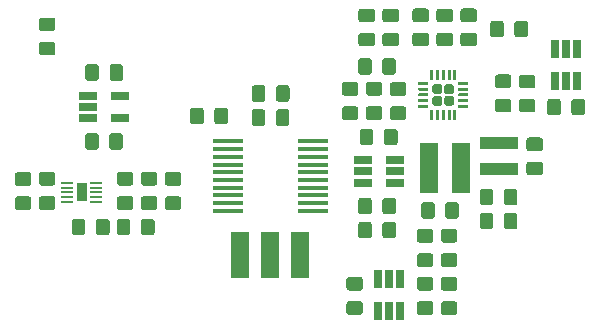
<source format=gbp>
G04 #@! TF.GenerationSoftware,KiCad,Pcbnew,(5.1.5)-3*
G04 #@! TF.CreationDate,2020-08-17T10:15:17+02:00*
G04 #@! TF.ProjectId,Power_module_v1,506f7765-725f-46d6-9f64-756c655f7631,rev?*
G04 #@! TF.SameCoordinates,Original*
G04 #@! TF.FileFunction,Paste,Bot*
G04 #@! TF.FilePolarity,Positive*
%FSLAX46Y46*%
G04 Gerber Fmt 4.6, Leading zero omitted, Abs format (unit mm)*
G04 Created by KiCad (PCBNEW (5.1.5)-3) date 2020-08-17 10:15:17*
%MOMM*%
%LPD*%
G04 APERTURE LIST*
%ADD10R,1.000000X0.200000*%
%ADD11R,0.900000X1.500000*%
%ADD12C,0.100000*%
%ADD13R,1.600000X4.300000*%
%ADD14R,3.200000X1.000000*%
%ADD15R,1.560000X0.650000*%
%ADD16R,0.650000X1.560000*%
%ADD17R,2.500000X0.450000*%
%ADD18R,1.524000X4.000000*%
G04 APERTURE END LIST*
D10*
X105303000Y-97447000D03*
X105303000Y-97047000D03*
X105303000Y-96647000D03*
X105303000Y-96247000D03*
X105303000Y-95847000D03*
X107803000Y-95847000D03*
X107803000Y-96247000D03*
X107803000Y-96647000D03*
X107803000Y-97047000D03*
X107803000Y-97447000D03*
D11*
X106553000Y-96647000D03*
D12*
G36*
X108689505Y-98869204D02*
G01*
X108713773Y-98872804D01*
X108737572Y-98878765D01*
X108760671Y-98887030D01*
X108782850Y-98897520D01*
X108803893Y-98910132D01*
X108823599Y-98924747D01*
X108841777Y-98941223D01*
X108858253Y-98959401D01*
X108872868Y-98979107D01*
X108885480Y-99000150D01*
X108895970Y-99022329D01*
X108904235Y-99045428D01*
X108910196Y-99069227D01*
X108913796Y-99093495D01*
X108915000Y-99117999D01*
X108915000Y-100018001D01*
X108913796Y-100042505D01*
X108910196Y-100066773D01*
X108904235Y-100090572D01*
X108895970Y-100113671D01*
X108885480Y-100135850D01*
X108872868Y-100156893D01*
X108858253Y-100176599D01*
X108841777Y-100194777D01*
X108823599Y-100211253D01*
X108803893Y-100225868D01*
X108782850Y-100238480D01*
X108760671Y-100248970D01*
X108737572Y-100257235D01*
X108713773Y-100263196D01*
X108689505Y-100266796D01*
X108665001Y-100268000D01*
X108014999Y-100268000D01*
X107990495Y-100266796D01*
X107966227Y-100263196D01*
X107942428Y-100257235D01*
X107919329Y-100248970D01*
X107897150Y-100238480D01*
X107876107Y-100225868D01*
X107856401Y-100211253D01*
X107838223Y-100194777D01*
X107821747Y-100176599D01*
X107807132Y-100156893D01*
X107794520Y-100135850D01*
X107784030Y-100113671D01*
X107775765Y-100090572D01*
X107769804Y-100066773D01*
X107766204Y-100042505D01*
X107765000Y-100018001D01*
X107765000Y-99117999D01*
X107766204Y-99093495D01*
X107769804Y-99069227D01*
X107775765Y-99045428D01*
X107784030Y-99022329D01*
X107794520Y-99000150D01*
X107807132Y-98979107D01*
X107821747Y-98959401D01*
X107838223Y-98941223D01*
X107856401Y-98924747D01*
X107876107Y-98910132D01*
X107897150Y-98897520D01*
X107919329Y-98887030D01*
X107942428Y-98878765D01*
X107966227Y-98872804D01*
X107990495Y-98869204D01*
X108014999Y-98868000D01*
X108665001Y-98868000D01*
X108689505Y-98869204D01*
G37*
G36*
X106639505Y-98869204D02*
G01*
X106663773Y-98872804D01*
X106687572Y-98878765D01*
X106710671Y-98887030D01*
X106732850Y-98897520D01*
X106753893Y-98910132D01*
X106773599Y-98924747D01*
X106791777Y-98941223D01*
X106808253Y-98959401D01*
X106822868Y-98979107D01*
X106835480Y-99000150D01*
X106845970Y-99022329D01*
X106854235Y-99045428D01*
X106860196Y-99069227D01*
X106863796Y-99093495D01*
X106865000Y-99117999D01*
X106865000Y-100018001D01*
X106863796Y-100042505D01*
X106860196Y-100066773D01*
X106854235Y-100090572D01*
X106845970Y-100113671D01*
X106835480Y-100135850D01*
X106822868Y-100156893D01*
X106808253Y-100176599D01*
X106791777Y-100194777D01*
X106773599Y-100211253D01*
X106753893Y-100225868D01*
X106732850Y-100238480D01*
X106710671Y-100248970D01*
X106687572Y-100257235D01*
X106663773Y-100263196D01*
X106639505Y-100266796D01*
X106615001Y-100268000D01*
X105964999Y-100268000D01*
X105940495Y-100266796D01*
X105916227Y-100263196D01*
X105892428Y-100257235D01*
X105869329Y-100248970D01*
X105847150Y-100238480D01*
X105826107Y-100225868D01*
X105806401Y-100211253D01*
X105788223Y-100194777D01*
X105771747Y-100176599D01*
X105757132Y-100156893D01*
X105744520Y-100135850D01*
X105734030Y-100113671D01*
X105725765Y-100090572D01*
X105719804Y-100066773D01*
X105716204Y-100042505D01*
X105715000Y-100018001D01*
X105715000Y-99117999D01*
X105716204Y-99093495D01*
X105719804Y-99069227D01*
X105725765Y-99045428D01*
X105734030Y-99022329D01*
X105744520Y-99000150D01*
X105757132Y-98979107D01*
X105771747Y-98959401D01*
X105788223Y-98941223D01*
X105806401Y-98924747D01*
X105826107Y-98910132D01*
X105847150Y-98897520D01*
X105869329Y-98887030D01*
X105892428Y-98878765D01*
X105916227Y-98872804D01*
X105940495Y-98869204D01*
X105964999Y-98868000D01*
X106615001Y-98868000D01*
X106639505Y-98869204D01*
G37*
G36*
X107791505Y-85788204D02*
G01*
X107815773Y-85791804D01*
X107839572Y-85797765D01*
X107862671Y-85806030D01*
X107884850Y-85816520D01*
X107905893Y-85829132D01*
X107925599Y-85843747D01*
X107943777Y-85860223D01*
X107960253Y-85878401D01*
X107974868Y-85898107D01*
X107987480Y-85919150D01*
X107997970Y-85941329D01*
X108006235Y-85964428D01*
X108012196Y-85988227D01*
X108015796Y-86012495D01*
X108017000Y-86036999D01*
X108017000Y-86937001D01*
X108015796Y-86961505D01*
X108012196Y-86985773D01*
X108006235Y-87009572D01*
X107997970Y-87032671D01*
X107987480Y-87054850D01*
X107974868Y-87075893D01*
X107960253Y-87095599D01*
X107943777Y-87113777D01*
X107925599Y-87130253D01*
X107905893Y-87144868D01*
X107884850Y-87157480D01*
X107862671Y-87167970D01*
X107839572Y-87176235D01*
X107815773Y-87182196D01*
X107791505Y-87185796D01*
X107767001Y-87187000D01*
X107116999Y-87187000D01*
X107092495Y-87185796D01*
X107068227Y-87182196D01*
X107044428Y-87176235D01*
X107021329Y-87167970D01*
X106999150Y-87157480D01*
X106978107Y-87144868D01*
X106958401Y-87130253D01*
X106940223Y-87113777D01*
X106923747Y-87095599D01*
X106909132Y-87075893D01*
X106896520Y-87054850D01*
X106886030Y-87032671D01*
X106877765Y-87009572D01*
X106871804Y-86985773D01*
X106868204Y-86961505D01*
X106867000Y-86937001D01*
X106867000Y-86036999D01*
X106868204Y-86012495D01*
X106871804Y-85988227D01*
X106877765Y-85964428D01*
X106886030Y-85941329D01*
X106896520Y-85919150D01*
X106909132Y-85898107D01*
X106923747Y-85878401D01*
X106940223Y-85860223D01*
X106958401Y-85843747D01*
X106978107Y-85829132D01*
X106999150Y-85816520D01*
X107021329Y-85806030D01*
X107044428Y-85797765D01*
X107068227Y-85791804D01*
X107092495Y-85788204D01*
X107116999Y-85787000D01*
X107767001Y-85787000D01*
X107791505Y-85788204D01*
G37*
G36*
X109841505Y-85788204D02*
G01*
X109865773Y-85791804D01*
X109889572Y-85797765D01*
X109912671Y-85806030D01*
X109934850Y-85816520D01*
X109955893Y-85829132D01*
X109975599Y-85843747D01*
X109993777Y-85860223D01*
X110010253Y-85878401D01*
X110024868Y-85898107D01*
X110037480Y-85919150D01*
X110047970Y-85941329D01*
X110056235Y-85964428D01*
X110062196Y-85988227D01*
X110065796Y-86012495D01*
X110067000Y-86036999D01*
X110067000Y-86937001D01*
X110065796Y-86961505D01*
X110062196Y-86985773D01*
X110056235Y-87009572D01*
X110047970Y-87032671D01*
X110037480Y-87054850D01*
X110024868Y-87075893D01*
X110010253Y-87095599D01*
X109993777Y-87113777D01*
X109975599Y-87130253D01*
X109955893Y-87144868D01*
X109934850Y-87157480D01*
X109912671Y-87167970D01*
X109889572Y-87176235D01*
X109865773Y-87182196D01*
X109841505Y-87185796D01*
X109817001Y-87187000D01*
X109166999Y-87187000D01*
X109142495Y-87185796D01*
X109118227Y-87182196D01*
X109094428Y-87176235D01*
X109071329Y-87167970D01*
X109049150Y-87157480D01*
X109028107Y-87144868D01*
X109008401Y-87130253D01*
X108990223Y-87113777D01*
X108973747Y-87095599D01*
X108959132Y-87075893D01*
X108946520Y-87054850D01*
X108936030Y-87032671D01*
X108927765Y-87009572D01*
X108921804Y-86985773D01*
X108918204Y-86961505D01*
X108917000Y-86937001D01*
X108917000Y-86036999D01*
X108918204Y-86012495D01*
X108921804Y-85988227D01*
X108927765Y-85964428D01*
X108936030Y-85941329D01*
X108946520Y-85919150D01*
X108959132Y-85898107D01*
X108973747Y-85878401D01*
X108990223Y-85860223D01*
X109008401Y-85843747D01*
X109028107Y-85829132D01*
X109049150Y-85816520D01*
X109071329Y-85806030D01*
X109094428Y-85797765D01*
X109118227Y-85791804D01*
X109142495Y-85788204D01*
X109166999Y-85787000D01*
X109817001Y-85787000D01*
X109841505Y-85788204D01*
G37*
G36*
X109823505Y-91630204D02*
G01*
X109847773Y-91633804D01*
X109871572Y-91639765D01*
X109894671Y-91648030D01*
X109916850Y-91658520D01*
X109937893Y-91671132D01*
X109957599Y-91685747D01*
X109975777Y-91702223D01*
X109992253Y-91720401D01*
X110006868Y-91740107D01*
X110019480Y-91761150D01*
X110029970Y-91783329D01*
X110038235Y-91806428D01*
X110044196Y-91830227D01*
X110047796Y-91854495D01*
X110049000Y-91878999D01*
X110049000Y-92779001D01*
X110047796Y-92803505D01*
X110044196Y-92827773D01*
X110038235Y-92851572D01*
X110029970Y-92874671D01*
X110019480Y-92896850D01*
X110006868Y-92917893D01*
X109992253Y-92937599D01*
X109975777Y-92955777D01*
X109957599Y-92972253D01*
X109937893Y-92986868D01*
X109916850Y-92999480D01*
X109894671Y-93009970D01*
X109871572Y-93018235D01*
X109847773Y-93024196D01*
X109823505Y-93027796D01*
X109799001Y-93029000D01*
X109148999Y-93029000D01*
X109124495Y-93027796D01*
X109100227Y-93024196D01*
X109076428Y-93018235D01*
X109053329Y-93009970D01*
X109031150Y-92999480D01*
X109010107Y-92986868D01*
X108990401Y-92972253D01*
X108972223Y-92955777D01*
X108955747Y-92937599D01*
X108941132Y-92917893D01*
X108928520Y-92896850D01*
X108918030Y-92874671D01*
X108909765Y-92851572D01*
X108903804Y-92827773D01*
X108900204Y-92803505D01*
X108899000Y-92779001D01*
X108899000Y-91878999D01*
X108900204Y-91854495D01*
X108903804Y-91830227D01*
X108909765Y-91806428D01*
X108918030Y-91783329D01*
X108928520Y-91761150D01*
X108941132Y-91740107D01*
X108955747Y-91720401D01*
X108972223Y-91702223D01*
X108990401Y-91685747D01*
X109010107Y-91671132D01*
X109031150Y-91658520D01*
X109053329Y-91648030D01*
X109076428Y-91639765D01*
X109100227Y-91633804D01*
X109124495Y-91630204D01*
X109148999Y-91629000D01*
X109799001Y-91629000D01*
X109823505Y-91630204D01*
G37*
G36*
X107773505Y-91630204D02*
G01*
X107797773Y-91633804D01*
X107821572Y-91639765D01*
X107844671Y-91648030D01*
X107866850Y-91658520D01*
X107887893Y-91671132D01*
X107907599Y-91685747D01*
X107925777Y-91702223D01*
X107942253Y-91720401D01*
X107956868Y-91740107D01*
X107969480Y-91761150D01*
X107979970Y-91783329D01*
X107988235Y-91806428D01*
X107994196Y-91830227D01*
X107997796Y-91854495D01*
X107999000Y-91878999D01*
X107999000Y-92779001D01*
X107997796Y-92803505D01*
X107994196Y-92827773D01*
X107988235Y-92851572D01*
X107979970Y-92874671D01*
X107969480Y-92896850D01*
X107956868Y-92917893D01*
X107942253Y-92937599D01*
X107925777Y-92955777D01*
X107907599Y-92972253D01*
X107887893Y-92986868D01*
X107866850Y-92999480D01*
X107844671Y-93009970D01*
X107821572Y-93018235D01*
X107797773Y-93024196D01*
X107773505Y-93027796D01*
X107749001Y-93029000D01*
X107098999Y-93029000D01*
X107074495Y-93027796D01*
X107050227Y-93024196D01*
X107026428Y-93018235D01*
X107003329Y-93009970D01*
X106981150Y-92999480D01*
X106960107Y-92986868D01*
X106940401Y-92972253D01*
X106922223Y-92955777D01*
X106905747Y-92937599D01*
X106891132Y-92917893D01*
X106878520Y-92896850D01*
X106868030Y-92874671D01*
X106859765Y-92851572D01*
X106853804Y-92827773D01*
X106850204Y-92803505D01*
X106849000Y-92779001D01*
X106849000Y-91878999D01*
X106850204Y-91854495D01*
X106853804Y-91830227D01*
X106859765Y-91806428D01*
X106868030Y-91783329D01*
X106878520Y-91761150D01*
X106891132Y-91740107D01*
X106905747Y-91720401D01*
X106922223Y-91702223D01*
X106940401Y-91685747D01*
X106960107Y-91671132D01*
X106981150Y-91658520D01*
X107003329Y-91648030D01*
X107026428Y-91639765D01*
X107050227Y-91633804D01*
X107074495Y-91630204D01*
X107098999Y-91629000D01*
X107749001Y-91629000D01*
X107773505Y-91630204D01*
G37*
G36*
X110449505Y-98869204D02*
G01*
X110473773Y-98872804D01*
X110497572Y-98878765D01*
X110520671Y-98887030D01*
X110542850Y-98897520D01*
X110563893Y-98910132D01*
X110583599Y-98924747D01*
X110601777Y-98941223D01*
X110618253Y-98959401D01*
X110632868Y-98979107D01*
X110645480Y-99000150D01*
X110655970Y-99022329D01*
X110664235Y-99045428D01*
X110670196Y-99069227D01*
X110673796Y-99093495D01*
X110675000Y-99117999D01*
X110675000Y-100018001D01*
X110673796Y-100042505D01*
X110670196Y-100066773D01*
X110664235Y-100090572D01*
X110655970Y-100113671D01*
X110645480Y-100135850D01*
X110632868Y-100156893D01*
X110618253Y-100176599D01*
X110601777Y-100194777D01*
X110583599Y-100211253D01*
X110563893Y-100225868D01*
X110542850Y-100238480D01*
X110520671Y-100248970D01*
X110497572Y-100257235D01*
X110473773Y-100263196D01*
X110449505Y-100266796D01*
X110425001Y-100268000D01*
X109774999Y-100268000D01*
X109750495Y-100266796D01*
X109726227Y-100263196D01*
X109702428Y-100257235D01*
X109679329Y-100248970D01*
X109657150Y-100238480D01*
X109636107Y-100225868D01*
X109616401Y-100211253D01*
X109598223Y-100194777D01*
X109581747Y-100176599D01*
X109567132Y-100156893D01*
X109554520Y-100135850D01*
X109544030Y-100113671D01*
X109535765Y-100090572D01*
X109529804Y-100066773D01*
X109526204Y-100042505D01*
X109525000Y-100018001D01*
X109525000Y-99117999D01*
X109526204Y-99093495D01*
X109529804Y-99069227D01*
X109535765Y-99045428D01*
X109544030Y-99022329D01*
X109554520Y-99000150D01*
X109567132Y-98979107D01*
X109581747Y-98959401D01*
X109598223Y-98941223D01*
X109616401Y-98924747D01*
X109636107Y-98910132D01*
X109657150Y-98897520D01*
X109679329Y-98887030D01*
X109702428Y-98878765D01*
X109726227Y-98872804D01*
X109750495Y-98869204D01*
X109774999Y-98868000D01*
X110425001Y-98868000D01*
X110449505Y-98869204D01*
G37*
G36*
X112499505Y-98869204D02*
G01*
X112523773Y-98872804D01*
X112547572Y-98878765D01*
X112570671Y-98887030D01*
X112592850Y-98897520D01*
X112613893Y-98910132D01*
X112633599Y-98924747D01*
X112651777Y-98941223D01*
X112668253Y-98959401D01*
X112682868Y-98979107D01*
X112695480Y-99000150D01*
X112705970Y-99022329D01*
X112714235Y-99045428D01*
X112720196Y-99069227D01*
X112723796Y-99093495D01*
X112725000Y-99117999D01*
X112725000Y-100018001D01*
X112723796Y-100042505D01*
X112720196Y-100066773D01*
X112714235Y-100090572D01*
X112705970Y-100113671D01*
X112695480Y-100135850D01*
X112682868Y-100156893D01*
X112668253Y-100176599D01*
X112651777Y-100194777D01*
X112633599Y-100211253D01*
X112613893Y-100225868D01*
X112592850Y-100238480D01*
X112570671Y-100248970D01*
X112547572Y-100257235D01*
X112523773Y-100263196D01*
X112499505Y-100266796D01*
X112475001Y-100268000D01*
X111824999Y-100268000D01*
X111800495Y-100266796D01*
X111776227Y-100263196D01*
X111752428Y-100257235D01*
X111729329Y-100248970D01*
X111707150Y-100238480D01*
X111686107Y-100225868D01*
X111666401Y-100211253D01*
X111648223Y-100194777D01*
X111631747Y-100176599D01*
X111617132Y-100156893D01*
X111604520Y-100135850D01*
X111594030Y-100113671D01*
X111585765Y-100090572D01*
X111579804Y-100066773D01*
X111576204Y-100042505D01*
X111575000Y-100018001D01*
X111575000Y-99117999D01*
X111576204Y-99093495D01*
X111579804Y-99069227D01*
X111585765Y-99045428D01*
X111594030Y-99022329D01*
X111604520Y-99000150D01*
X111617132Y-98979107D01*
X111631747Y-98959401D01*
X111648223Y-98941223D01*
X111666401Y-98924747D01*
X111686107Y-98910132D01*
X111707150Y-98897520D01*
X111729329Y-98887030D01*
X111752428Y-98878765D01*
X111776227Y-98872804D01*
X111800495Y-98869204D01*
X111824999Y-98868000D01*
X112475001Y-98868000D01*
X112499505Y-98869204D01*
G37*
G36*
X131023505Y-91249204D02*
G01*
X131047773Y-91252804D01*
X131071572Y-91258765D01*
X131094671Y-91267030D01*
X131116850Y-91277520D01*
X131137893Y-91290132D01*
X131157599Y-91304747D01*
X131175777Y-91321223D01*
X131192253Y-91339401D01*
X131206868Y-91359107D01*
X131219480Y-91380150D01*
X131229970Y-91402329D01*
X131238235Y-91425428D01*
X131244196Y-91449227D01*
X131247796Y-91473495D01*
X131249000Y-91497999D01*
X131249000Y-92398001D01*
X131247796Y-92422505D01*
X131244196Y-92446773D01*
X131238235Y-92470572D01*
X131229970Y-92493671D01*
X131219480Y-92515850D01*
X131206868Y-92536893D01*
X131192253Y-92556599D01*
X131175777Y-92574777D01*
X131157599Y-92591253D01*
X131137893Y-92605868D01*
X131116850Y-92618480D01*
X131094671Y-92628970D01*
X131071572Y-92637235D01*
X131047773Y-92643196D01*
X131023505Y-92646796D01*
X130999001Y-92648000D01*
X130348999Y-92648000D01*
X130324495Y-92646796D01*
X130300227Y-92643196D01*
X130276428Y-92637235D01*
X130253329Y-92628970D01*
X130231150Y-92618480D01*
X130210107Y-92605868D01*
X130190401Y-92591253D01*
X130172223Y-92574777D01*
X130155747Y-92556599D01*
X130141132Y-92536893D01*
X130128520Y-92515850D01*
X130118030Y-92493671D01*
X130109765Y-92470572D01*
X130103804Y-92446773D01*
X130100204Y-92422505D01*
X130099000Y-92398001D01*
X130099000Y-91497999D01*
X130100204Y-91473495D01*
X130103804Y-91449227D01*
X130109765Y-91425428D01*
X130118030Y-91402329D01*
X130128520Y-91380150D01*
X130141132Y-91359107D01*
X130155747Y-91339401D01*
X130172223Y-91321223D01*
X130190401Y-91304747D01*
X130210107Y-91290132D01*
X130231150Y-91277520D01*
X130253329Y-91267030D01*
X130276428Y-91258765D01*
X130300227Y-91252804D01*
X130324495Y-91249204D01*
X130348999Y-91248000D01*
X130999001Y-91248000D01*
X131023505Y-91249204D01*
G37*
G36*
X133073505Y-91249204D02*
G01*
X133097773Y-91252804D01*
X133121572Y-91258765D01*
X133144671Y-91267030D01*
X133166850Y-91277520D01*
X133187893Y-91290132D01*
X133207599Y-91304747D01*
X133225777Y-91321223D01*
X133242253Y-91339401D01*
X133256868Y-91359107D01*
X133269480Y-91380150D01*
X133279970Y-91402329D01*
X133288235Y-91425428D01*
X133294196Y-91449227D01*
X133297796Y-91473495D01*
X133299000Y-91497999D01*
X133299000Y-92398001D01*
X133297796Y-92422505D01*
X133294196Y-92446773D01*
X133288235Y-92470572D01*
X133279970Y-92493671D01*
X133269480Y-92515850D01*
X133256868Y-92536893D01*
X133242253Y-92556599D01*
X133225777Y-92574777D01*
X133207599Y-92591253D01*
X133187893Y-92605868D01*
X133166850Y-92618480D01*
X133144671Y-92628970D01*
X133121572Y-92637235D01*
X133097773Y-92643196D01*
X133073505Y-92646796D01*
X133049001Y-92648000D01*
X132398999Y-92648000D01*
X132374495Y-92646796D01*
X132350227Y-92643196D01*
X132326428Y-92637235D01*
X132303329Y-92628970D01*
X132281150Y-92618480D01*
X132260107Y-92605868D01*
X132240401Y-92591253D01*
X132222223Y-92574777D01*
X132205747Y-92556599D01*
X132191132Y-92536893D01*
X132178520Y-92515850D01*
X132168030Y-92493671D01*
X132159765Y-92470572D01*
X132153804Y-92446773D01*
X132150204Y-92422505D01*
X132149000Y-92398001D01*
X132149000Y-91497999D01*
X132150204Y-91473495D01*
X132153804Y-91449227D01*
X132159765Y-91425428D01*
X132168030Y-91402329D01*
X132178520Y-91380150D01*
X132191132Y-91359107D01*
X132205747Y-91339401D01*
X132222223Y-91321223D01*
X132240401Y-91304747D01*
X132260107Y-91290132D01*
X132281150Y-91277520D01*
X132303329Y-91267030D01*
X132326428Y-91258765D01*
X132350227Y-91252804D01*
X132374495Y-91249204D01*
X132398999Y-91248000D01*
X133049001Y-91248000D01*
X133073505Y-91249204D01*
G37*
G36*
X130141505Y-103802204D02*
G01*
X130165773Y-103805804D01*
X130189572Y-103811765D01*
X130212671Y-103820030D01*
X130234850Y-103830520D01*
X130255893Y-103843132D01*
X130275599Y-103857747D01*
X130293777Y-103874223D01*
X130310253Y-103892401D01*
X130324868Y-103912107D01*
X130337480Y-103933150D01*
X130347970Y-103955329D01*
X130356235Y-103978428D01*
X130362196Y-104002227D01*
X130365796Y-104026495D01*
X130367000Y-104050999D01*
X130367000Y-104701001D01*
X130365796Y-104725505D01*
X130362196Y-104749773D01*
X130356235Y-104773572D01*
X130347970Y-104796671D01*
X130337480Y-104818850D01*
X130324868Y-104839893D01*
X130310253Y-104859599D01*
X130293777Y-104877777D01*
X130275599Y-104894253D01*
X130255893Y-104908868D01*
X130234850Y-104921480D01*
X130212671Y-104931970D01*
X130189572Y-104940235D01*
X130165773Y-104946196D01*
X130141505Y-104949796D01*
X130117001Y-104951000D01*
X129216999Y-104951000D01*
X129192495Y-104949796D01*
X129168227Y-104946196D01*
X129144428Y-104940235D01*
X129121329Y-104931970D01*
X129099150Y-104921480D01*
X129078107Y-104908868D01*
X129058401Y-104894253D01*
X129040223Y-104877777D01*
X129023747Y-104859599D01*
X129009132Y-104839893D01*
X128996520Y-104818850D01*
X128986030Y-104796671D01*
X128977765Y-104773572D01*
X128971804Y-104749773D01*
X128968204Y-104725505D01*
X128967000Y-104701001D01*
X128967000Y-104050999D01*
X128968204Y-104026495D01*
X128971804Y-104002227D01*
X128977765Y-103978428D01*
X128986030Y-103955329D01*
X128996520Y-103933150D01*
X129009132Y-103912107D01*
X129023747Y-103892401D01*
X129040223Y-103874223D01*
X129058401Y-103857747D01*
X129078107Y-103843132D01*
X129099150Y-103830520D01*
X129121329Y-103820030D01*
X129144428Y-103811765D01*
X129168227Y-103805804D01*
X129192495Y-103802204D01*
X129216999Y-103801000D01*
X130117001Y-103801000D01*
X130141505Y-103802204D01*
G37*
G36*
X130141505Y-105852204D02*
G01*
X130165773Y-105855804D01*
X130189572Y-105861765D01*
X130212671Y-105870030D01*
X130234850Y-105880520D01*
X130255893Y-105893132D01*
X130275599Y-105907747D01*
X130293777Y-105924223D01*
X130310253Y-105942401D01*
X130324868Y-105962107D01*
X130337480Y-105983150D01*
X130347970Y-106005329D01*
X130356235Y-106028428D01*
X130362196Y-106052227D01*
X130365796Y-106076495D01*
X130367000Y-106100999D01*
X130367000Y-106751001D01*
X130365796Y-106775505D01*
X130362196Y-106799773D01*
X130356235Y-106823572D01*
X130347970Y-106846671D01*
X130337480Y-106868850D01*
X130324868Y-106889893D01*
X130310253Y-106909599D01*
X130293777Y-106927777D01*
X130275599Y-106944253D01*
X130255893Y-106958868D01*
X130234850Y-106971480D01*
X130212671Y-106981970D01*
X130189572Y-106990235D01*
X130165773Y-106996196D01*
X130141505Y-106999796D01*
X130117001Y-107001000D01*
X129216999Y-107001000D01*
X129192495Y-106999796D01*
X129168227Y-106996196D01*
X129144428Y-106990235D01*
X129121329Y-106981970D01*
X129099150Y-106971480D01*
X129078107Y-106958868D01*
X129058401Y-106944253D01*
X129040223Y-106927777D01*
X129023747Y-106909599D01*
X129009132Y-106889893D01*
X128996520Y-106868850D01*
X128986030Y-106846671D01*
X128977765Y-106823572D01*
X128971804Y-106799773D01*
X128968204Y-106775505D01*
X128967000Y-106751001D01*
X128967000Y-106100999D01*
X128968204Y-106076495D01*
X128971804Y-106052227D01*
X128977765Y-106028428D01*
X128986030Y-106005329D01*
X128996520Y-105983150D01*
X129009132Y-105962107D01*
X129023747Y-105942401D01*
X129040223Y-105924223D01*
X129058401Y-105907747D01*
X129078107Y-105893132D01*
X129099150Y-105880520D01*
X129121329Y-105870030D01*
X129144428Y-105861765D01*
X129168227Y-105855804D01*
X129192495Y-105852204D01*
X129216999Y-105851000D01*
X130117001Y-105851000D01*
X130141505Y-105852204D01*
G37*
G36*
X123929505Y-87566204D02*
G01*
X123953773Y-87569804D01*
X123977572Y-87575765D01*
X124000671Y-87584030D01*
X124022850Y-87594520D01*
X124043893Y-87607132D01*
X124063599Y-87621747D01*
X124081777Y-87638223D01*
X124098253Y-87656401D01*
X124112868Y-87676107D01*
X124125480Y-87697150D01*
X124135970Y-87719329D01*
X124144235Y-87742428D01*
X124150196Y-87766227D01*
X124153796Y-87790495D01*
X124155000Y-87814999D01*
X124155000Y-88715001D01*
X124153796Y-88739505D01*
X124150196Y-88763773D01*
X124144235Y-88787572D01*
X124135970Y-88810671D01*
X124125480Y-88832850D01*
X124112868Y-88853893D01*
X124098253Y-88873599D01*
X124081777Y-88891777D01*
X124063599Y-88908253D01*
X124043893Y-88922868D01*
X124022850Y-88935480D01*
X124000671Y-88945970D01*
X123977572Y-88954235D01*
X123953773Y-88960196D01*
X123929505Y-88963796D01*
X123905001Y-88965000D01*
X123254999Y-88965000D01*
X123230495Y-88963796D01*
X123206227Y-88960196D01*
X123182428Y-88954235D01*
X123159329Y-88945970D01*
X123137150Y-88935480D01*
X123116107Y-88922868D01*
X123096401Y-88908253D01*
X123078223Y-88891777D01*
X123061747Y-88873599D01*
X123047132Y-88853893D01*
X123034520Y-88832850D01*
X123024030Y-88810671D01*
X123015765Y-88787572D01*
X123009804Y-88763773D01*
X123006204Y-88739505D01*
X123005000Y-88715001D01*
X123005000Y-87814999D01*
X123006204Y-87790495D01*
X123009804Y-87766227D01*
X123015765Y-87742428D01*
X123024030Y-87719329D01*
X123034520Y-87697150D01*
X123047132Y-87676107D01*
X123061747Y-87656401D01*
X123078223Y-87638223D01*
X123096401Y-87621747D01*
X123116107Y-87607132D01*
X123137150Y-87594520D01*
X123159329Y-87584030D01*
X123182428Y-87575765D01*
X123206227Y-87569804D01*
X123230495Y-87566204D01*
X123254999Y-87565000D01*
X123905001Y-87565000D01*
X123929505Y-87566204D01*
G37*
G36*
X121879505Y-87566204D02*
G01*
X121903773Y-87569804D01*
X121927572Y-87575765D01*
X121950671Y-87584030D01*
X121972850Y-87594520D01*
X121993893Y-87607132D01*
X122013599Y-87621747D01*
X122031777Y-87638223D01*
X122048253Y-87656401D01*
X122062868Y-87676107D01*
X122075480Y-87697150D01*
X122085970Y-87719329D01*
X122094235Y-87742428D01*
X122100196Y-87766227D01*
X122103796Y-87790495D01*
X122105000Y-87814999D01*
X122105000Y-88715001D01*
X122103796Y-88739505D01*
X122100196Y-88763773D01*
X122094235Y-88787572D01*
X122085970Y-88810671D01*
X122075480Y-88832850D01*
X122062868Y-88853893D01*
X122048253Y-88873599D01*
X122031777Y-88891777D01*
X122013599Y-88908253D01*
X121993893Y-88922868D01*
X121972850Y-88935480D01*
X121950671Y-88945970D01*
X121927572Y-88954235D01*
X121903773Y-88960196D01*
X121879505Y-88963796D01*
X121855001Y-88965000D01*
X121204999Y-88965000D01*
X121180495Y-88963796D01*
X121156227Y-88960196D01*
X121132428Y-88954235D01*
X121109329Y-88945970D01*
X121087150Y-88935480D01*
X121066107Y-88922868D01*
X121046401Y-88908253D01*
X121028223Y-88891777D01*
X121011747Y-88873599D01*
X120997132Y-88853893D01*
X120984520Y-88832850D01*
X120974030Y-88810671D01*
X120965765Y-88787572D01*
X120959804Y-88763773D01*
X120956204Y-88739505D01*
X120955000Y-88715001D01*
X120955000Y-87814999D01*
X120956204Y-87790495D01*
X120959804Y-87766227D01*
X120965765Y-87742428D01*
X120974030Y-87719329D01*
X120984520Y-87697150D01*
X120997132Y-87676107D01*
X121011747Y-87656401D01*
X121028223Y-87638223D01*
X121046401Y-87621747D01*
X121066107Y-87607132D01*
X121087150Y-87594520D01*
X121109329Y-87584030D01*
X121132428Y-87575765D01*
X121156227Y-87569804D01*
X121180495Y-87566204D01*
X121204999Y-87565000D01*
X121855001Y-87565000D01*
X121879505Y-87566204D01*
G37*
G36*
X123920505Y-89598204D02*
G01*
X123944773Y-89601804D01*
X123968572Y-89607765D01*
X123991671Y-89616030D01*
X124013850Y-89626520D01*
X124034893Y-89639132D01*
X124054599Y-89653747D01*
X124072777Y-89670223D01*
X124089253Y-89688401D01*
X124103868Y-89708107D01*
X124116480Y-89729150D01*
X124126970Y-89751329D01*
X124135235Y-89774428D01*
X124141196Y-89798227D01*
X124144796Y-89822495D01*
X124146000Y-89846999D01*
X124146000Y-90747001D01*
X124144796Y-90771505D01*
X124141196Y-90795773D01*
X124135235Y-90819572D01*
X124126970Y-90842671D01*
X124116480Y-90864850D01*
X124103868Y-90885893D01*
X124089253Y-90905599D01*
X124072777Y-90923777D01*
X124054599Y-90940253D01*
X124034893Y-90954868D01*
X124013850Y-90967480D01*
X123991671Y-90977970D01*
X123968572Y-90986235D01*
X123944773Y-90992196D01*
X123920505Y-90995796D01*
X123896001Y-90997000D01*
X123245999Y-90997000D01*
X123221495Y-90995796D01*
X123197227Y-90992196D01*
X123173428Y-90986235D01*
X123150329Y-90977970D01*
X123128150Y-90967480D01*
X123107107Y-90954868D01*
X123087401Y-90940253D01*
X123069223Y-90923777D01*
X123052747Y-90905599D01*
X123038132Y-90885893D01*
X123025520Y-90864850D01*
X123015030Y-90842671D01*
X123006765Y-90819572D01*
X123000804Y-90795773D01*
X122997204Y-90771505D01*
X122996000Y-90747001D01*
X122996000Y-89846999D01*
X122997204Y-89822495D01*
X123000804Y-89798227D01*
X123006765Y-89774428D01*
X123015030Y-89751329D01*
X123025520Y-89729150D01*
X123038132Y-89708107D01*
X123052747Y-89688401D01*
X123069223Y-89670223D01*
X123087401Y-89653747D01*
X123107107Y-89639132D01*
X123128150Y-89626520D01*
X123150329Y-89616030D01*
X123173428Y-89607765D01*
X123197227Y-89601804D01*
X123221495Y-89598204D01*
X123245999Y-89597000D01*
X123896001Y-89597000D01*
X123920505Y-89598204D01*
G37*
G36*
X121870505Y-89598204D02*
G01*
X121894773Y-89601804D01*
X121918572Y-89607765D01*
X121941671Y-89616030D01*
X121963850Y-89626520D01*
X121984893Y-89639132D01*
X122004599Y-89653747D01*
X122022777Y-89670223D01*
X122039253Y-89688401D01*
X122053868Y-89708107D01*
X122066480Y-89729150D01*
X122076970Y-89751329D01*
X122085235Y-89774428D01*
X122091196Y-89798227D01*
X122094796Y-89822495D01*
X122096000Y-89846999D01*
X122096000Y-90747001D01*
X122094796Y-90771505D01*
X122091196Y-90795773D01*
X122085235Y-90819572D01*
X122076970Y-90842671D01*
X122066480Y-90864850D01*
X122053868Y-90885893D01*
X122039253Y-90905599D01*
X122022777Y-90923777D01*
X122004599Y-90940253D01*
X121984893Y-90954868D01*
X121963850Y-90967480D01*
X121941671Y-90977970D01*
X121918572Y-90986235D01*
X121894773Y-90992196D01*
X121870505Y-90995796D01*
X121846001Y-90997000D01*
X121195999Y-90997000D01*
X121171495Y-90995796D01*
X121147227Y-90992196D01*
X121123428Y-90986235D01*
X121100329Y-90977970D01*
X121078150Y-90967480D01*
X121057107Y-90954868D01*
X121037401Y-90940253D01*
X121019223Y-90923777D01*
X121002747Y-90905599D01*
X120988132Y-90885893D01*
X120975520Y-90864850D01*
X120965030Y-90842671D01*
X120956765Y-90819572D01*
X120950804Y-90795773D01*
X120947204Y-90771505D01*
X120946000Y-90747001D01*
X120946000Y-89846999D01*
X120947204Y-89822495D01*
X120950804Y-89798227D01*
X120956765Y-89774428D01*
X120965030Y-89751329D01*
X120975520Y-89729150D01*
X120988132Y-89708107D01*
X121002747Y-89688401D01*
X121019223Y-89670223D01*
X121037401Y-89653747D01*
X121057107Y-89639132D01*
X121078150Y-89626520D01*
X121100329Y-89616030D01*
X121123428Y-89607765D01*
X121147227Y-89601804D01*
X121171495Y-89598204D01*
X121195999Y-89597000D01*
X121846001Y-89597000D01*
X121870505Y-89598204D01*
G37*
G36*
X129760505Y-87301204D02*
G01*
X129784773Y-87304804D01*
X129808572Y-87310765D01*
X129831671Y-87319030D01*
X129853850Y-87329520D01*
X129874893Y-87342132D01*
X129894599Y-87356747D01*
X129912777Y-87373223D01*
X129929253Y-87391401D01*
X129943868Y-87411107D01*
X129956480Y-87432150D01*
X129966970Y-87454329D01*
X129975235Y-87477428D01*
X129981196Y-87501227D01*
X129984796Y-87525495D01*
X129986000Y-87549999D01*
X129986000Y-88200001D01*
X129984796Y-88224505D01*
X129981196Y-88248773D01*
X129975235Y-88272572D01*
X129966970Y-88295671D01*
X129956480Y-88317850D01*
X129943868Y-88338893D01*
X129929253Y-88358599D01*
X129912777Y-88376777D01*
X129894599Y-88393253D01*
X129874893Y-88407868D01*
X129853850Y-88420480D01*
X129831671Y-88430970D01*
X129808572Y-88439235D01*
X129784773Y-88445196D01*
X129760505Y-88448796D01*
X129736001Y-88450000D01*
X128835999Y-88450000D01*
X128811495Y-88448796D01*
X128787227Y-88445196D01*
X128763428Y-88439235D01*
X128740329Y-88430970D01*
X128718150Y-88420480D01*
X128697107Y-88407868D01*
X128677401Y-88393253D01*
X128659223Y-88376777D01*
X128642747Y-88358599D01*
X128628132Y-88338893D01*
X128615520Y-88317850D01*
X128605030Y-88295671D01*
X128596765Y-88272572D01*
X128590804Y-88248773D01*
X128587204Y-88224505D01*
X128586000Y-88200001D01*
X128586000Y-87549999D01*
X128587204Y-87525495D01*
X128590804Y-87501227D01*
X128596765Y-87477428D01*
X128605030Y-87454329D01*
X128615520Y-87432150D01*
X128628132Y-87411107D01*
X128642747Y-87391401D01*
X128659223Y-87373223D01*
X128677401Y-87356747D01*
X128697107Y-87342132D01*
X128718150Y-87329520D01*
X128740329Y-87319030D01*
X128763428Y-87310765D01*
X128787227Y-87304804D01*
X128811495Y-87301204D01*
X128835999Y-87300000D01*
X129736001Y-87300000D01*
X129760505Y-87301204D01*
G37*
G36*
X129760505Y-89351204D02*
G01*
X129784773Y-89354804D01*
X129808572Y-89360765D01*
X129831671Y-89369030D01*
X129853850Y-89379520D01*
X129874893Y-89392132D01*
X129894599Y-89406747D01*
X129912777Y-89423223D01*
X129929253Y-89441401D01*
X129943868Y-89461107D01*
X129956480Y-89482150D01*
X129966970Y-89504329D01*
X129975235Y-89527428D01*
X129981196Y-89551227D01*
X129984796Y-89575495D01*
X129986000Y-89599999D01*
X129986000Y-90250001D01*
X129984796Y-90274505D01*
X129981196Y-90298773D01*
X129975235Y-90322572D01*
X129966970Y-90345671D01*
X129956480Y-90367850D01*
X129943868Y-90388893D01*
X129929253Y-90408599D01*
X129912777Y-90426777D01*
X129894599Y-90443253D01*
X129874893Y-90457868D01*
X129853850Y-90470480D01*
X129831671Y-90480970D01*
X129808572Y-90489235D01*
X129784773Y-90495196D01*
X129760505Y-90498796D01*
X129736001Y-90500000D01*
X128835999Y-90500000D01*
X128811495Y-90498796D01*
X128787227Y-90495196D01*
X128763428Y-90489235D01*
X128740329Y-90480970D01*
X128718150Y-90470480D01*
X128697107Y-90457868D01*
X128677401Y-90443253D01*
X128659223Y-90426777D01*
X128642747Y-90408599D01*
X128628132Y-90388893D01*
X128615520Y-90367850D01*
X128605030Y-90345671D01*
X128596765Y-90322572D01*
X128590804Y-90298773D01*
X128587204Y-90274505D01*
X128586000Y-90250001D01*
X128586000Y-89599999D01*
X128587204Y-89575495D01*
X128590804Y-89551227D01*
X128596765Y-89527428D01*
X128605030Y-89504329D01*
X128615520Y-89482150D01*
X128628132Y-89461107D01*
X128642747Y-89441401D01*
X128659223Y-89423223D01*
X128677401Y-89406747D01*
X128697107Y-89392132D01*
X128718150Y-89379520D01*
X128740329Y-89369030D01*
X128763428Y-89360765D01*
X128787227Y-89354804D01*
X128811495Y-89351204D01*
X128835999Y-89350000D01*
X129736001Y-89350000D01*
X129760505Y-89351204D01*
G37*
G36*
X136221505Y-97472204D02*
G01*
X136245773Y-97475804D01*
X136269572Y-97481765D01*
X136292671Y-97490030D01*
X136314850Y-97500520D01*
X136335893Y-97513132D01*
X136355599Y-97527747D01*
X136373777Y-97544223D01*
X136390253Y-97562401D01*
X136404868Y-97582107D01*
X136417480Y-97603150D01*
X136427970Y-97625329D01*
X136436235Y-97648428D01*
X136442196Y-97672227D01*
X136445796Y-97696495D01*
X136447000Y-97720999D01*
X136447000Y-98621001D01*
X136445796Y-98645505D01*
X136442196Y-98669773D01*
X136436235Y-98693572D01*
X136427970Y-98716671D01*
X136417480Y-98738850D01*
X136404868Y-98759893D01*
X136390253Y-98779599D01*
X136373777Y-98797777D01*
X136355599Y-98814253D01*
X136335893Y-98828868D01*
X136314850Y-98841480D01*
X136292671Y-98851970D01*
X136269572Y-98860235D01*
X136245773Y-98866196D01*
X136221505Y-98869796D01*
X136197001Y-98871000D01*
X135546999Y-98871000D01*
X135522495Y-98869796D01*
X135498227Y-98866196D01*
X135474428Y-98860235D01*
X135451329Y-98851970D01*
X135429150Y-98841480D01*
X135408107Y-98828868D01*
X135388401Y-98814253D01*
X135370223Y-98797777D01*
X135353747Y-98779599D01*
X135339132Y-98759893D01*
X135326520Y-98738850D01*
X135316030Y-98716671D01*
X135307765Y-98693572D01*
X135301804Y-98669773D01*
X135298204Y-98645505D01*
X135297000Y-98621001D01*
X135297000Y-97720999D01*
X135298204Y-97696495D01*
X135301804Y-97672227D01*
X135307765Y-97648428D01*
X135316030Y-97625329D01*
X135326520Y-97603150D01*
X135339132Y-97582107D01*
X135353747Y-97562401D01*
X135370223Y-97544223D01*
X135388401Y-97527747D01*
X135408107Y-97513132D01*
X135429150Y-97500520D01*
X135451329Y-97490030D01*
X135474428Y-97481765D01*
X135498227Y-97475804D01*
X135522495Y-97472204D01*
X135546999Y-97471000D01*
X136197001Y-97471000D01*
X136221505Y-97472204D01*
G37*
G36*
X138271505Y-97472204D02*
G01*
X138295773Y-97475804D01*
X138319572Y-97481765D01*
X138342671Y-97490030D01*
X138364850Y-97500520D01*
X138385893Y-97513132D01*
X138405599Y-97527747D01*
X138423777Y-97544223D01*
X138440253Y-97562401D01*
X138454868Y-97582107D01*
X138467480Y-97603150D01*
X138477970Y-97625329D01*
X138486235Y-97648428D01*
X138492196Y-97672227D01*
X138495796Y-97696495D01*
X138497000Y-97720999D01*
X138497000Y-98621001D01*
X138495796Y-98645505D01*
X138492196Y-98669773D01*
X138486235Y-98693572D01*
X138477970Y-98716671D01*
X138467480Y-98738850D01*
X138454868Y-98759893D01*
X138440253Y-98779599D01*
X138423777Y-98797777D01*
X138405599Y-98814253D01*
X138385893Y-98828868D01*
X138364850Y-98841480D01*
X138342671Y-98851970D01*
X138319572Y-98860235D01*
X138295773Y-98866196D01*
X138271505Y-98869796D01*
X138247001Y-98871000D01*
X137596999Y-98871000D01*
X137572495Y-98869796D01*
X137548227Y-98866196D01*
X137524428Y-98860235D01*
X137501329Y-98851970D01*
X137479150Y-98841480D01*
X137458107Y-98828868D01*
X137438401Y-98814253D01*
X137420223Y-98797777D01*
X137403747Y-98779599D01*
X137389132Y-98759893D01*
X137376520Y-98738850D01*
X137366030Y-98716671D01*
X137357765Y-98693572D01*
X137351804Y-98669773D01*
X137348204Y-98645505D01*
X137347000Y-98621001D01*
X137347000Y-97720999D01*
X137348204Y-97696495D01*
X137351804Y-97672227D01*
X137357765Y-97648428D01*
X137366030Y-97625329D01*
X137376520Y-97603150D01*
X137389132Y-97582107D01*
X137403747Y-97562401D01*
X137420223Y-97544223D01*
X137438401Y-97527747D01*
X137458107Y-97513132D01*
X137479150Y-97500520D01*
X137501329Y-97490030D01*
X137524428Y-97481765D01*
X137548227Y-97475804D01*
X137572495Y-97472204D01*
X137596999Y-97471000D01*
X138247001Y-97471000D01*
X138271505Y-97472204D01*
G37*
G36*
X145381505Y-91991204D02*
G01*
X145405773Y-91994804D01*
X145429572Y-92000765D01*
X145452671Y-92009030D01*
X145474850Y-92019520D01*
X145495893Y-92032132D01*
X145515599Y-92046747D01*
X145533777Y-92063223D01*
X145550253Y-92081401D01*
X145564868Y-92101107D01*
X145577480Y-92122150D01*
X145587970Y-92144329D01*
X145596235Y-92167428D01*
X145602196Y-92191227D01*
X145605796Y-92215495D01*
X145607000Y-92239999D01*
X145607000Y-92890001D01*
X145605796Y-92914505D01*
X145602196Y-92938773D01*
X145596235Y-92962572D01*
X145587970Y-92985671D01*
X145577480Y-93007850D01*
X145564868Y-93028893D01*
X145550253Y-93048599D01*
X145533777Y-93066777D01*
X145515599Y-93083253D01*
X145495893Y-93097868D01*
X145474850Y-93110480D01*
X145452671Y-93120970D01*
X145429572Y-93129235D01*
X145405773Y-93135196D01*
X145381505Y-93138796D01*
X145357001Y-93140000D01*
X144456999Y-93140000D01*
X144432495Y-93138796D01*
X144408227Y-93135196D01*
X144384428Y-93129235D01*
X144361329Y-93120970D01*
X144339150Y-93110480D01*
X144318107Y-93097868D01*
X144298401Y-93083253D01*
X144280223Y-93066777D01*
X144263747Y-93048599D01*
X144249132Y-93028893D01*
X144236520Y-93007850D01*
X144226030Y-92985671D01*
X144217765Y-92962572D01*
X144211804Y-92938773D01*
X144208204Y-92914505D01*
X144207000Y-92890001D01*
X144207000Y-92239999D01*
X144208204Y-92215495D01*
X144211804Y-92191227D01*
X144217765Y-92167428D01*
X144226030Y-92144329D01*
X144236520Y-92122150D01*
X144249132Y-92101107D01*
X144263747Y-92081401D01*
X144280223Y-92063223D01*
X144298401Y-92046747D01*
X144318107Y-92032132D01*
X144339150Y-92019520D01*
X144361329Y-92009030D01*
X144384428Y-92000765D01*
X144408227Y-91994804D01*
X144432495Y-91991204D01*
X144456999Y-91990000D01*
X145357001Y-91990000D01*
X145381505Y-91991204D01*
G37*
G36*
X145381505Y-94041204D02*
G01*
X145405773Y-94044804D01*
X145429572Y-94050765D01*
X145452671Y-94059030D01*
X145474850Y-94069520D01*
X145495893Y-94082132D01*
X145515599Y-94096747D01*
X145533777Y-94113223D01*
X145550253Y-94131401D01*
X145564868Y-94151107D01*
X145577480Y-94172150D01*
X145587970Y-94194329D01*
X145596235Y-94217428D01*
X145602196Y-94241227D01*
X145605796Y-94265495D01*
X145607000Y-94289999D01*
X145607000Y-94940001D01*
X145605796Y-94964505D01*
X145602196Y-94988773D01*
X145596235Y-95012572D01*
X145587970Y-95035671D01*
X145577480Y-95057850D01*
X145564868Y-95078893D01*
X145550253Y-95098599D01*
X145533777Y-95116777D01*
X145515599Y-95133253D01*
X145495893Y-95147868D01*
X145474850Y-95160480D01*
X145452671Y-95170970D01*
X145429572Y-95179235D01*
X145405773Y-95185196D01*
X145381505Y-95188796D01*
X145357001Y-95190000D01*
X144456999Y-95190000D01*
X144432495Y-95188796D01*
X144408227Y-95185196D01*
X144384428Y-95179235D01*
X144361329Y-95170970D01*
X144339150Y-95160480D01*
X144318107Y-95147868D01*
X144298401Y-95133253D01*
X144280223Y-95116777D01*
X144263747Y-95098599D01*
X144249132Y-95078893D01*
X144236520Y-95057850D01*
X144226030Y-95035671D01*
X144217765Y-95012572D01*
X144211804Y-94988773D01*
X144208204Y-94964505D01*
X144207000Y-94940001D01*
X144207000Y-94289999D01*
X144208204Y-94265495D01*
X144211804Y-94241227D01*
X144217765Y-94217428D01*
X144226030Y-94194329D01*
X144236520Y-94172150D01*
X144249132Y-94151107D01*
X144263747Y-94131401D01*
X144280223Y-94113223D01*
X144298401Y-94096747D01*
X144318107Y-94082132D01*
X144339150Y-94069520D01*
X144361329Y-94059030D01*
X144384428Y-94050765D01*
X144408227Y-94044804D01*
X144432495Y-94041204D01*
X144456999Y-94040000D01*
X145357001Y-94040000D01*
X145381505Y-94041204D01*
G37*
G36*
X133824505Y-89360204D02*
G01*
X133848773Y-89363804D01*
X133872572Y-89369765D01*
X133895671Y-89378030D01*
X133917850Y-89388520D01*
X133938893Y-89401132D01*
X133958599Y-89415747D01*
X133976777Y-89432223D01*
X133993253Y-89450401D01*
X134007868Y-89470107D01*
X134020480Y-89491150D01*
X134030970Y-89513329D01*
X134039235Y-89536428D01*
X134045196Y-89560227D01*
X134048796Y-89584495D01*
X134050000Y-89608999D01*
X134050000Y-90259001D01*
X134048796Y-90283505D01*
X134045196Y-90307773D01*
X134039235Y-90331572D01*
X134030970Y-90354671D01*
X134020480Y-90376850D01*
X134007868Y-90397893D01*
X133993253Y-90417599D01*
X133976777Y-90435777D01*
X133958599Y-90452253D01*
X133938893Y-90466868D01*
X133917850Y-90479480D01*
X133895671Y-90489970D01*
X133872572Y-90498235D01*
X133848773Y-90504196D01*
X133824505Y-90507796D01*
X133800001Y-90509000D01*
X132899999Y-90509000D01*
X132875495Y-90507796D01*
X132851227Y-90504196D01*
X132827428Y-90498235D01*
X132804329Y-90489970D01*
X132782150Y-90479480D01*
X132761107Y-90466868D01*
X132741401Y-90452253D01*
X132723223Y-90435777D01*
X132706747Y-90417599D01*
X132692132Y-90397893D01*
X132679520Y-90376850D01*
X132669030Y-90354671D01*
X132660765Y-90331572D01*
X132654804Y-90307773D01*
X132651204Y-90283505D01*
X132650000Y-90259001D01*
X132650000Y-89608999D01*
X132651204Y-89584495D01*
X132654804Y-89560227D01*
X132660765Y-89536428D01*
X132669030Y-89513329D01*
X132679520Y-89491150D01*
X132692132Y-89470107D01*
X132706747Y-89450401D01*
X132723223Y-89432223D01*
X132741401Y-89415747D01*
X132761107Y-89401132D01*
X132782150Y-89388520D01*
X132804329Y-89378030D01*
X132827428Y-89369765D01*
X132851227Y-89363804D01*
X132875495Y-89360204D01*
X132899999Y-89359000D01*
X133800001Y-89359000D01*
X133824505Y-89360204D01*
G37*
G36*
X133824505Y-87310204D02*
G01*
X133848773Y-87313804D01*
X133872572Y-87319765D01*
X133895671Y-87328030D01*
X133917850Y-87338520D01*
X133938893Y-87351132D01*
X133958599Y-87365747D01*
X133976777Y-87382223D01*
X133993253Y-87400401D01*
X134007868Y-87420107D01*
X134020480Y-87441150D01*
X134030970Y-87463329D01*
X134039235Y-87486428D01*
X134045196Y-87510227D01*
X134048796Y-87534495D01*
X134050000Y-87558999D01*
X134050000Y-88209001D01*
X134048796Y-88233505D01*
X134045196Y-88257773D01*
X134039235Y-88281572D01*
X134030970Y-88304671D01*
X134020480Y-88326850D01*
X134007868Y-88347893D01*
X133993253Y-88367599D01*
X133976777Y-88385777D01*
X133958599Y-88402253D01*
X133938893Y-88416868D01*
X133917850Y-88429480D01*
X133895671Y-88439970D01*
X133872572Y-88448235D01*
X133848773Y-88454196D01*
X133824505Y-88457796D01*
X133800001Y-88459000D01*
X132899999Y-88459000D01*
X132875495Y-88457796D01*
X132851227Y-88454196D01*
X132827428Y-88448235D01*
X132804329Y-88439970D01*
X132782150Y-88429480D01*
X132761107Y-88416868D01*
X132741401Y-88402253D01*
X132723223Y-88385777D01*
X132706747Y-88367599D01*
X132692132Y-88347893D01*
X132679520Y-88326850D01*
X132669030Y-88304671D01*
X132660765Y-88281572D01*
X132654804Y-88257773D01*
X132651204Y-88233505D01*
X132650000Y-88209001D01*
X132650000Y-87558999D01*
X132651204Y-87534495D01*
X132654804Y-87510227D01*
X132660765Y-87486428D01*
X132669030Y-87463329D01*
X132679520Y-87441150D01*
X132692132Y-87420107D01*
X132706747Y-87400401D01*
X132723223Y-87382223D01*
X132741401Y-87365747D01*
X132761107Y-87351132D01*
X132782150Y-87338520D01*
X132804329Y-87328030D01*
X132827428Y-87319765D01*
X132851227Y-87313804D01*
X132875495Y-87310204D01*
X132899999Y-87309000D01*
X133800001Y-87309000D01*
X133824505Y-87310204D01*
G37*
G36*
X131792505Y-89342204D02*
G01*
X131816773Y-89345804D01*
X131840572Y-89351765D01*
X131863671Y-89360030D01*
X131885850Y-89370520D01*
X131906893Y-89383132D01*
X131926599Y-89397747D01*
X131944777Y-89414223D01*
X131961253Y-89432401D01*
X131975868Y-89452107D01*
X131988480Y-89473150D01*
X131998970Y-89495329D01*
X132007235Y-89518428D01*
X132013196Y-89542227D01*
X132016796Y-89566495D01*
X132018000Y-89590999D01*
X132018000Y-90241001D01*
X132016796Y-90265505D01*
X132013196Y-90289773D01*
X132007235Y-90313572D01*
X131998970Y-90336671D01*
X131988480Y-90358850D01*
X131975868Y-90379893D01*
X131961253Y-90399599D01*
X131944777Y-90417777D01*
X131926599Y-90434253D01*
X131906893Y-90448868D01*
X131885850Y-90461480D01*
X131863671Y-90471970D01*
X131840572Y-90480235D01*
X131816773Y-90486196D01*
X131792505Y-90489796D01*
X131768001Y-90491000D01*
X130867999Y-90491000D01*
X130843495Y-90489796D01*
X130819227Y-90486196D01*
X130795428Y-90480235D01*
X130772329Y-90471970D01*
X130750150Y-90461480D01*
X130729107Y-90448868D01*
X130709401Y-90434253D01*
X130691223Y-90417777D01*
X130674747Y-90399599D01*
X130660132Y-90379893D01*
X130647520Y-90358850D01*
X130637030Y-90336671D01*
X130628765Y-90313572D01*
X130622804Y-90289773D01*
X130619204Y-90265505D01*
X130618000Y-90241001D01*
X130618000Y-89590999D01*
X130619204Y-89566495D01*
X130622804Y-89542227D01*
X130628765Y-89518428D01*
X130637030Y-89495329D01*
X130647520Y-89473150D01*
X130660132Y-89452107D01*
X130674747Y-89432401D01*
X130691223Y-89414223D01*
X130709401Y-89397747D01*
X130729107Y-89383132D01*
X130750150Y-89370520D01*
X130772329Y-89360030D01*
X130795428Y-89351765D01*
X130819227Y-89345804D01*
X130843495Y-89342204D01*
X130867999Y-89341000D01*
X131768001Y-89341000D01*
X131792505Y-89342204D01*
G37*
G36*
X131792505Y-87292204D02*
G01*
X131816773Y-87295804D01*
X131840572Y-87301765D01*
X131863671Y-87310030D01*
X131885850Y-87320520D01*
X131906893Y-87333132D01*
X131926599Y-87347747D01*
X131944777Y-87364223D01*
X131961253Y-87382401D01*
X131975868Y-87402107D01*
X131988480Y-87423150D01*
X131998970Y-87445329D01*
X132007235Y-87468428D01*
X132013196Y-87492227D01*
X132016796Y-87516495D01*
X132018000Y-87540999D01*
X132018000Y-88191001D01*
X132016796Y-88215505D01*
X132013196Y-88239773D01*
X132007235Y-88263572D01*
X131998970Y-88286671D01*
X131988480Y-88308850D01*
X131975868Y-88329893D01*
X131961253Y-88349599D01*
X131944777Y-88367777D01*
X131926599Y-88384253D01*
X131906893Y-88398868D01*
X131885850Y-88411480D01*
X131863671Y-88421970D01*
X131840572Y-88430235D01*
X131816773Y-88436196D01*
X131792505Y-88439796D01*
X131768001Y-88441000D01*
X130867999Y-88441000D01*
X130843495Y-88439796D01*
X130819227Y-88436196D01*
X130795428Y-88430235D01*
X130772329Y-88421970D01*
X130750150Y-88411480D01*
X130729107Y-88398868D01*
X130709401Y-88384253D01*
X130691223Y-88367777D01*
X130674747Y-88349599D01*
X130660132Y-88329893D01*
X130647520Y-88308850D01*
X130637030Y-88286671D01*
X130628765Y-88263572D01*
X130622804Y-88239773D01*
X130619204Y-88215505D01*
X130618000Y-88191001D01*
X130618000Y-87540999D01*
X130619204Y-87516495D01*
X130622804Y-87492227D01*
X130628765Y-87468428D01*
X130637030Y-87445329D01*
X130647520Y-87423150D01*
X130660132Y-87402107D01*
X130674747Y-87382401D01*
X130691223Y-87364223D01*
X130709401Y-87347747D01*
X130729107Y-87333132D01*
X130750150Y-87320520D01*
X130772329Y-87310030D01*
X130795428Y-87301765D01*
X130819227Y-87295804D01*
X130843495Y-87292204D01*
X130867999Y-87291000D01*
X131768001Y-87291000D01*
X131792505Y-87292204D01*
G37*
D13*
X138684000Y-94615000D03*
X135984000Y-94615000D03*
D14*
X141859000Y-92456000D03*
X141859000Y-94656000D03*
D12*
G36*
X132937505Y-85280204D02*
G01*
X132961773Y-85283804D01*
X132985572Y-85289765D01*
X133008671Y-85298030D01*
X133030850Y-85308520D01*
X133051893Y-85321132D01*
X133071599Y-85335747D01*
X133089777Y-85352223D01*
X133106253Y-85370401D01*
X133120868Y-85390107D01*
X133133480Y-85411150D01*
X133143970Y-85433329D01*
X133152235Y-85456428D01*
X133158196Y-85480227D01*
X133161796Y-85504495D01*
X133163000Y-85528999D01*
X133163000Y-86429001D01*
X133161796Y-86453505D01*
X133158196Y-86477773D01*
X133152235Y-86501572D01*
X133143970Y-86524671D01*
X133133480Y-86546850D01*
X133120868Y-86567893D01*
X133106253Y-86587599D01*
X133089777Y-86605777D01*
X133071599Y-86622253D01*
X133051893Y-86636868D01*
X133030850Y-86649480D01*
X133008671Y-86659970D01*
X132985572Y-86668235D01*
X132961773Y-86674196D01*
X132937505Y-86677796D01*
X132913001Y-86679000D01*
X132262999Y-86679000D01*
X132238495Y-86677796D01*
X132214227Y-86674196D01*
X132190428Y-86668235D01*
X132167329Y-86659970D01*
X132145150Y-86649480D01*
X132124107Y-86636868D01*
X132104401Y-86622253D01*
X132086223Y-86605777D01*
X132069747Y-86587599D01*
X132055132Y-86567893D01*
X132042520Y-86546850D01*
X132032030Y-86524671D01*
X132023765Y-86501572D01*
X132017804Y-86477773D01*
X132014204Y-86453505D01*
X132013000Y-86429001D01*
X132013000Y-85528999D01*
X132014204Y-85504495D01*
X132017804Y-85480227D01*
X132023765Y-85456428D01*
X132032030Y-85433329D01*
X132042520Y-85411150D01*
X132055132Y-85390107D01*
X132069747Y-85370401D01*
X132086223Y-85352223D01*
X132104401Y-85335747D01*
X132124107Y-85321132D01*
X132145150Y-85308520D01*
X132167329Y-85298030D01*
X132190428Y-85289765D01*
X132214227Y-85283804D01*
X132238495Y-85280204D01*
X132262999Y-85279000D01*
X132913001Y-85279000D01*
X132937505Y-85280204D01*
G37*
G36*
X130887505Y-85280204D02*
G01*
X130911773Y-85283804D01*
X130935572Y-85289765D01*
X130958671Y-85298030D01*
X130980850Y-85308520D01*
X131001893Y-85321132D01*
X131021599Y-85335747D01*
X131039777Y-85352223D01*
X131056253Y-85370401D01*
X131070868Y-85390107D01*
X131083480Y-85411150D01*
X131093970Y-85433329D01*
X131102235Y-85456428D01*
X131108196Y-85480227D01*
X131111796Y-85504495D01*
X131113000Y-85528999D01*
X131113000Y-86429001D01*
X131111796Y-86453505D01*
X131108196Y-86477773D01*
X131102235Y-86501572D01*
X131093970Y-86524671D01*
X131083480Y-86546850D01*
X131070868Y-86567893D01*
X131056253Y-86587599D01*
X131039777Y-86605777D01*
X131021599Y-86622253D01*
X131001893Y-86636868D01*
X130980850Y-86649480D01*
X130958671Y-86659970D01*
X130935572Y-86668235D01*
X130911773Y-86674196D01*
X130887505Y-86677796D01*
X130863001Y-86679000D01*
X130212999Y-86679000D01*
X130188495Y-86677796D01*
X130164227Y-86674196D01*
X130140428Y-86668235D01*
X130117329Y-86659970D01*
X130095150Y-86649480D01*
X130074107Y-86636868D01*
X130054401Y-86622253D01*
X130036223Y-86605777D01*
X130019747Y-86587599D01*
X130005132Y-86567893D01*
X129992520Y-86546850D01*
X129982030Y-86524671D01*
X129973765Y-86501572D01*
X129967804Y-86477773D01*
X129964204Y-86453505D01*
X129963000Y-86429001D01*
X129963000Y-85528999D01*
X129964204Y-85504495D01*
X129967804Y-85480227D01*
X129973765Y-85456428D01*
X129982030Y-85433329D01*
X129992520Y-85411150D01*
X130005132Y-85390107D01*
X130019747Y-85370401D01*
X130036223Y-85352223D01*
X130054401Y-85335747D01*
X130074107Y-85321132D01*
X130095150Y-85308520D01*
X130117329Y-85298030D01*
X130140428Y-85289765D01*
X130164227Y-85283804D01*
X130188495Y-85280204D01*
X130212999Y-85279000D01*
X130863001Y-85279000D01*
X130887505Y-85280204D01*
G37*
G36*
X104106505Y-94912204D02*
G01*
X104130773Y-94915804D01*
X104154572Y-94921765D01*
X104177671Y-94930030D01*
X104199850Y-94940520D01*
X104220893Y-94953132D01*
X104240599Y-94967747D01*
X104258777Y-94984223D01*
X104275253Y-95002401D01*
X104289868Y-95022107D01*
X104302480Y-95043150D01*
X104312970Y-95065329D01*
X104321235Y-95088428D01*
X104327196Y-95112227D01*
X104330796Y-95136495D01*
X104332000Y-95160999D01*
X104332000Y-95811001D01*
X104330796Y-95835505D01*
X104327196Y-95859773D01*
X104321235Y-95883572D01*
X104312970Y-95906671D01*
X104302480Y-95928850D01*
X104289868Y-95949893D01*
X104275253Y-95969599D01*
X104258777Y-95987777D01*
X104240599Y-96004253D01*
X104220893Y-96018868D01*
X104199850Y-96031480D01*
X104177671Y-96041970D01*
X104154572Y-96050235D01*
X104130773Y-96056196D01*
X104106505Y-96059796D01*
X104082001Y-96061000D01*
X103181999Y-96061000D01*
X103157495Y-96059796D01*
X103133227Y-96056196D01*
X103109428Y-96050235D01*
X103086329Y-96041970D01*
X103064150Y-96031480D01*
X103043107Y-96018868D01*
X103023401Y-96004253D01*
X103005223Y-95987777D01*
X102988747Y-95969599D01*
X102974132Y-95949893D01*
X102961520Y-95928850D01*
X102951030Y-95906671D01*
X102942765Y-95883572D01*
X102936804Y-95859773D01*
X102933204Y-95835505D01*
X102932000Y-95811001D01*
X102932000Y-95160999D01*
X102933204Y-95136495D01*
X102936804Y-95112227D01*
X102942765Y-95088428D01*
X102951030Y-95065329D01*
X102961520Y-95043150D01*
X102974132Y-95022107D01*
X102988747Y-95002401D01*
X103005223Y-94984223D01*
X103023401Y-94967747D01*
X103043107Y-94953132D01*
X103064150Y-94940520D01*
X103086329Y-94930030D01*
X103109428Y-94921765D01*
X103133227Y-94915804D01*
X103157495Y-94912204D01*
X103181999Y-94911000D01*
X104082001Y-94911000D01*
X104106505Y-94912204D01*
G37*
G36*
X104106505Y-96962204D02*
G01*
X104130773Y-96965804D01*
X104154572Y-96971765D01*
X104177671Y-96980030D01*
X104199850Y-96990520D01*
X104220893Y-97003132D01*
X104240599Y-97017747D01*
X104258777Y-97034223D01*
X104275253Y-97052401D01*
X104289868Y-97072107D01*
X104302480Y-97093150D01*
X104312970Y-97115329D01*
X104321235Y-97138428D01*
X104327196Y-97162227D01*
X104330796Y-97186495D01*
X104332000Y-97210999D01*
X104332000Y-97861001D01*
X104330796Y-97885505D01*
X104327196Y-97909773D01*
X104321235Y-97933572D01*
X104312970Y-97956671D01*
X104302480Y-97978850D01*
X104289868Y-97999893D01*
X104275253Y-98019599D01*
X104258777Y-98037777D01*
X104240599Y-98054253D01*
X104220893Y-98068868D01*
X104199850Y-98081480D01*
X104177671Y-98091970D01*
X104154572Y-98100235D01*
X104130773Y-98106196D01*
X104106505Y-98109796D01*
X104082001Y-98111000D01*
X103181999Y-98111000D01*
X103157495Y-98109796D01*
X103133227Y-98106196D01*
X103109428Y-98100235D01*
X103086329Y-98091970D01*
X103064150Y-98081480D01*
X103043107Y-98068868D01*
X103023401Y-98054253D01*
X103005223Y-98037777D01*
X102988747Y-98019599D01*
X102974132Y-97999893D01*
X102961520Y-97978850D01*
X102951030Y-97956671D01*
X102942765Y-97933572D01*
X102936804Y-97909773D01*
X102933204Y-97885505D01*
X102932000Y-97861001D01*
X102932000Y-97210999D01*
X102933204Y-97186495D01*
X102936804Y-97162227D01*
X102942765Y-97138428D01*
X102951030Y-97115329D01*
X102961520Y-97093150D01*
X102974132Y-97072107D01*
X102988747Y-97052401D01*
X103005223Y-97034223D01*
X103023401Y-97017747D01*
X103043107Y-97003132D01*
X103064150Y-96990520D01*
X103086329Y-96980030D01*
X103109428Y-96971765D01*
X103133227Y-96965804D01*
X103157495Y-96962204D01*
X103181999Y-96961000D01*
X104082001Y-96961000D01*
X104106505Y-96962204D01*
G37*
G36*
X102074505Y-96980204D02*
G01*
X102098773Y-96983804D01*
X102122572Y-96989765D01*
X102145671Y-96998030D01*
X102167850Y-97008520D01*
X102188893Y-97021132D01*
X102208599Y-97035747D01*
X102226777Y-97052223D01*
X102243253Y-97070401D01*
X102257868Y-97090107D01*
X102270480Y-97111150D01*
X102280970Y-97133329D01*
X102289235Y-97156428D01*
X102295196Y-97180227D01*
X102298796Y-97204495D01*
X102300000Y-97228999D01*
X102300000Y-97879001D01*
X102298796Y-97903505D01*
X102295196Y-97927773D01*
X102289235Y-97951572D01*
X102280970Y-97974671D01*
X102270480Y-97996850D01*
X102257868Y-98017893D01*
X102243253Y-98037599D01*
X102226777Y-98055777D01*
X102208599Y-98072253D01*
X102188893Y-98086868D01*
X102167850Y-98099480D01*
X102145671Y-98109970D01*
X102122572Y-98118235D01*
X102098773Y-98124196D01*
X102074505Y-98127796D01*
X102050001Y-98129000D01*
X101149999Y-98129000D01*
X101125495Y-98127796D01*
X101101227Y-98124196D01*
X101077428Y-98118235D01*
X101054329Y-98109970D01*
X101032150Y-98099480D01*
X101011107Y-98086868D01*
X100991401Y-98072253D01*
X100973223Y-98055777D01*
X100956747Y-98037599D01*
X100942132Y-98017893D01*
X100929520Y-97996850D01*
X100919030Y-97974671D01*
X100910765Y-97951572D01*
X100904804Y-97927773D01*
X100901204Y-97903505D01*
X100900000Y-97879001D01*
X100900000Y-97228999D01*
X100901204Y-97204495D01*
X100904804Y-97180227D01*
X100910765Y-97156428D01*
X100919030Y-97133329D01*
X100929520Y-97111150D01*
X100942132Y-97090107D01*
X100956747Y-97070401D01*
X100973223Y-97052223D01*
X100991401Y-97035747D01*
X101011107Y-97021132D01*
X101032150Y-97008520D01*
X101054329Y-96998030D01*
X101077428Y-96989765D01*
X101101227Y-96983804D01*
X101125495Y-96980204D01*
X101149999Y-96979000D01*
X102050001Y-96979000D01*
X102074505Y-96980204D01*
G37*
G36*
X102074505Y-94930204D02*
G01*
X102098773Y-94933804D01*
X102122572Y-94939765D01*
X102145671Y-94948030D01*
X102167850Y-94958520D01*
X102188893Y-94971132D01*
X102208599Y-94985747D01*
X102226777Y-95002223D01*
X102243253Y-95020401D01*
X102257868Y-95040107D01*
X102270480Y-95061150D01*
X102280970Y-95083329D01*
X102289235Y-95106428D01*
X102295196Y-95130227D01*
X102298796Y-95154495D01*
X102300000Y-95178999D01*
X102300000Y-95829001D01*
X102298796Y-95853505D01*
X102295196Y-95877773D01*
X102289235Y-95901572D01*
X102280970Y-95924671D01*
X102270480Y-95946850D01*
X102257868Y-95967893D01*
X102243253Y-95987599D01*
X102226777Y-96005777D01*
X102208599Y-96022253D01*
X102188893Y-96036868D01*
X102167850Y-96049480D01*
X102145671Y-96059970D01*
X102122572Y-96068235D01*
X102098773Y-96074196D01*
X102074505Y-96077796D01*
X102050001Y-96079000D01*
X101149999Y-96079000D01*
X101125495Y-96077796D01*
X101101227Y-96074196D01*
X101077428Y-96068235D01*
X101054329Y-96059970D01*
X101032150Y-96049480D01*
X101011107Y-96036868D01*
X100991401Y-96022253D01*
X100973223Y-96005777D01*
X100956747Y-95987599D01*
X100942132Y-95967893D01*
X100929520Y-95946850D01*
X100919030Y-95924671D01*
X100910765Y-95901572D01*
X100904804Y-95877773D01*
X100901204Y-95853505D01*
X100900000Y-95829001D01*
X100900000Y-95178999D01*
X100901204Y-95154495D01*
X100904804Y-95130227D01*
X100910765Y-95106428D01*
X100919030Y-95083329D01*
X100929520Y-95061150D01*
X100942132Y-95040107D01*
X100956747Y-95020401D01*
X100973223Y-95002223D01*
X100991401Y-94985747D01*
X101011107Y-94971132D01*
X101032150Y-94958520D01*
X101054329Y-94948030D01*
X101077428Y-94939765D01*
X101101227Y-94933804D01*
X101125495Y-94930204D01*
X101149999Y-94929000D01*
X102050001Y-94929000D01*
X102074505Y-94930204D01*
G37*
G36*
X110710505Y-96962204D02*
G01*
X110734773Y-96965804D01*
X110758572Y-96971765D01*
X110781671Y-96980030D01*
X110803850Y-96990520D01*
X110824893Y-97003132D01*
X110844599Y-97017747D01*
X110862777Y-97034223D01*
X110879253Y-97052401D01*
X110893868Y-97072107D01*
X110906480Y-97093150D01*
X110916970Y-97115329D01*
X110925235Y-97138428D01*
X110931196Y-97162227D01*
X110934796Y-97186495D01*
X110936000Y-97210999D01*
X110936000Y-97861001D01*
X110934796Y-97885505D01*
X110931196Y-97909773D01*
X110925235Y-97933572D01*
X110916970Y-97956671D01*
X110906480Y-97978850D01*
X110893868Y-97999893D01*
X110879253Y-98019599D01*
X110862777Y-98037777D01*
X110844599Y-98054253D01*
X110824893Y-98068868D01*
X110803850Y-98081480D01*
X110781671Y-98091970D01*
X110758572Y-98100235D01*
X110734773Y-98106196D01*
X110710505Y-98109796D01*
X110686001Y-98111000D01*
X109785999Y-98111000D01*
X109761495Y-98109796D01*
X109737227Y-98106196D01*
X109713428Y-98100235D01*
X109690329Y-98091970D01*
X109668150Y-98081480D01*
X109647107Y-98068868D01*
X109627401Y-98054253D01*
X109609223Y-98037777D01*
X109592747Y-98019599D01*
X109578132Y-97999893D01*
X109565520Y-97978850D01*
X109555030Y-97956671D01*
X109546765Y-97933572D01*
X109540804Y-97909773D01*
X109537204Y-97885505D01*
X109536000Y-97861001D01*
X109536000Y-97210999D01*
X109537204Y-97186495D01*
X109540804Y-97162227D01*
X109546765Y-97138428D01*
X109555030Y-97115329D01*
X109565520Y-97093150D01*
X109578132Y-97072107D01*
X109592747Y-97052401D01*
X109609223Y-97034223D01*
X109627401Y-97017747D01*
X109647107Y-97003132D01*
X109668150Y-96990520D01*
X109690329Y-96980030D01*
X109713428Y-96971765D01*
X109737227Y-96965804D01*
X109761495Y-96962204D01*
X109785999Y-96961000D01*
X110686001Y-96961000D01*
X110710505Y-96962204D01*
G37*
G36*
X110710505Y-94912204D02*
G01*
X110734773Y-94915804D01*
X110758572Y-94921765D01*
X110781671Y-94930030D01*
X110803850Y-94940520D01*
X110824893Y-94953132D01*
X110844599Y-94967747D01*
X110862777Y-94984223D01*
X110879253Y-95002401D01*
X110893868Y-95022107D01*
X110906480Y-95043150D01*
X110916970Y-95065329D01*
X110925235Y-95088428D01*
X110931196Y-95112227D01*
X110934796Y-95136495D01*
X110936000Y-95160999D01*
X110936000Y-95811001D01*
X110934796Y-95835505D01*
X110931196Y-95859773D01*
X110925235Y-95883572D01*
X110916970Y-95906671D01*
X110906480Y-95928850D01*
X110893868Y-95949893D01*
X110879253Y-95969599D01*
X110862777Y-95987777D01*
X110844599Y-96004253D01*
X110824893Y-96018868D01*
X110803850Y-96031480D01*
X110781671Y-96041970D01*
X110758572Y-96050235D01*
X110734773Y-96056196D01*
X110710505Y-96059796D01*
X110686001Y-96061000D01*
X109785999Y-96061000D01*
X109761495Y-96059796D01*
X109737227Y-96056196D01*
X109713428Y-96050235D01*
X109690329Y-96041970D01*
X109668150Y-96031480D01*
X109647107Y-96018868D01*
X109627401Y-96004253D01*
X109609223Y-95987777D01*
X109592747Y-95969599D01*
X109578132Y-95949893D01*
X109565520Y-95928850D01*
X109555030Y-95906671D01*
X109546765Y-95883572D01*
X109540804Y-95859773D01*
X109537204Y-95835505D01*
X109536000Y-95811001D01*
X109536000Y-95160999D01*
X109537204Y-95136495D01*
X109540804Y-95112227D01*
X109546765Y-95088428D01*
X109555030Y-95065329D01*
X109565520Y-95043150D01*
X109578132Y-95022107D01*
X109592747Y-95002401D01*
X109609223Y-94984223D01*
X109627401Y-94967747D01*
X109647107Y-94953132D01*
X109668150Y-94940520D01*
X109690329Y-94930030D01*
X109713428Y-94921765D01*
X109737227Y-94915804D01*
X109761495Y-94912204D01*
X109785999Y-94911000D01*
X110686001Y-94911000D01*
X110710505Y-94912204D01*
G37*
G36*
X112742505Y-94912204D02*
G01*
X112766773Y-94915804D01*
X112790572Y-94921765D01*
X112813671Y-94930030D01*
X112835850Y-94940520D01*
X112856893Y-94953132D01*
X112876599Y-94967747D01*
X112894777Y-94984223D01*
X112911253Y-95002401D01*
X112925868Y-95022107D01*
X112938480Y-95043150D01*
X112948970Y-95065329D01*
X112957235Y-95088428D01*
X112963196Y-95112227D01*
X112966796Y-95136495D01*
X112968000Y-95160999D01*
X112968000Y-95811001D01*
X112966796Y-95835505D01*
X112963196Y-95859773D01*
X112957235Y-95883572D01*
X112948970Y-95906671D01*
X112938480Y-95928850D01*
X112925868Y-95949893D01*
X112911253Y-95969599D01*
X112894777Y-95987777D01*
X112876599Y-96004253D01*
X112856893Y-96018868D01*
X112835850Y-96031480D01*
X112813671Y-96041970D01*
X112790572Y-96050235D01*
X112766773Y-96056196D01*
X112742505Y-96059796D01*
X112718001Y-96061000D01*
X111817999Y-96061000D01*
X111793495Y-96059796D01*
X111769227Y-96056196D01*
X111745428Y-96050235D01*
X111722329Y-96041970D01*
X111700150Y-96031480D01*
X111679107Y-96018868D01*
X111659401Y-96004253D01*
X111641223Y-95987777D01*
X111624747Y-95969599D01*
X111610132Y-95949893D01*
X111597520Y-95928850D01*
X111587030Y-95906671D01*
X111578765Y-95883572D01*
X111572804Y-95859773D01*
X111569204Y-95835505D01*
X111568000Y-95811001D01*
X111568000Y-95160999D01*
X111569204Y-95136495D01*
X111572804Y-95112227D01*
X111578765Y-95088428D01*
X111587030Y-95065329D01*
X111597520Y-95043150D01*
X111610132Y-95022107D01*
X111624747Y-95002401D01*
X111641223Y-94984223D01*
X111659401Y-94967747D01*
X111679107Y-94953132D01*
X111700150Y-94940520D01*
X111722329Y-94930030D01*
X111745428Y-94921765D01*
X111769227Y-94915804D01*
X111793495Y-94912204D01*
X111817999Y-94911000D01*
X112718001Y-94911000D01*
X112742505Y-94912204D01*
G37*
G36*
X112742505Y-96962204D02*
G01*
X112766773Y-96965804D01*
X112790572Y-96971765D01*
X112813671Y-96980030D01*
X112835850Y-96990520D01*
X112856893Y-97003132D01*
X112876599Y-97017747D01*
X112894777Y-97034223D01*
X112911253Y-97052401D01*
X112925868Y-97072107D01*
X112938480Y-97093150D01*
X112948970Y-97115329D01*
X112957235Y-97138428D01*
X112963196Y-97162227D01*
X112966796Y-97186495D01*
X112968000Y-97210999D01*
X112968000Y-97861001D01*
X112966796Y-97885505D01*
X112963196Y-97909773D01*
X112957235Y-97933572D01*
X112948970Y-97956671D01*
X112938480Y-97978850D01*
X112925868Y-97999893D01*
X112911253Y-98019599D01*
X112894777Y-98037777D01*
X112876599Y-98054253D01*
X112856893Y-98068868D01*
X112835850Y-98081480D01*
X112813671Y-98091970D01*
X112790572Y-98100235D01*
X112766773Y-98106196D01*
X112742505Y-98109796D01*
X112718001Y-98111000D01*
X111817999Y-98111000D01*
X111793495Y-98109796D01*
X111769227Y-98106196D01*
X111745428Y-98100235D01*
X111722329Y-98091970D01*
X111700150Y-98081480D01*
X111679107Y-98068868D01*
X111659401Y-98054253D01*
X111641223Y-98037777D01*
X111624747Y-98019599D01*
X111610132Y-97999893D01*
X111597520Y-97978850D01*
X111587030Y-97956671D01*
X111578765Y-97933572D01*
X111572804Y-97909773D01*
X111569204Y-97885505D01*
X111568000Y-97861001D01*
X111568000Y-97210999D01*
X111569204Y-97186495D01*
X111572804Y-97162227D01*
X111578765Y-97138428D01*
X111587030Y-97115329D01*
X111597520Y-97093150D01*
X111610132Y-97072107D01*
X111624747Y-97052401D01*
X111641223Y-97034223D01*
X111659401Y-97017747D01*
X111679107Y-97003132D01*
X111700150Y-96990520D01*
X111722329Y-96980030D01*
X111745428Y-96971765D01*
X111769227Y-96965804D01*
X111793495Y-96962204D01*
X111817999Y-96961000D01*
X112718001Y-96961000D01*
X112742505Y-96962204D01*
G37*
G36*
X114774505Y-96971204D02*
G01*
X114798773Y-96974804D01*
X114822572Y-96980765D01*
X114845671Y-96989030D01*
X114867850Y-96999520D01*
X114888893Y-97012132D01*
X114908599Y-97026747D01*
X114926777Y-97043223D01*
X114943253Y-97061401D01*
X114957868Y-97081107D01*
X114970480Y-97102150D01*
X114980970Y-97124329D01*
X114989235Y-97147428D01*
X114995196Y-97171227D01*
X114998796Y-97195495D01*
X115000000Y-97219999D01*
X115000000Y-97870001D01*
X114998796Y-97894505D01*
X114995196Y-97918773D01*
X114989235Y-97942572D01*
X114980970Y-97965671D01*
X114970480Y-97987850D01*
X114957868Y-98008893D01*
X114943253Y-98028599D01*
X114926777Y-98046777D01*
X114908599Y-98063253D01*
X114888893Y-98077868D01*
X114867850Y-98090480D01*
X114845671Y-98100970D01*
X114822572Y-98109235D01*
X114798773Y-98115196D01*
X114774505Y-98118796D01*
X114750001Y-98120000D01*
X113849999Y-98120000D01*
X113825495Y-98118796D01*
X113801227Y-98115196D01*
X113777428Y-98109235D01*
X113754329Y-98100970D01*
X113732150Y-98090480D01*
X113711107Y-98077868D01*
X113691401Y-98063253D01*
X113673223Y-98046777D01*
X113656747Y-98028599D01*
X113642132Y-98008893D01*
X113629520Y-97987850D01*
X113619030Y-97965671D01*
X113610765Y-97942572D01*
X113604804Y-97918773D01*
X113601204Y-97894505D01*
X113600000Y-97870001D01*
X113600000Y-97219999D01*
X113601204Y-97195495D01*
X113604804Y-97171227D01*
X113610765Y-97147428D01*
X113619030Y-97124329D01*
X113629520Y-97102150D01*
X113642132Y-97081107D01*
X113656747Y-97061401D01*
X113673223Y-97043223D01*
X113691401Y-97026747D01*
X113711107Y-97012132D01*
X113732150Y-96999520D01*
X113754329Y-96989030D01*
X113777428Y-96980765D01*
X113801227Y-96974804D01*
X113825495Y-96971204D01*
X113849999Y-96970000D01*
X114750001Y-96970000D01*
X114774505Y-96971204D01*
G37*
G36*
X114774505Y-94921204D02*
G01*
X114798773Y-94924804D01*
X114822572Y-94930765D01*
X114845671Y-94939030D01*
X114867850Y-94949520D01*
X114888893Y-94962132D01*
X114908599Y-94976747D01*
X114926777Y-94993223D01*
X114943253Y-95011401D01*
X114957868Y-95031107D01*
X114970480Y-95052150D01*
X114980970Y-95074329D01*
X114989235Y-95097428D01*
X114995196Y-95121227D01*
X114998796Y-95145495D01*
X115000000Y-95169999D01*
X115000000Y-95820001D01*
X114998796Y-95844505D01*
X114995196Y-95868773D01*
X114989235Y-95892572D01*
X114980970Y-95915671D01*
X114970480Y-95937850D01*
X114957868Y-95958893D01*
X114943253Y-95978599D01*
X114926777Y-95996777D01*
X114908599Y-96013253D01*
X114888893Y-96027868D01*
X114867850Y-96040480D01*
X114845671Y-96050970D01*
X114822572Y-96059235D01*
X114798773Y-96065196D01*
X114774505Y-96068796D01*
X114750001Y-96070000D01*
X113849999Y-96070000D01*
X113825495Y-96068796D01*
X113801227Y-96065196D01*
X113777428Y-96059235D01*
X113754329Y-96050970D01*
X113732150Y-96040480D01*
X113711107Y-96027868D01*
X113691401Y-96013253D01*
X113673223Y-95996777D01*
X113656747Y-95978599D01*
X113642132Y-95958893D01*
X113629520Y-95937850D01*
X113619030Y-95915671D01*
X113610765Y-95892572D01*
X113604804Y-95868773D01*
X113601204Y-95844505D01*
X113600000Y-95820001D01*
X113600000Y-95169999D01*
X113601204Y-95145495D01*
X113604804Y-95121227D01*
X113610765Y-95097428D01*
X113619030Y-95074329D01*
X113629520Y-95052150D01*
X113642132Y-95031107D01*
X113656747Y-95011401D01*
X113673223Y-94993223D01*
X113691401Y-94976747D01*
X113711107Y-94962132D01*
X113732150Y-94949520D01*
X113754329Y-94939030D01*
X113777428Y-94930765D01*
X113801227Y-94924804D01*
X113825495Y-94921204D01*
X113849999Y-94920000D01*
X114750001Y-94920000D01*
X114774505Y-94921204D01*
G37*
G36*
X130896505Y-99123204D02*
G01*
X130920773Y-99126804D01*
X130944572Y-99132765D01*
X130967671Y-99141030D01*
X130989850Y-99151520D01*
X131010893Y-99164132D01*
X131030599Y-99178747D01*
X131048777Y-99195223D01*
X131065253Y-99213401D01*
X131079868Y-99233107D01*
X131092480Y-99254150D01*
X131102970Y-99276329D01*
X131111235Y-99299428D01*
X131117196Y-99323227D01*
X131120796Y-99347495D01*
X131122000Y-99371999D01*
X131122000Y-100272001D01*
X131120796Y-100296505D01*
X131117196Y-100320773D01*
X131111235Y-100344572D01*
X131102970Y-100367671D01*
X131092480Y-100389850D01*
X131079868Y-100410893D01*
X131065253Y-100430599D01*
X131048777Y-100448777D01*
X131030599Y-100465253D01*
X131010893Y-100479868D01*
X130989850Y-100492480D01*
X130967671Y-100502970D01*
X130944572Y-100511235D01*
X130920773Y-100517196D01*
X130896505Y-100520796D01*
X130872001Y-100522000D01*
X130221999Y-100522000D01*
X130197495Y-100520796D01*
X130173227Y-100517196D01*
X130149428Y-100511235D01*
X130126329Y-100502970D01*
X130104150Y-100492480D01*
X130083107Y-100479868D01*
X130063401Y-100465253D01*
X130045223Y-100448777D01*
X130028747Y-100430599D01*
X130014132Y-100410893D01*
X130001520Y-100389850D01*
X129991030Y-100367671D01*
X129982765Y-100344572D01*
X129976804Y-100320773D01*
X129973204Y-100296505D01*
X129972000Y-100272001D01*
X129972000Y-99371999D01*
X129973204Y-99347495D01*
X129976804Y-99323227D01*
X129982765Y-99299428D01*
X129991030Y-99276329D01*
X130001520Y-99254150D01*
X130014132Y-99233107D01*
X130028747Y-99213401D01*
X130045223Y-99195223D01*
X130063401Y-99178747D01*
X130083107Y-99164132D01*
X130104150Y-99151520D01*
X130126329Y-99141030D01*
X130149428Y-99132765D01*
X130173227Y-99126804D01*
X130197495Y-99123204D01*
X130221999Y-99122000D01*
X130872001Y-99122000D01*
X130896505Y-99123204D01*
G37*
G36*
X132946505Y-99123204D02*
G01*
X132970773Y-99126804D01*
X132994572Y-99132765D01*
X133017671Y-99141030D01*
X133039850Y-99151520D01*
X133060893Y-99164132D01*
X133080599Y-99178747D01*
X133098777Y-99195223D01*
X133115253Y-99213401D01*
X133129868Y-99233107D01*
X133142480Y-99254150D01*
X133152970Y-99276329D01*
X133161235Y-99299428D01*
X133167196Y-99323227D01*
X133170796Y-99347495D01*
X133172000Y-99371999D01*
X133172000Y-100272001D01*
X133170796Y-100296505D01*
X133167196Y-100320773D01*
X133161235Y-100344572D01*
X133152970Y-100367671D01*
X133142480Y-100389850D01*
X133129868Y-100410893D01*
X133115253Y-100430599D01*
X133098777Y-100448777D01*
X133080599Y-100465253D01*
X133060893Y-100479868D01*
X133039850Y-100492480D01*
X133017671Y-100502970D01*
X132994572Y-100511235D01*
X132970773Y-100517196D01*
X132946505Y-100520796D01*
X132922001Y-100522000D01*
X132271999Y-100522000D01*
X132247495Y-100520796D01*
X132223227Y-100517196D01*
X132199428Y-100511235D01*
X132176329Y-100502970D01*
X132154150Y-100492480D01*
X132133107Y-100479868D01*
X132113401Y-100465253D01*
X132095223Y-100448777D01*
X132078747Y-100430599D01*
X132064132Y-100410893D01*
X132051520Y-100389850D01*
X132041030Y-100367671D01*
X132032765Y-100344572D01*
X132026804Y-100320773D01*
X132023204Y-100296505D01*
X132022000Y-100272001D01*
X132022000Y-99371999D01*
X132023204Y-99347495D01*
X132026804Y-99323227D01*
X132032765Y-99299428D01*
X132041030Y-99276329D01*
X132051520Y-99254150D01*
X132064132Y-99233107D01*
X132078747Y-99213401D01*
X132095223Y-99195223D01*
X132113401Y-99178747D01*
X132133107Y-99164132D01*
X132154150Y-99151520D01*
X132176329Y-99141030D01*
X132199428Y-99132765D01*
X132223227Y-99126804D01*
X132247495Y-99123204D01*
X132271999Y-99122000D01*
X132922001Y-99122000D01*
X132946505Y-99123204D01*
G37*
G36*
X136110505Y-103802204D02*
G01*
X136134773Y-103805804D01*
X136158572Y-103811765D01*
X136181671Y-103820030D01*
X136203850Y-103830520D01*
X136224893Y-103843132D01*
X136244599Y-103857747D01*
X136262777Y-103874223D01*
X136279253Y-103892401D01*
X136293868Y-103912107D01*
X136306480Y-103933150D01*
X136316970Y-103955329D01*
X136325235Y-103978428D01*
X136331196Y-104002227D01*
X136334796Y-104026495D01*
X136336000Y-104050999D01*
X136336000Y-104701001D01*
X136334796Y-104725505D01*
X136331196Y-104749773D01*
X136325235Y-104773572D01*
X136316970Y-104796671D01*
X136306480Y-104818850D01*
X136293868Y-104839893D01*
X136279253Y-104859599D01*
X136262777Y-104877777D01*
X136244599Y-104894253D01*
X136224893Y-104908868D01*
X136203850Y-104921480D01*
X136181671Y-104931970D01*
X136158572Y-104940235D01*
X136134773Y-104946196D01*
X136110505Y-104949796D01*
X136086001Y-104951000D01*
X135185999Y-104951000D01*
X135161495Y-104949796D01*
X135137227Y-104946196D01*
X135113428Y-104940235D01*
X135090329Y-104931970D01*
X135068150Y-104921480D01*
X135047107Y-104908868D01*
X135027401Y-104894253D01*
X135009223Y-104877777D01*
X134992747Y-104859599D01*
X134978132Y-104839893D01*
X134965520Y-104818850D01*
X134955030Y-104796671D01*
X134946765Y-104773572D01*
X134940804Y-104749773D01*
X134937204Y-104725505D01*
X134936000Y-104701001D01*
X134936000Y-104050999D01*
X134937204Y-104026495D01*
X134940804Y-104002227D01*
X134946765Y-103978428D01*
X134955030Y-103955329D01*
X134965520Y-103933150D01*
X134978132Y-103912107D01*
X134992747Y-103892401D01*
X135009223Y-103874223D01*
X135027401Y-103857747D01*
X135047107Y-103843132D01*
X135068150Y-103830520D01*
X135090329Y-103820030D01*
X135113428Y-103811765D01*
X135137227Y-103805804D01*
X135161495Y-103802204D01*
X135185999Y-103801000D01*
X136086001Y-103801000D01*
X136110505Y-103802204D01*
G37*
G36*
X136110505Y-105852204D02*
G01*
X136134773Y-105855804D01*
X136158572Y-105861765D01*
X136181671Y-105870030D01*
X136203850Y-105880520D01*
X136224893Y-105893132D01*
X136244599Y-105907747D01*
X136262777Y-105924223D01*
X136279253Y-105942401D01*
X136293868Y-105962107D01*
X136306480Y-105983150D01*
X136316970Y-106005329D01*
X136325235Y-106028428D01*
X136331196Y-106052227D01*
X136334796Y-106076495D01*
X136336000Y-106100999D01*
X136336000Y-106751001D01*
X136334796Y-106775505D01*
X136331196Y-106799773D01*
X136325235Y-106823572D01*
X136316970Y-106846671D01*
X136306480Y-106868850D01*
X136293868Y-106889893D01*
X136279253Y-106909599D01*
X136262777Y-106927777D01*
X136244599Y-106944253D01*
X136224893Y-106958868D01*
X136203850Y-106971480D01*
X136181671Y-106981970D01*
X136158572Y-106990235D01*
X136134773Y-106996196D01*
X136110505Y-106999796D01*
X136086001Y-107001000D01*
X135185999Y-107001000D01*
X135161495Y-106999796D01*
X135137227Y-106996196D01*
X135113428Y-106990235D01*
X135090329Y-106981970D01*
X135068150Y-106971480D01*
X135047107Y-106958868D01*
X135027401Y-106944253D01*
X135009223Y-106927777D01*
X134992747Y-106909599D01*
X134978132Y-106889893D01*
X134965520Y-106868850D01*
X134955030Y-106846671D01*
X134946765Y-106823572D01*
X134940804Y-106799773D01*
X134937204Y-106775505D01*
X134936000Y-106751001D01*
X134936000Y-106100999D01*
X134937204Y-106076495D01*
X134940804Y-106052227D01*
X134946765Y-106028428D01*
X134955030Y-106005329D01*
X134965520Y-105983150D01*
X134978132Y-105962107D01*
X134992747Y-105942401D01*
X135009223Y-105924223D01*
X135027401Y-105907747D01*
X135047107Y-105893132D01*
X135068150Y-105880520D01*
X135090329Y-105870030D01*
X135113428Y-105861765D01*
X135137227Y-105855804D01*
X135161495Y-105852204D01*
X135185999Y-105851000D01*
X136086001Y-105851000D01*
X136110505Y-105852204D01*
G37*
G36*
X136110505Y-101797204D02*
G01*
X136134773Y-101800804D01*
X136158572Y-101806765D01*
X136181671Y-101815030D01*
X136203850Y-101825520D01*
X136224893Y-101838132D01*
X136244599Y-101852747D01*
X136262777Y-101869223D01*
X136279253Y-101887401D01*
X136293868Y-101907107D01*
X136306480Y-101928150D01*
X136316970Y-101950329D01*
X136325235Y-101973428D01*
X136331196Y-101997227D01*
X136334796Y-102021495D01*
X136336000Y-102045999D01*
X136336000Y-102696001D01*
X136334796Y-102720505D01*
X136331196Y-102744773D01*
X136325235Y-102768572D01*
X136316970Y-102791671D01*
X136306480Y-102813850D01*
X136293868Y-102834893D01*
X136279253Y-102854599D01*
X136262777Y-102872777D01*
X136244599Y-102889253D01*
X136224893Y-102903868D01*
X136203850Y-102916480D01*
X136181671Y-102926970D01*
X136158572Y-102935235D01*
X136134773Y-102941196D01*
X136110505Y-102944796D01*
X136086001Y-102946000D01*
X135185999Y-102946000D01*
X135161495Y-102944796D01*
X135137227Y-102941196D01*
X135113428Y-102935235D01*
X135090329Y-102926970D01*
X135068150Y-102916480D01*
X135047107Y-102903868D01*
X135027401Y-102889253D01*
X135009223Y-102872777D01*
X134992747Y-102854599D01*
X134978132Y-102834893D01*
X134965520Y-102813850D01*
X134955030Y-102791671D01*
X134946765Y-102768572D01*
X134940804Y-102744773D01*
X134937204Y-102720505D01*
X134936000Y-102696001D01*
X134936000Y-102045999D01*
X134937204Y-102021495D01*
X134940804Y-101997227D01*
X134946765Y-101973428D01*
X134955030Y-101950329D01*
X134965520Y-101928150D01*
X134978132Y-101907107D01*
X134992747Y-101887401D01*
X135009223Y-101869223D01*
X135027401Y-101852747D01*
X135047107Y-101838132D01*
X135068150Y-101825520D01*
X135090329Y-101815030D01*
X135113428Y-101806765D01*
X135137227Y-101800804D01*
X135161495Y-101797204D01*
X135185999Y-101796000D01*
X136086001Y-101796000D01*
X136110505Y-101797204D01*
G37*
G36*
X136110505Y-99747204D02*
G01*
X136134773Y-99750804D01*
X136158572Y-99756765D01*
X136181671Y-99765030D01*
X136203850Y-99775520D01*
X136224893Y-99788132D01*
X136244599Y-99802747D01*
X136262777Y-99819223D01*
X136279253Y-99837401D01*
X136293868Y-99857107D01*
X136306480Y-99878150D01*
X136316970Y-99900329D01*
X136325235Y-99923428D01*
X136331196Y-99947227D01*
X136334796Y-99971495D01*
X136336000Y-99995999D01*
X136336000Y-100646001D01*
X136334796Y-100670505D01*
X136331196Y-100694773D01*
X136325235Y-100718572D01*
X136316970Y-100741671D01*
X136306480Y-100763850D01*
X136293868Y-100784893D01*
X136279253Y-100804599D01*
X136262777Y-100822777D01*
X136244599Y-100839253D01*
X136224893Y-100853868D01*
X136203850Y-100866480D01*
X136181671Y-100876970D01*
X136158572Y-100885235D01*
X136134773Y-100891196D01*
X136110505Y-100894796D01*
X136086001Y-100896000D01*
X135185999Y-100896000D01*
X135161495Y-100894796D01*
X135137227Y-100891196D01*
X135113428Y-100885235D01*
X135090329Y-100876970D01*
X135068150Y-100866480D01*
X135047107Y-100853868D01*
X135027401Y-100839253D01*
X135009223Y-100822777D01*
X134992747Y-100804599D01*
X134978132Y-100784893D01*
X134965520Y-100763850D01*
X134955030Y-100741671D01*
X134946765Y-100718572D01*
X134940804Y-100694773D01*
X134937204Y-100670505D01*
X134936000Y-100646001D01*
X134936000Y-99995999D01*
X134937204Y-99971495D01*
X134940804Y-99947227D01*
X134946765Y-99923428D01*
X134955030Y-99900329D01*
X134965520Y-99878150D01*
X134978132Y-99857107D01*
X134992747Y-99837401D01*
X135009223Y-99819223D01*
X135027401Y-99802747D01*
X135047107Y-99788132D01*
X135068150Y-99775520D01*
X135090329Y-99765030D01*
X135113428Y-99756765D01*
X135137227Y-99750804D01*
X135161495Y-99747204D01*
X135185999Y-99746000D01*
X136086001Y-99746000D01*
X136110505Y-99747204D01*
G37*
G36*
X104106505Y-83890204D02*
G01*
X104130773Y-83893804D01*
X104154572Y-83899765D01*
X104177671Y-83908030D01*
X104199850Y-83918520D01*
X104220893Y-83931132D01*
X104240599Y-83945747D01*
X104258777Y-83962223D01*
X104275253Y-83980401D01*
X104289868Y-84000107D01*
X104302480Y-84021150D01*
X104312970Y-84043329D01*
X104321235Y-84066428D01*
X104327196Y-84090227D01*
X104330796Y-84114495D01*
X104332000Y-84138999D01*
X104332000Y-84789001D01*
X104330796Y-84813505D01*
X104327196Y-84837773D01*
X104321235Y-84861572D01*
X104312970Y-84884671D01*
X104302480Y-84906850D01*
X104289868Y-84927893D01*
X104275253Y-84947599D01*
X104258777Y-84965777D01*
X104240599Y-84982253D01*
X104220893Y-84996868D01*
X104199850Y-85009480D01*
X104177671Y-85019970D01*
X104154572Y-85028235D01*
X104130773Y-85034196D01*
X104106505Y-85037796D01*
X104082001Y-85039000D01*
X103181999Y-85039000D01*
X103157495Y-85037796D01*
X103133227Y-85034196D01*
X103109428Y-85028235D01*
X103086329Y-85019970D01*
X103064150Y-85009480D01*
X103043107Y-84996868D01*
X103023401Y-84982253D01*
X103005223Y-84965777D01*
X102988747Y-84947599D01*
X102974132Y-84927893D01*
X102961520Y-84906850D01*
X102951030Y-84884671D01*
X102942765Y-84861572D01*
X102936804Y-84837773D01*
X102933204Y-84813505D01*
X102932000Y-84789001D01*
X102932000Y-84138999D01*
X102933204Y-84114495D01*
X102936804Y-84090227D01*
X102942765Y-84066428D01*
X102951030Y-84043329D01*
X102961520Y-84021150D01*
X102974132Y-84000107D01*
X102988747Y-83980401D01*
X103005223Y-83962223D01*
X103023401Y-83945747D01*
X103043107Y-83931132D01*
X103064150Y-83918520D01*
X103086329Y-83908030D01*
X103109428Y-83899765D01*
X103133227Y-83893804D01*
X103157495Y-83890204D01*
X103181999Y-83889000D01*
X104082001Y-83889000D01*
X104106505Y-83890204D01*
G37*
G36*
X104106505Y-81840204D02*
G01*
X104130773Y-81843804D01*
X104154572Y-81849765D01*
X104177671Y-81858030D01*
X104199850Y-81868520D01*
X104220893Y-81881132D01*
X104240599Y-81895747D01*
X104258777Y-81912223D01*
X104275253Y-81930401D01*
X104289868Y-81950107D01*
X104302480Y-81971150D01*
X104312970Y-81993329D01*
X104321235Y-82016428D01*
X104327196Y-82040227D01*
X104330796Y-82064495D01*
X104332000Y-82088999D01*
X104332000Y-82739001D01*
X104330796Y-82763505D01*
X104327196Y-82787773D01*
X104321235Y-82811572D01*
X104312970Y-82834671D01*
X104302480Y-82856850D01*
X104289868Y-82877893D01*
X104275253Y-82897599D01*
X104258777Y-82915777D01*
X104240599Y-82932253D01*
X104220893Y-82946868D01*
X104199850Y-82959480D01*
X104177671Y-82969970D01*
X104154572Y-82978235D01*
X104130773Y-82984196D01*
X104106505Y-82987796D01*
X104082001Y-82989000D01*
X103181999Y-82989000D01*
X103157495Y-82987796D01*
X103133227Y-82984196D01*
X103109428Y-82978235D01*
X103086329Y-82969970D01*
X103064150Y-82959480D01*
X103043107Y-82946868D01*
X103023401Y-82932253D01*
X103005223Y-82915777D01*
X102988747Y-82897599D01*
X102974132Y-82877893D01*
X102961520Y-82856850D01*
X102951030Y-82834671D01*
X102942765Y-82811572D01*
X102936804Y-82787773D01*
X102933204Y-82763505D01*
X102932000Y-82739001D01*
X102932000Y-82088999D01*
X102933204Y-82064495D01*
X102936804Y-82040227D01*
X102942765Y-82016428D01*
X102951030Y-81993329D01*
X102961520Y-81971150D01*
X102974132Y-81950107D01*
X102988747Y-81930401D01*
X103005223Y-81912223D01*
X103023401Y-81895747D01*
X103043107Y-81881132D01*
X103064150Y-81868520D01*
X103086329Y-81858030D01*
X103109428Y-81849765D01*
X103133227Y-81843804D01*
X103157495Y-81840204D01*
X103181999Y-81839000D01*
X104082001Y-81839000D01*
X104106505Y-81840204D01*
G37*
G36*
X143224505Y-96329204D02*
G01*
X143248773Y-96332804D01*
X143272572Y-96338765D01*
X143295671Y-96347030D01*
X143317850Y-96357520D01*
X143338893Y-96370132D01*
X143358599Y-96384747D01*
X143376777Y-96401223D01*
X143393253Y-96419401D01*
X143407868Y-96439107D01*
X143420480Y-96460150D01*
X143430970Y-96482329D01*
X143439235Y-96505428D01*
X143445196Y-96529227D01*
X143448796Y-96553495D01*
X143450000Y-96577999D01*
X143450000Y-97478001D01*
X143448796Y-97502505D01*
X143445196Y-97526773D01*
X143439235Y-97550572D01*
X143430970Y-97573671D01*
X143420480Y-97595850D01*
X143407868Y-97616893D01*
X143393253Y-97636599D01*
X143376777Y-97654777D01*
X143358599Y-97671253D01*
X143338893Y-97685868D01*
X143317850Y-97698480D01*
X143295671Y-97708970D01*
X143272572Y-97717235D01*
X143248773Y-97723196D01*
X143224505Y-97726796D01*
X143200001Y-97728000D01*
X142549999Y-97728000D01*
X142525495Y-97726796D01*
X142501227Y-97723196D01*
X142477428Y-97717235D01*
X142454329Y-97708970D01*
X142432150Y-97698480D01*
X142411107Y-97685868D01*
X142391401Y-97671253D01*
X142373223Y-97654777D01*
X142356747Y-97636599D01*
X142342132Y-97616893D01*
X142329520Y-97595850D01*
X142319030Y-97573671D01*
X142310765Y-97550572D01*
X142304804Y-97526773D01*
X142301204Y-97502505D01*
X142300000Y-97478001D01*
X142300000Y-96577999D01*
X142301204Y-96553495D01*
X142304804Y-96529227D01*
X142310765Y-96505428D01*
X142319030Y-96482329D01*
X142329520Y-96460150D01*
X142342132Y-96439107D01*
X142356747Y-96419401D01*
X142373223Y-96401223D01*
X142391401Y-96384747D01*
X142411107Y-96370132D01*
X142432150Y-96357520D01*
X142454329Y-96347030D01*
X142477428Y-96338765D01*
X142501227Y-96332804D01*
X142525495Y-96329204D01*
X142549999Y-96328000D01*
X143200001Y-96328000D01*
X143224505Y-96329204D01*
G37*
G36*
X141174505Y-96329204D02*
G01*
X141198773Y-96332804D01*
X141222572Y-96338765D01*
X141245671Y-96347030D01*
X141267850Y-96357520D01*
X141288893Y-96370132D01*
X141308599Y-96384747D01*
X141326777Y-96401223D01*
X141343253Y-96419401D01*
X141357868Y-96439107D01*
X141370480Y-96460150D01*
X141380970Y-96482329D01*
X141389235Y-96505428D01*
X141395196Y-96529227D01*
X141398796Y-96553495D01*
X141400000Y-96577999D01*
X141400000Y-97478001D01*
X141398796Y-97502505D01*
X141395196Y-97526773D01*
X141389235Y-97550572D01*
X141380970Y-97573671D01*
X141370480Y-97595850D01*
X141357868Y-97616893D01*
X141343253Y-97636599D01*
X141326777Y-97654777D01*
X141308599Y-97671253D01*
X141288893Y-97685868D01*
X141267850Y-97698480D01*
X141245671Y-97708970D01*
X141222572Y-97717235D01*
X141198773Y-97723196D01*
X141174505Y-97726796D01*
X141150001Y-97728000D01*
X140499999Y-97728000D01*
X140475495Y-97726796D01*
X140451227Y-97723196D01*
X140427428Y-97717235D01*
X140404329Y-97708970D01*
X140382150Y-97698480D01*
X140361107Y-97685868D01*
X140341401Y-97671253D01*
X140323223Y-97654777D01*
X140306747Y-97636599D01*
X140292132Y-97616893D01*
X140279520Y-97595850D01*
X140269030Y-97573671D01*
X140260765Y-97550572D01*
X140254804Y-97526773D01*
X140251204Y-97502505D01*
X140250000Y-97478001D01*
X140250000Y-96577999D01*
X140251204Y-96553495D01*
X140254804Y-96529227D01*
X140260765Y-96505428D01*
X140269030Y-96482329D01*
X140279520Y-96460150D01*
X140292132Y-96439107D01*
X140306747Y-96419401D01*
X140323223Y-96401223D01*
X140341401Y-96384747D01*
X140361107Y-96370132D01*
X140382150Y-96357520D01*
X140404329Y-96347030D01*
X140427428Y-96338765D01*
X140451227Y-96332804D01*
X140475495Y-96329204D01*
X140499999Y-96328000D01*
X141150001Y-96328000D01*
X141174505Y-96329204D01*
G37*
G36*
X141174505Y-98361204D02*
G01*
X141198773Y-98364804D01*
X141222572Y-98370765D01*
X141245671Y-98379030D01*
X141267850Y-98389520D01*
X141288893Y-98402132D01*
X141308599Y-98416747D01*
X141326777Y-98433223D01*
X141343253Y-98451401D01*
X141357868Y-98471107D01*
X141370480Y-98492150D01*
X141380970Y-98514329D01*
X141389235Y-98537428D01*
X141395196Y-98561227D01*
X141398796Y-98585495D01*
X141400000Y-98609999D01*
X141400000Y-99510001D01*
X141398796Y-99534505D01*
X141395196Y-99558773D01*
X141389235Y-99582572D01*
X141380970Y-99605671D01*
X141370480Y-99627850D01*
X141357868Y-99648893D01*
X141343253Y-99668599D01*
X141326777Y-99686777D01*
X141308599Y-99703253D01*
X141288893Y-99717868D01*
X141267850Y-99730480D01*
X141245671Y-99740970D01*
X141222572Y-99749235D01*
X141198773Y-99755196D01*
X141174505Y-99758796D01*
X141150001Y-99760000D01*
X140499999Y-99760000D01*
X140475495Y-99758796D01*
X140451227Y-99755196D01*
X140427428Y-99749235D01*
X140404329Y-99740970D01*
X140382150Y-99730480D01*
X140361107Y-99717868D01*
X140341401Y-99703253D01*
X140323223Y-99686777D01*
X140306747Y-99668599D01*
X140292132Y-99648893D01*
X140279520Y-99627850D01*
X140269030Y-99605671D01*
X140260765Y-99582572D01*
X140254804Y-99558773D01*
X140251204Y-99534505D01*
X140250000Y-99510001D01*
X140250000Y-98609999D01*
X140251204Y-98585495D01*
X140254804Y-98561227D01*
X140260765Y-98537428D01*
X140269030Y-98514329D01*
X140279520Y-98492150D01*
X140292132Y-98471107D01*
X140306747Y-98451401D01*
X140323223Y-98433223D01*
X140341401Y-98416747D01*
X140361107Y-98402132D01*
X140382150Y-98389520D01*
X140404329Y-98379030D01*
X140427428Y-98370765D01*
X140451227Y-98364804D01*
X140475495Y-98361204D01*
X140499999Y-98360000D01*
X141150001Y-98360000D01*
X141174505Y-98361204D01*
G37*
G36*
X143224505Y-98361204D02*
G01*
X143248773Y-98364804D01*
X143272572Y-98370765D01*
X143295671Y-98379030D01*
X143317850Y-98389520D01*
X143338893Y-98402132D01*
X143358599Y-98416747D01*
X143376777Y-98433223D01*
X143393253Y-98451401D01*
X143407868Y-98471107D01*
X143420480Y-98492150D01*
X143430970Y-98514329D01*
X143439235Y-98537428D01*
X143445196Y-98561227D01*
X143448796Y-98585495D01*
X143450000Y-98609999D01*
X143450000Y-99510001D01*
X143448796Y-99534505D01*
X143445196Y-99558773D01*
X143439235Y-99582572D01*
X143430970Y-99605671D01*
X143420480Y-99627850D01*
X143407868Y-99648893D01*
X143393253Y-99668599D01*
X143376777Y-99686777D01*
X143358599Y-99703253D01*
X143338893Y-99717868D01*
X143317850Y-99730480D01*
X143295671Y-99740970D01*
X143272572Y-99749235D01*
X143248773Y-99755196D01*
X143224505Y-99758796D01*
X143200001Y-99760000D01*
X142549999Y-99760000D01*
X142525495Y-99758796D01*
X142501227Y-99755196D01*
X142477428Y-99749235D01*
X142454329Y-99740970D01*
X142432150Y-99730480D01*
X142411107Y-99717868D01*
X142391401Y-99703253D01*
X142373223Y-99686777D01*
X142356747Y-99668599D01*
X142342132Y-99648893D01*
X142329520Y-99627850D01*
X142319030Y-99605671D01*
X142310765Y-99582572D01*
X142304804Y-99558773D01*
X142301204Y-99534505D01*
X142300000Y-99510001D01*
X142300000Y-98609999D01*
X142301204Y-98585495D01*
X142304804Y-98561227D01*
X142310765Y-98537428D01*
X142319030Y-98514329D01*
X142329520Y-98492150D01*
X142342132Y-98471107D01*
X142356747Y-98451401D01*
X142373223Y-98433223D01*
X142391401Y-98416747D01*
X142411107Y-98402132D01*
X142432150Y-98389520D01*
X142454329Y-98379030D01*
X142477428Y-98370765D01*
X142501227Y-98364804D01*
X142525495Y-98361204D01*
X142549999Y-98360000D01*
X143200001Y-98360000D01*
X143224505Y-98361204D01*
G37*
G36*
X135729505Y-83119204D02*
G01*
X135753773Y-83122804D01*
X135777572Y-83128765D01*
X135800671Y-83137030D01*
X135822850Y-83147520D01*
X135843893Y-83160132D01*
X135863599Y-83174747D01*
X135881777Y-83191223D01*
X135898253Y-83209401D01*
X135912868Y-83229107D01*
X135925480Y-83250150D01*
X135935970Y-83272329D01*
X135944235Y-83295428D01*
X135950196Y-83319227D01*
X135953796Y-83343495D01*
X135955000Y-83367999D01*
X135955000Y-84018001D01*
X135953796Y-84042505D01*
X135950196Y-84066773D01*
X135944235Y-84090572D01*
X135935970Y-84113671D01*
X135925480Y-84135850D01*
X135912868Y-84156893D01*
X135898253Y-84176599D01*
X135881777Y-84194777D01*
X135863599Y-84211253D01*
X135843893Y-84225868D01*
X135822850Y-84238480D01*
X135800671Y-84248970D01*
X135777572Y-84257235D01*
X135753773Y-84263196D01*
X135729505Y-84266796D01*
X135705001Y-84268000D01*
X134804999Y-84268000D01*
X134780495Y-84266796D01*
X134756227Y-84263196D01*
X134732428Y-84257235D01*
X134709329Y-84248970D01*
X134687150Y-84238480D01*
X134666107Y-84225868D01*
X134646401Y-84211253D01*
X134628223Y-84194777D01*
X134611747Y-84176599D01*
X134597132Y-84156893D01*
X134584520Y-84135850D01*
X134574030Y-84113671D01*
X134565765Y-84090572D01*
X134559804Y-84066773D01*
X134556204Y-84042505D01*
X134555000Y-84018001D01*
X134555000Y-83367999D01*
X134556204Y-83343495D01*
X134559804Y-83319227D01*
X134565765Y-83295428D01*
X134574030Y-83272329D01*
X134584520Y-83250150D01*
X134597132Y-83229107D01*
X134611747Y-83209401D01*
X134628223Y-83191223D01*
X134646401Y-83174747D01*
X134666107Y-83160132D01*
X134687150Y-83147520D01*
X134709329Y-83137030D01*
X134732428Y-83128765D01*
X134756227Y-83122804D01*
X134780495Y-83119204D01*
X134804999Y-83118000D01*
X135705001Y-83118000D01*
X135729505Y-83119204D01*
G37*
G36*
X135729505Y-81069204D02*
G01*
X135753773Y-81072804D01*
X135777572Y-81078765D01*
X135800671Y-81087030D01*
X135822850Y-81097520D01*
X135843893Y-81110132D01*
X135863599Y-81124747D01*
X135881777Y-81141223D01*
X135898253Y-81159401D01*
X135912868Y-81179107D01*
X135925480Y-81200150D01*
X135935970Y-81222329D01*
X135944235Y-81245428D01*
X135950196Y-81269227D01*
X135953796Y-81293495D01*
X135955000Y-81317999D01*
X135955000Y-81968001D01*
X135953796Y-81992505D01*
X135950196Y-82016773D01*
X135944235Y-82040572D01*
X135935970Y-82063671D01*
X135925480Y-82085850D01*
X135912868Y-82106893D01*
X135898253Y-82126599D01*
X135881777Y-82144777D01*
X135863599Y-82161253D01*
X135843893Y-82175868D01*
X135822850Y-82188480D01*
X135800671Y-82198970D01*
X135777572Y-82207235D01*
X135753773Y-82213196D01*
X135729505Y-82216796D01*
X135705001Y-82218000D01*
X134804999Y-82218000D01*
X134780495Y-82216796D01*
X134756227Y-82213196D01*
X134732428Y-82207235D01*
X134709329Y-82198970D01*
X134687150Y-82188480D01*
X134666107Y-82175868D01*
X134646401Y-82161253D01*
X134628223Y-82144777D01*
X134611747Y-82126599D01*
X134597132Y-82106893D01*
X134584520Y-82085850D01*
X134574030Y-82063671D01*
X134565765Y-82040572D01*
X134559804Y-82016773D01*
X134556204Y-81992505D01*
X134555000Y-81968001D01*
X134555000Y-81317999D01*
X134556204Y-81293495D01*
X134559804Y-81269227D01*
X134565765Y-81245428D01*
X134574030Y-81222329D01*
X134584520Y-81200150D01*
X134597132Y-81179107D01*
X134611747Y-81159401D01*
X134628223Y-81141223D01*
X134646401Y-81124747D01*
X134666107Y-81110132D01*
X134687150Y-81097520D01*
X134709329Y-81087030D01*
X134732428Y-81078765D01*
X134756227Y-81072804D01*
X134780495Y-81069204D01*
X134804999Y-81068000D01*
X135705001Y-81068000D01*
X135729505Y-81069204D01*
G37*
G36*
X137761505Y-83128204D02*
G01*
X137785773Y-83131804D01*
X137809572Y-83137765D01*
X137832671Y-83146030D01*
X137854850Y-83156520D01*
X137875893Y-83169132D01*
X137895599Y-83183747D01*
X137913777Y-83200223D01*
X137930253Y-83218401D01*
X137944868Y-83238107D01*
X137957480Y-83259150D01*
X137967970Y-83281329D01*
X137976235Y-83304428D01*
X137982196Y-83328227D01*
X137985796Y-83352495D01*
X137987000Y-83376999D01*
X137987000Y-84027001D01*
X137985796Y-84051505D01*
X137982196Y-84075773D01*
X137976235Y-84099572D01*
X137967970Y-84122671D01*
X137957480Y-84144850D01*
X137944868Y-84165893D01*
X137930253Y-84185599D01*
X137913777Y-84203777D01*
X137895599Y-84220253D01*
X137875893Y-84234868D01*
X137854850Y-84247480D01*
X137832671Y-84257970D01*
X137809572Y-84266235D01*
X137785773Y-84272196D01*
X137761505Y-84275796D01*
X137737001Y-84277000D01*
X136836999Y-84277000D01*
X136812495Y-84275796D01*
X136788227Y-84272196D01*
X136764428Y-84266235D01*
X136741329Y-84257970D01*
X136719150Y-84247480D01*
X136698107Y-84234868D01*
X136678401Y-84220253D01*
X136660223Y-84203777D01*
X136643747Y-84185599D01*
X136629132Y-84165893D01*
X136616520Y-84144850D01*
X136606030Y-84122671D01*
X136597765Y-84099572D01*
X136591804Y-84075773D01*
X136588204Y-84051505D01*
X136587000Y-84027001D01*
X136587000Y-83376999D01*
X136588204Y-83352495D01*
X136591804Y-83328227D01*
X136597765Y-83304428D01*
X136606030Y-83281329D01*
X136616520Y-83259150D01*
X136629132Y-83238107D01*
X136643747Y-83218401D01*
X136660223Y-83200223D01*
X136678401Y-83183747D01*
X136698107Y-83169132D01*
X136719150Y-83156520D01*
X136741329Y-83146030D01*
X136764428Y-83137765D01*
X136788227Y-83131804D01*
X136812495Y-83128204D01*
X136836999Y-83127000D01*
X137737001Y-83127000D01*
X137761505Y-83128204D01*
G37*
G36*
X137761505Y-81078204D02*
G01*
X137785773Y-81081804D01*
X137809572Y-81087765D01*
X137832671Y-81096030D01*
X137854850Y-81106520D01*
X137875893Y-81119132D01*
X137895599Y-81133747D01*
X137913777Y-81150223D01*
X137930253Y-81168401D01*
X137944868Y-81188107D01*
X137957480Y-81209150D01*
X137967970Y-81231329D01*
X137976235Y-81254428D01*
X137982196Y-81278227D01*
X137985796Y-81302495D01*
X137987000Y-81326999D01*
X137987000Y-81977001D01*
X137985796Y-82001505D01*
X137982196Y-82025773D01*
X137976235Y-82049572D01*
X137967970Y-82072671D01*
X137957480Y-82094850D01*
X137944868Y-82115893D01*
X137930253Y-82135599D01*
X137913777Y-82153777D01*
X137895599Y-82170253D01*
X137875893Y-82184868D01*
X137854850Y-82197480D01*
X137832671Y-82207970D01*
X137809572Y-82216235D01*
X137785773Y-82222196D01*
X137761505Y-82225796D01*
X137737001Y-82227000D01*
X136836999Y-82227000D01*
X136812495Y-82225796D01*
X136788227Y-82222196D01*
X136764428Y-82216235D01*
X136741329Y-82207970D01*
X136719150Y-82197480D01*
X136698107Y-82184868D01*
X136678401Y-82170253D01*
X136660223Y-82153777D01*
X136643747Y-82135599D01*
X136629132Y-82115893D01*
X136616520Y-82094850D01*
X136606030Y-82072671D01*
X136597765Y-82049572D01*
X136591804Y-82025773D01*
X136588204Y-82001505D01*
X136587000Y-81977001D01*
X136587000Y-81326999D01*
X136588204Y-81302495D01*
X136591804Y-81278227D01*
X136597765Y-81254428D01*
X136606030Y-81231329D01*
X136616520Y-81209150D01*
X136629132Y-81188107D01*
X136643747Y-81168401D01*
X136660223Y-81150223D01*
X136678401Y-81133747D01*
X136698107Y-81119132D01*
X136719150Y-81106520D01*
X136741329Y-81096030D01*
X136764428Y-81087765D01*
X136788227Y-81081804D01*
X136812495Y-81078204D01*
X136836999Y-81077000D01*
X137737001Y-81077000D01*
X137761505Y-81078204D01*
G37*
G36*
X139793505Y-83119204D02*
G01*
X139817773Y-83122804D01*
X139841572Y-83128765D01*
X139864671Y-83137030D01*
X139886850Y-83147520D01*
X139907893Y-83160132D01*
X139927599Y-83174747D01*
X139945777Y-83191223D01*
X139962253Y-83209401D01*
X139976868Y-83229107D01*
X139989480Y-83250150D01*
X139999970Y-83272329D01*
X140008235Y-83295428D01*
X140014196Y-83319227D01*
X140017796Y-83343495D01*
X140019000Y-83367999D01*
X140019000Y-84018001D01*
X140017796Y-84042505D01*
X140014196Y-84066773D01*
X140008235Y-84090572D01*
X139999970Y-84113671D01*
X139989480Y-84135850D01*
X139976868Y-84156893D01*
X139962253Y-84176599D01*
X139945777Y-84194777D01*
X139927599Y-84211253D01*
X139907893Y-84225868D01*
X139886850Y-84238480D01*
X139864671Y-84248970D01*
X139841572Y-84257235D01*
X139817773Y-84263196D01*
X139793505Y-84266796D01*
X139769001Y-84268000D01*
X138868999Y-84268000D01*
X138844495Y-84266796D01*
X138820227Y-84263196D01*
X138796428Y-84257235D01*
X138773329Y-84248970D01*
X138751150Y-84238480D01*
X138730107Y-84225868D01*
X138710401Y-84211253D01*
X138692223Y-84194777D01*
X138675747Y-84176599D01*
X138661132Y-84156893D01*
X138648520Y-84135850D01*
X138638030Y-84113671D01*
X138629765Y-84090572D01*
X138623804Y-84066773D01*
X138620204Y-84042505D01*
X138619000Y-84018001D01*
X138619000Y-83367999D01*
X138620204Y-83343495D01*
X138623804Y-83319227D01*
X138629765Y-83295428D01*
X138638030Y-83272329D01*
X138648520Y-83250150D01*
X138661132Y-83229107D01*
X138675747Y-83209401D01*
X138692223Y-83191223D01*
X138710401Y-83174747D01*
X138730107Y-83160132D01*
X138751150Y-83147520D01*
X138773329Y-83137030D01*
X138796428Y-83128765D01*
X138820227Y-83122804D01*
X138844495Y-83119204D01*
X138868999Y-83118000D01*
X139769001Y-83118000D01*
X139793505Y-83119204D01*
G37*
G36*
X139793505Y-81069204D02*
G01*
X139817773Y-81072804D01*
X139841572Y-81078765D01*
X139864671Y-81087030D01*
X139886850Y-81097520D01*
X139907893Y-81110132D01*
X139927599Y-81124747D01*
X139945777Y-81141223D01*
X139962253Y-81159401D01*
X139976868Y-81179107D01*
X139989480Y-81200150D01*
X139999970Y-81222329D01*
X140008235Y-81245428D01*
X140014196Y-81269227D01*
X140017796Y-81293495D01*
X140019000Y-81317999D01*
X140019000Y-81968001D01*
X140017796Y-81992505D01*
X140014196Y-82016773D01*
X140008235Y-82040572D01*
X139999970Y-82063671D01*
X139989480Y-82085850D01*
X139976868Y-82106893D01*
X139962253Y-82126599D01*
X139945777Y-82144777D01*
X139927599Y-82161253D01*
X139907893Y-82175868D01*
X139886850Y-82188480D01*
X139864671Y-82198970D01*
X139841572Y-82207235D01*
X139817773Y-82213196D01*
X139793505Y-82216796D01*
X139769001Y-82218000D01*
X138868999Y-82218000D01*
X138844495Y-82216796D01*
X138820227Y-82213196D01*
X138796428Y-82207235D01*
X138773329Y-82198970D01*
X138751150Y-82188480D01*
X138730107Y-82175868D01*
X138710401Y-82161253D01*
X138692223Y-82144777D01*
X138675747Y-82126599D01*
X138661132Y-82106893D01*
X138648520Y-82085850D01*
X138638030Y-82063671D01*
X138629765Y-82040572D01*
X138623804Y-82016773D01*
X138620204Y-81992505D01*
X138619000Y-81968001D01*
X138619000Y-81317999D01*
X138620204Y-81293495D01*
X138623804Y-81269227D01*
X138629765Y-81245428D01*
X138638030Y-81222329D01*
X138648520Y-81200150D01*
X138661132Y-81179107D01*
X138675747Y-81159401D01*
X138692223Y-81141223D01*
X138710401Y-81124747D01*
X138730107Y-81110132D01*
X138751150Y-81097520D01*
X138773329Y-81087030D01*
X138796428Y-81078765D01*
X138820227Y-81072804D01*
X138844495Y-81069204D01*
X138868999Y-81068000D01*
X139769001Y-81068000D01*
X139793505Y-81069204D01*
G37*
G36*
X144746505Y-88725204D02*
G01*
X144770773Y-88728804D01*
X144794572Y-88734765D01*
X144817671Y-88743030D01*
X144839850Y-88753520D01*
X144860893Y-88766132D01*
X144880599Y-88780747D01*
X144898777Y-88797223D01*
X144915253Y-88815401D01*
X144929868Y-88835107D01*
X144942480Y-88856150D01*
X144952970Y-88878329D01*
X144961235Y-88901428D01*
X144967196Y-88925227D01*
X144970796Y-88949495D01*
X144972000Y-88973999D01*
X144972000Y-89624001D01*
X144970796Y-89648505D01*
X144967196Y-89672773D01*
X144961235Y-89696572D01*
X144952970Y-89719671D01*
X144942480Y-89741850D01*
X144929868Y-89762893D01*
X144915253Y-89782599D01*
X144898777Y-89800777D01*
X144880599Y-89817253D01*
X144860893Y-89831868D01*
X144839850Y-89844480D01*
X144817671Y-89854970D01*
X144794572Y-89863235D01*
X144770773Y-89869196D01*
X144746505Y-89872796D01*
X144722001Y-89874000D01*
X143821999Y-89874000D01*
X143797495Y-89872796D01*
X143773227Y-89869196D01*
X143749428Y-89863235D01*
X143726329Y-89854970D01*
X143704150Y-89844480D01*
X143683107Y-89831868D01*
X143663401Y-89817253D01*
X143645223Y-89800777D01*
X143628747Y-89782599D01*
X143614132Y-89762893D01*
X143601520Y-89741850D01*
X143591030Y-89719671D01*
X143582765Y-89696572D01*
X143576804Y-89672773D01*
X143573204Y-89648505D01*
X143572000Y-89624001D01*
X143572000Y-88973999D01*
X143573204Y-88949495D01*
X143576804Y-88925227D01*
X143582765Y-88901428D01*
X143591030Y-88878329D01*
X143601520Y-88856150D01*
X143614132Y-88835107D01*
X143628747Y-88815401D01*
X143645223Y-88797223D01*
X143663401Y-88780747D01*
X143683107Y-88766132D01*
X143704150Y-88753520D01*
X143726329Y-88743030D01*
X143749428Y-88734765D01*
X143773227Y-88728804D01*
X143797495Y-88725204D01*
X143821999Y-88724000D01*
X144722001Y-88724000D01*
X144746505Y-88725204D01*
G37*
G36*
X144746505Y-86675204D02*
G01*
X144770773Y-86678804D01*
X144794572Y-86684765D01*
X144817671Y-86693030D01*
X144839850Y-86703520D01*
X144860893Y-86716132D01*
X144880599Y-86730747D01*
X144898777Y-86747223D01*
X144915253Y-86765401D01*
X144929868Y-86785107D01*
X144942480Y-86806150D01*
X144952970Y-86828329D01*
X144961235Y-86851428D01*
X144967196Y-86875227D01*
X144970796Y-86899495D01*
X144972000Y-86923999D01*
X144972000Y-87574001D01*
X144970796Y-87598505D01*
X144967196Y-87622773D01*
X144961235Y-87646572D01*
X144952970Y-87669671D01*
X144942480Y-87691850D01*
X144929868Y-87712893D01*
X144915253Y-87732599D01*
X144898777Y-87750777D01*
X144880599Y-87767253D01*
X144860893Y-87781868D01*
X144839850Y-87794480D01*
X144817671Y-87804970D01*
X144794572Y-87813235D01*
X144770773Y-87819196D01*
X144746505Y-87822796D01*
X144722001Y-87824000D01*
X143821999Y-87824000D01*
X143797495Y-87822796D01*
X143773227Y-87819196D01*
X143749428Y-87813235D01*
X143726329Y-87804970D01*
X143704150Y-87794480D01*
X143683107Y-87781868D01*
X143663401Y-87767253D01*
X143645223Y-87750777D01*
X143628747Y-87732599D01*
X143614132Y-87712893D01*
X143601520Y-87691850D01*
X143591030Y-87669671D01*
X143582765Y-87646572D01*
X143576804Y-87622773D01*
X143573204Y-87598505D01*
X143572000Y-87574001D01*
X143572000Y-86923999D01*
X143573204Y-86899495D01*
X143576804Y-86875227D01*
X143582765Y-86851428D01*
X143591030Y-86828329D01*
X143601520Y-86806150D01*
X143614132Y-86785107D01*
X143628747Y-86765401D01*
X143645223Y-86747223D01*
X143663401Y-86730747D01*
X143683107Y-86716132D01*
X143704150Y-86703520D01*
X143726329Y-86693030D01*
X143749428Y-86684765D01*
X143773227Y-86678804D01*
X143797495Y-86675204D01*
X143821999Y-86674000D01*
X144722001Y-86674000D01*
X144746505Y-86675204D01*
G37*
G36*
X142714505Y-88707204D02*
G01*
X142738773Y-88710804D01*
X142762572Y-88716765D01*
X142785671Y-88725030D01*
X142807850Y-88735520D01*
X142828893Y-88748132D01*
X142848599Y-88762747D01*
X142866777Y-88779223D01*
X142883253Y-88797401D01*
X142897868Y-88817107D01*
X142910480Y-88838150D01*
X142920970Y-88860329D01*
X142929235Y-88883428D01*
X142935196Y-88907227D01*
X142938796Y-88931495D01*
X142940000Y-88955999D01*
X142940000Y-89606001D01*
X142938796Y-89630505D01*
X142935196Y-89654773D01*
X142929235Y-89678572D01*
X142920970Y-89701671D01*
X142910480Y-89723850D01*
X142897868Y-89744893D01*
X142883253Y-89764599D01*
X142866777Y-89782777D01*
X142848599Y-89799253D01*
X142828893Y-89813868D01*
X142807850Y-89826480D01*
X142785671Y-89836970D01*
X142762572Y-89845235D01*
X142738773Y-89851196D01*
X142714505Y-89854796D01*
X142690001Y-89856000D01*
X141789999Y-89856000D01*
X141765495Y-89854796D01*
X141741227Y-89851196D01*
X141717428Y-89845235D01*
X141694329Y-89836970D01*
X141672150Y-89826480D01*
X141651107Y-89813868D01*
X141631401Y-89799253D01*
X141613223Y-89782777D01*
X141596747Y-89764599D01*
X141582132Y-89744893D01*
X141569520Y-89723850D01*
X141559030Y-89701671D01*
X141550765Y-89678572D01*
X141544804Y-89654773D01*
X141541204Y-89630505D01*
X141540000Y-89606001D01*
X141540000Y-88955999D01*
X141541204Y-88931495D01*
X141544804Y-88907227D01*
X141550765Y-88883428D01*
X141559030Y-88860329D01*
X141569520Y-88838150D01*
X141582132Y-88817107D01*
X141596747Y-88797401D01*
X141613223Y-88779223D01*
X141631401Y-88762747D01*
X141651107Y-88748132D01*
X141672150Y-88735520D01*
X141694329Y-88725030D01*
X141717428Y-88716765D01*
X141741227Y-88710804D01*
X141765495Y-88707204D01*
X141789999Y-88706000D01*
X142690001Y-88706000D01*
X142714505Y-88707204D01*
G37*
G36*
X142714505Y-86657204D02*
G01*
X142738773Y-86660804D01*
X142762572Y-86666765D01*
X142785671Y-86675030D01*
X142807850Y-86685520D01*
X142828893Y-86698132D01*
X142848599Y-86712747D01*
X142866777Y-86729223D01*
X142883253Y-86747401D01*
X142897868Y-86767107D01*
X142910480Y-86788150D01*
X142920970Y-86810329D01*
X142929235Y-86833428D01*
X142935196Y-86857227D01*
X142938796Y-86881495D01*
X142940000Y-86905999D01*
X142940000Y-87556001D01*
X142938796Y-87580505D01*
X142935196Y-87604773D01*
X142929235Y-87628572D01*
X142920970Y-87651671D01*
X142910480Y-87673850D01*
X142897868Y-87694893D01*
X142883253Y-87714599D01*
X142866777Y-87732777D01*
X142848599Y-87749253D01*
X142828893Y-87763868D01*
X142807850Y-87776480D01*
X142785671Y-87786970D01*
X142762572Y-87795235D01*
X142738773Y-87801196D01*
X142714505Y-87804796D01*
X142690001Y-87806000D01*
X141789999Y-87806000D01*
X141765495Y-87804796D01*
X141741227Y-87801196D01*
X141717428Y-87795235D01*
X141694329Y-87786970D01*
X141672150Y-87776480D01*
X141651107Y-87763868D01*
X141631401Y-87749253D01*
X141613223Y-87732777D01*
X141596747Y-87714599D01*
X141582132Y-87694893D01*
X141569520Y-87673850D01*
X141559030Y-87651671D01*
X141550765Y-87628572D01*
X141544804Y-87604773D01*
X141541204Y-87580505D01*
X141540000Y-87556001D01*
X141540000Y-86905999D01*
X141541204Y-86881495D01*
X141544804Y-86857227D01*
X141550765Y-86833428D01*
X141559030Y-86810329D01*
X141569520Y-86788150D01*
X141582132Y-86767107D01*
X141596747Y-86747401D01*
X141613223Y-86729223D01*
X141631401Y-86712747D01*
X141651107Y-86698132D01*
X141672150Y-86685520D01*
X141694329Y-86675030D01*
X141717428Y-86666765D01*
X141741227Y-86660804D01*
X141765495Y-86657204D01*
X141789999Y-86656000D01*
X142690001Y-86656000D01*
X142714505Y-86657204D01*
G37*
G36*
X131157505Y-81087204D02*
G01*
X131181773Y-81090804D01*
X131205572Y-81096765D01*
X131228671Y-81105030D01*
X131250850Y-81115520D01*
X131271893Y-81128132D01*
X131291599Y-81142747D01*
X131309777Y-81159223D01*
X131326253Y-81177401D01*
X131340868Y-81197107D01*
X131353480Y-81218150D01*
X131363970Y-81240329D01*
X131372235Y-81263428D01*
X131378196Y-81287227D01*
X131381796Y-81311495D01*
X131383000Y-81335999D01*
X131383000Y-81986001D01*
X131381796Y-82010505D01*
X131378196Y-82034773D01*
X131372235Y-82058572D01*
X131363970Y-82081671D01*
X131353480Y-82103850D01*
X131340868Y-82124893D01*
X131326253Y-82144599D01*
X131309777Y-82162777D01*
X131291599Y-82179253D01*
X131271893Y-82193868D01*
X131250850Y-82206480D01*
X131228671Y-82216970D01*
X131205572Y-82225235D01*
X131181773Y-82231196D01*
X131157505Y-82234796D01*
X131133001Y-82236000D01*
X130232999Y-82236000D01*
X130208495Y-82234796D01*
X130184227Y-82231196D01*
X130160428Y-82225235D01*
X130137329Y-82216970D01*
X130115150Y-82206480D01*
X130094107Y-82193868D01*
X130074401Y-82179253D01*
X130056223Y-82162777D01*
X130039747Y-82144599D01*
X130025132Y-82124893D01*
X130012520Y-82103850D01*
X130002030Y-82081671D01*
X129993765Y-82058572D01*
X129987804Y-82034773D01*
X129984204Y-82010505D01*
X129983000Y-81986001D01*
X129983000Y-81335999D01*
X129984204Y-81311495D01*
X129987804Y-81287227D01*
X129993765Y-81263428D01*
X130002030Y-81240329D01*
X130012520Y-81218150D01*
X130025132Y-81197107D01*
X130039747Y-81177401D01*
X130056223Y-81159223D01*
X130074401Y-81142747D01*
X130094107Y-81128132D01*
X130115150Y-81115520D01*
X130137329Y-81105030D01*
X130160428Y-81096765D01*
X130184227Y-81090804D01*
X130208495Y-81087204D01*
X130232999Y-81086000D01*
X131133001Y-81086000D01*
X131157505Y-81087204D01*
G37*
G36*
X131157505Y-83137204D02*
G01*
X131181773Y-83140804D01*
X131205572Y-83146765D01*
X131228671Y-83155030D01*
X131250850Y-83165520D01*
X131271893Y-83178132D01*
X131291599Y-83192747D01*
X131309777Y-83209223D01*
X131326253Y-83227401D01*
X131340868Y-83247107D01*
X131353480Y-83268150D01*
X131363970Y-83290329D01*
X131372235Y-83313428D01*
X131378196Y-83337227D01*
X131381796Y-83361495D01*
X131383000Y-83385999D01*
X131383000Y-84036001D01*
X131381796Y-84060505D01*
X131378196Y-84084773D01*
X131372235Y-84108572D01*
X131363970Y-84131671D01*
X131353480Y-84153850D01*
X131340868Y-84174893D01*
X131326253Y-84194599D01*
X131309777Y-84212777D01*
X131291599Y-84229253D01*
X131271893Y-84243868D01*
X131250850Y-84256480D01*
X131228671Y-84266970D01*
X131205572Y-84275235D01*
X131181773Y-84281196D01*
X131157505Y-84284796D01*
X131133001Y-84286000D01*
X130232999Y-84286000D01*
X130208495Y-84284796D01*
X130184227Y-84281196D01*
X130160428Y-84275235D01*
X130137329Y-84266970D01*
X130115150Y-84256480D01*
X130094107Y-84243868D01*
X130074401Y-84229253D01*
X130056223Y-84212777D01*
X130039747Y-84194599D01*
X130025132Y-84174893D01*
X130012520Y-84153850D01*
X130002030Y-84131671D01*
X129993765Y-84108572D01*
X129987804Y-84084773D01*
X129984204Y-84060505D01*
X129983000Y-84036001D01*
X129983000Y-83385999D01*
X129984204Y-83361495D01*
X129987804Y-83337227D01*
X129993765Y-83313428D01*
X130002030Y-83290329D01*
X130012520Y-83268150D01*
X130025132Y-83247107D01*
X130039747Y-83227401D01*
X130056223Y-83209223D01*
X130074401Y-83192747D01*
X130094107Y-83178132D01*
X130115150Y-83165520D01*
X130137329Y-83155030D01*
X130160428Y-83146765D01*
X130184227Y-83140804D01*
X130208495Y-83137204D01*
X130232999Y-83136000D01*
X131133001Y-83136000D01*
X131157505Y-83137204D01*
G37*
G36*
X133189505Y-81087204D02*
G01*
X133213773Y-81090804D01*
X133237572Y-81096765D01*
X133260671Y-81105030D01*
X133282850Y-81115520D01*
X133303893Y-81128132D01*
X133323599Y-81142747D01*
X133341777Y-81159223D01*
X133358253Y-81177401D01*
X133372868Y-81197107D01*
X133385480Y-81218150D01*
X133395970Y-81240329D01*
X133404235Y-81263428D01*
X133410196Y-81287227D01*
X133413796Y-81311495D01*
X133415000Y-81335999D01*
X133415000Y-81986001D01*
X133413796Y-82010505D01*
X133410196Y-82034773D01*
X133404235Y-82058572D01*
X133395970Y-82081671D01*
X133385480Y-82103850D01*
X133372868Y-82124893D01*
X133358253Y-82144599D01*
X133341777Y-82162777D01*
X133323599Y-82179253D01*
X133303893Y-82193868D01*
X133282850Y-82206480D01*
X133260671Y-82216970D01*
X133237572Y-82225235D01*
X133213773Y-82231196D01*
X133189505Y-82234796D01*
X133165001Y-82236000D01*
X132264999Y-82236000D01*
X132240495Y-82234796D01*
X132216227Y-82231196D01*
X132192428Y-82225235D01*
X132169329Y-82216970D01*
X132147150Y-82206480D01*
X132126107Y-82193868D01*
X132106401Y-82179253D01*
X132088223Y-82162777D01*
X132071747Y-82144599D01*
X132057132Y-82124893D01*
X132044520Y-82103850D01*
X132034030Y-82081671D01*
X132025765Y-82058572D01*
X132019804Y-82034773D01*
X132016204Y-82010505D01*
X132015000Y-81986001D01*
X132015000Y-81335999D01*
X132016204Y-81311495D01*
X132019804Y-81287227D01*
X132025765Y-81263428D01*
X132034030Y-81240329D01*
X132044520Y-81218150D01*
X132057132Y-81197107D01*
X132071747Y-81177401D01*
X132088223Y-81159223D01*
X132106401Y-81142747D01*
X132126107Y-81128132D01*
X132147150Y-81115520D01*
X132169329Y-81105030D01*
X132192428Y-81096765D01*
X132216227Y-81090804D01*
X132240495Y-81087204D01*
X132264999Y-81086000D01*
X133165001Y-81086000D01*
X133189505Y-81087204D01*
G37*
G36*
X133189505Y-83137204D02*
G01*
X133213773Y-83140804D01*
X133237572Y-83146765D01*
X133260671Y-83155030D01*
X133282850Y-83165520D01*
X133303893Y-83178132D01*
X133323599Y-83192747D01*
X133341777Y-83209223D01*
X133358253Y-83227401D01*
X133372868Y-83247107D01*
X133385480Y-83268150D01*
X133395970Y-83290329D01*
X133404235Y-83313428D01*
X133410196Y-83337227D01*
X133413796Y-83361495D01*
X133415000Y-83385999D01*
X133415000Y-84036001D01*
X133413796Y-84060505D01*
X133410196Y-84084773D01*
X133404235Y-84108572D01*
X133395970Y-84131671D01*
X133385480Y-84153850D01*
X133372868Y-84174893D01*
X133358253Y-84194599D01*
X133341777Y-84212777D01*
X133323599Y-84229253D01*
X133303893Y-84243868D01*
X133282850Y-84256480D01*
X133260671Y-84266970D01*
X133237572Y-84275235D01*
X133213773Y-84281196D01*
X133189505Y-84284796D01*
X133165001Y-84286000D01*
X132264999Y-84286000D01*
X132240495Y-84284796D01*
X132216227Y-84281196D01*
X132192428Y-84275235D01*
X132169329Y-84266970D01*
X132147150Y-84256480D01*
X132126107Y-84243868D01*
X132106401Y-84229253D01*
X132088223Y-84212777D01*
X132071747Y-84194599D01*
X132057132Y-84174893D01*
X132044520Y-84153850D01*
X132034030Y-84131671D01*
X132025765Y-84108572D01*
X132019804Y-84084773D01*
X132016204Y-84060505D01*
X132015000Y-84036001D01*
X132015000Y-83385999D01*
X132016204Y-83361495D01*
X132019804Y-83337227D01*
X132025765Y-83313428D01*
X132034030Y-83290329D01*
X132044520Y-83268150D01*
X132057132Y-83247107D01*
X132071747Y-83227401D01*
X132088223Y-83209223D01*
X132106401Y-83192747D01*
X132126107Y-83178132D01*
X132147150Y-83165520D01*
X132169329Y-83155030D01*
X132192428Y-83146765D01*
X132216227Y-83140804D01*
X132240495Y-83137204D01*
X132264999Y-83136000D01*
X133165001Y-83136000D01*
X133189505Y-83137204D01*
G37*
D15*
X130349000Y-95819000D03*
X130349000Y-94869000D03*
X130349000Y-93919000D03*
X133049000Y-93919000D03*
X133049000Y-95819000D03*
X133049000Y-94869000D03*
D16*
X132588000Y-103980000D03*
X133538000Y-103980000D03*
X131638000Y-103980000D03*
X131638000Y-106680000D03*
X132588000Y-106680000D03*
X133538000Y-106680000D03*
D12*
G36*
X136882348Y-88487975D02*
G01*
X136902006Y-88490891D01*
X136921283Y-88495720D01*
X136939993Y-88502414D01*
X136957958Y-88510911D01*
X136975003Y-88521127D01*
X136990965Y-88532965D01*
X137005689Y-88546311D01*
X137019035Y-88561035D01*
X137030873Y-88576997D01*
X137041089Y-88594042D01*
X137049586Y-88612007D01*
X137056280Y-88630717D01*
X137061109Y-88649994D01*
X137064025Y-88669652D01*
X137065000Y-88689500D01*
X137065000Y-89094500D01*
X137064025Y-89114348D01*
X137061109Y-89134006D01*
X137056280Y-89153283D01*
X137049586Y-89171993D01*
X137041089Y-89189958D01*
X137030873Y-89207003D01*
X137019035Y-89222965D01*
X137005689Y-89237689D01*
X136990965Y-89251035D01*
X136975003Y-89262873D01*
X136957958Y-89273089D01*
X136939993Y-89281586D01*
X136921283Y-89288280D01*
X136902006Y-89293109D01*
X136882348Y-89296025D01*
X136862500Y-89297000D01*
X136457500Y-89297000D01*
X136437652Y-89296025D01*
X136417994Y-89293109D01*
X136398717Y-89288280D01*
X136380007Y-89281586D01*
X136362042Y-89273089D01*
X136344997Y-89262873D01*
X136329035Y-89251035D01*
X136314311Y-89237689D01*
X136300965Y-89222965D01*
X136289127Y-89207003D01*
X136278911Y-89189958D01*
X136270414Y-89171993D01*
X136263720Y-89153283D01*
X136258891Y-89134006D01*
X136255975Y-89114348D01*
X136255000Y-89094500D01*
X136255000Y-88689500D01*
X136255975Y-88669652D01*
X136258891Y-88649994D01*
X136263720Y-88630717D01*
X136270414Y-88612007D01*
X136278911Y-88594042D01*
X136289127Y-88576997D01*
X136300965Y-88561035D01*
X136314311Y-88546311D01*
X136329035Y-88532965D01*
X136344997Y-88521127D01*
X136362042Y-88510911D01*
X136380007Y-88502414D01*
X136398717Y-88495720D01*
X136417994Y-88490891D01*
X136437652Y-88487975D01*
X136457500Y-88487000D01*
X136862500Y-88487000D01*
X136882348Y-88487975D01*
G37*
G36*
X136882348Y-87487975D02*
G01*
X136902006Y-87490891D01*
X136921283Y-87495720D01*
X136939993Y-87502414D01*
X136957958Y-87510911D01*
X136975003Y-87521127D01*
X136990965Y-87532965D01*
X137005689Y-87546311D01*
X137019035Y-87561035D01*
X137030873Y-87576997D01*
X137041089Y-87594042D01*
X137049586Y-87612007D01*
X137056280Y-87630717D01*
X137061109Y-87649994D01*
X137064025Y-87669652D01*
X137065000Y-87689500D01*
X137065000Y-88094500D01*
X137064025Y-88114348D01*
X137061109Y-88134006D01*
X137056280Y-88153283D01*
X137049586Y-88171993D01*
X137041089Y-88189958D01*
X137030873Y-88207003D01*
X137019035Y-88222965D01*
X137005689Y-88237689D01*
X136990965Y-88251035D01*
X136975003Y-88262873D01*
X136957958Y-88273089D01*
X136939993Y-88281586D01*
X136921283Y-88288280D01*
X136902006Y-88293109D01*
X136882348Y-88296025D01*
X136862500Y-88297000D01*
X136457500Y-88297000D01*
X136437652Y-88296025D01*
X136417994Y-88293109D01*
X136398717Y-88288280D01*
X136380007Y-88281586D01*
X136362042Y-88273089D01*
X136344997Y-88262873D01*
X136329035Y-88251035D01*
X136314311Y-88237689D01*
X136300965Y-88222965D01*
X136289127Y-88207003D01*
X136278911Y-88189958D01*
X136270414Y-88171993D01*
X136263720Y-88153283D01*
X136258891Y-88134006D01*
X136255975Y-88114348D01*
X136255000Y-88094500D01*
X136255000Y-87689500D01*
X136255975Y-87669652D01*
X136258891Y-87649994D01*
X136263720Y-87630717D01*
X136270414Y-87612007D01*
X136278911Y-87594042D01*
X136289127Y-87576997D01*
X136300965Y-87561035D01*
X136314311Y-87546311D01*
X136329035Y-87532965D01*
X136344997Y-87521127D01*
X136362042Y-87510911D01*
X136380007Y-87502414D01*
X136398717Y-87495720D01*
X136417994Y-87490891D01*
X136437652Y-87487975D01*
X136457500Y-87487000D01*
X136862500Y-87487000D01*
X136882348Y-87487975D01*
G37*
G36*
X137882348Y-88487975D02*
G01*
X137902006Y-88490891D01*
X137921283Y-88495720D01*
X137939993Y-88502414D01*
X137957958Y-88510911D01*
X137975003Y-88521127D01*
X137990965Y-88532965D01*
X138005689Y-88546311D01*
X138019035Y-88561035D01*
X138030873Y-88576997D01*
X138041089Y-88594042D01*
X138049586Y-88612007D01*
X138056280Y-88630717D01*
X138061109Y-88649994D01*
X138064025Y-88669652D01*
X138065000Y-88689500D01*
X138065000Y-89094500D01*
X138064025Y-89114348D01*
X138061109Y-89134006D01*
X138056280Y-89153283D01*
X138049586Y-89171993D01*
X138041089Y-89189958D01*
X138030873Y-89207003D01*
X138019035Y-89222965D01*
X138005689Y-89237689D01*
X137990965Y-89251035D01*
X137975003Y-89262873D01*
X137957958Y-89273089D01*
X137939993Y-89281586D01*
X137921283Y-89288280D01*
X137902006Y-89293109D01*
X137882348Y-89296025D01*
X137862500Y-89297000D01*
X137457500Y-89297000D01*
X137437652Y-89296025D01*
X137417994Y-89293109D01*
X137398717Y-89288280D01*
X137380007Y-89281586D01*
X137362042Y-89273089D01*
X137344997Y-89262873D01*
X137329035Y-89251035D01*
X137314311Y-89237689D01*
X137300965Y-89222965D01*
X137289127Y-89207003D01*
X137278911Y-89189958D01*
X137270414Y-89171993D01*
X137263720Y-89153283D01*
X137258891Y-89134006D01*
X137255975Y-89114348D01*
X137255000Y-89094500D01*
X137255000Y-88689500D01*
X137255975Y-88669652D01*
X137258891Y-88649994D01*
X137263720Y-88630717D01*
X137270414Y-88612007D01*
X137278911Y-88594042D01*
X137289127Y-88576997D01*
X137300965Y-88561035D01*
X137314311Y-88546311D01*
X137329035Y-88532965D01*
X137344997Y-88521127D01*
X137362042Y-88510911D01*
X137380007Y-88502414D01*
X137398717Y-88495720D01*
X137417994Y-88490891D01*
X137437652Y-88487975D01*
X137457500Y-88487000D01*
X137862500Y-88487000D01*
X137882348Y-88487975D01*
G37*
G36*
X137882348Y-87487975D02*
G01*
X137902006Y-87490891D01*
X137921283Y-87495720D01*
X137939993Y-87502414D01*
X137957958Y-87510911D01*
X137975003Y-87521127D01*
X137990965Y-87532965D01*
X138005689Y-87546311D01*
X138019035Y-87561035D01*
X138030873Y-87576997D01*
X138041089Y-87594042D01*
X138049586Y-87612007D01*
X138056280Y-87630717D01*
X138061109Y-87649994D01*
X138064025Y-87669652D01*
X138065000Y-87689500D01*
X138065000Y-88094500D01*
X138064025Y-88114348D01*
X138061109Y-88134006D01*
X138056280Y-88153283D01*
X138049586Y-88171993D01*
X138041089Y-88189958D01*
X138030873Y-88207003D01*
X138019035Y-88222965D01*
X138005689Y-88237689D01*
X137990965Y-88251035D01*
X137975003Y-88262873D01*
X137957958Y-88273089D01*
X137939993Y-88281586D01*
X137921283Y-88288280D01*
X137902006Y-88293109D01*
X137882348Y-88296025D01*
X137862500Y-88297000D01*
X137457500Y-88297000D01*
X137437652Y-88296025D01*
X137417994Y-88293109D01*
X137398717Y-88288280D01*
X137380007Y-88281586D01*
X137362042Y-88273089D01*
X137344997Y-88262873D01*
X137329035Y-88251035D01*
X137314311Y-88237689D01*
X137300965Y-88222965D01*
X137289127Y-88207003D01*
X137278911Y-88189958D01*
X137270414Y-88171993D01*
X137263720Y-88153283D01*
X137258891Y-88134006D01*
X137255975Y-88114348D01*
X137255000Y-88094500D01*
X137255000Y-87689500D01*
X137255975Y-87669652D01*
X137258891Y-87649994D01*
X137263720Y-87630717D01*
X137270414Y-87612007D01*
X137278911Y-87594042D01*
X137289127Y-87576997D01*
X137300965Y-87561035D01*
X137314311Y-87546311D01*
X137329035Y-87532965D01*
X137344997Y-87521127D01*
X137362042Y-87510911D01*
X137380007Y-87502414D01*
X137398717Y-87495720D01*
X137417994Y-87490891D01*
X137437652Y-87487975D01*
X137457500Y-87487000D01*
X137862500Y-87487000D01*
X137882348Y-87487975D01*
G37*
G36*
X135853626Y-89267301D02*
G01*
X135859693Y-89268201D01*
X135865643Y-89269691D01*
X135871418Y-89271758D01*
X135876962Y-89274380D01*
X135882223Y-89277533D01*
X135887150Y-89281187D01*
X135891694Y-89285306D01*
X135895813Y-89289850D01*
X135899467Y-89294777D01*
X135902620Y-89300038D01*
X135905242Y-89305582D01*
X135907309Y-89311357D01*
X135908799Y-89317307D01*
X135909699Y-89323374D01*
X135910000Y-89329500D01*
X135910000Y-89454500D01*
X135909699Y-89460626D01*
X135908799Y-89466693D01*
X135907309Y-89472643D01*
X135905242Y-89478418D01*
X135902620Y-89483962D01*
X135899467Y-89489223D01*
X135895813Y-89494150D01*
X135891694Y-89498694D01*
X135887150Y-89502813D01*
X135882223Y-89506467D01*
X135876962Y-89509620D01*
X135871418Y-89512242D01*
X135865643Y-89514309D01*
X135859693Y-89515799D01*
X135853626Y-89516699D01*
X135847500Y-89517000D01*
X135097500Y-89517000D01*
X135091374Y-89516699D01*
X135085307Y-89515799D01*
X135079357Y-89514309D01*
X135073582Y-89512242D01*
X135068038Y-89509620D01*
X135062777Y-89506467D01*
X135057850Y-89502813D01*
X135053306Y-89498694D01*
X135049187Y-89494150D01*
X135045533Y-89489223D01*
X135042380Y-89483962D01*
X135039758Y-89478418D01*
X135037691Y-89472643D01*
X135036201Y-89466693D01*
X135035301Y-89460626D01*
X135035000Y-89454500D01*
X135035000Y-89329500D01*
X135035301Y-89323374D01*
X135036201Y-89317307D01*
X135037691Y-89311357D01*
X135039758Y-89305582D01*
X135042380Y-89300038D01*
X135045533Y-89294777D01*
X135049187Y-89289850D01*
X135053306Y-89285306D01*
X135057850Y-89281187D01*
X135062777Y-89277533D01*
X135068038Y-89274380D01*
X135073582Y-89271758D01*
X135079357Y-89269691D01*
X135085307Y-89268201D01*
X135091374Y-89267301D01*
X135097500Y-89267000D01*
X135847500Y-89267000D01*
X135853626Y-89267301D01*
G37*
G36*
X135853626Y-88767301D02*
G01*
X135859693Y-88768201D01*
X135865643Y-88769691D01*
X135871418Y-88771758D01*
X135876962Y-88774380D01*
X135882223Y-88777533D01*
X135887150Y-88781187D01*
X135891694Y-88785306D01*
X135895813Y-88789850D01*
X135899467Y-88794777D01*
X135902620Y-88800038D01*
X135905242Y-88805582D01*
X135907309Y-88811357D01*
X135908799Y-88817307D01*
X135909699Y-88823374D01*
X135910000Y-88829500D01*
X135910000Y-88954500D01*
X135909699Y-88960626D01*
X135908799Y-88966693D01*
X135907309Y-88972643D01*
X135905242Y-88978418D01*
X135902620Y-88983962D01*
X135899467Y-88989223D01*
X135895813Y-88994150D01*
X135891694Y-88998694D01*
X135887150Y-89002813D01*
X135882223Y-89006467D01*
X135876962Y-89009620D01*
X135871418Y-89012242D01*
X135865643Y-89014309D01*
X135859693Y-89015799D01*
X135853626Y-89016699D01*
X135847500Y-89017000D01*
X135097500Y-89017000D01*
X135091374Y-89016699D01*
X135085307Y-89015799D01*
X135079357Y-89014309D01*
X135073582Y-89012242D01*
X135068038Y-89009620D01*
X135062777Y-89006467D01*
X135057850Y-89002813D01*
X135053306Y-88998694D01*
X135049187Y-88994150D01*
X135045533Y-88989223D01*
X135042380Y-88983962D01*
X135039758Y-88978418D01*
X135037691Y-88972643D01*
X135036201Y-88966693D01*
X135035301Y-88960626D01*
X135035000Y-88954500D01*
X135035000Y-88829500D01*
X135035301Y-88823374D01*
X135036201Y-88817307D01*
X135037691Y-88811357D01*
X135039758Y-88805582D01*
X135042380Y-88800038D01*
X135045533Y-88794777D01*
X135049187Y-88789850D01*
X135053306Y-88785306D01*
X135057850Y-88781187D01*
X135062777Y-88777533D01*
X135068038Y-88774380D01*
X135073582Y-88771758D01*
X135079357Y-88769691D01*
X135085307Y-88768201D01*
X135091374Y-88767301D01*
X135097500Y-88767000D01*
X135847500Y-88767000D01*
X135853626Y-88767301D01*
G37*
G36*
X135853626Y-88267301D02*
G01*
X135859693Y-88268201D01*
X135865643Y-88269691D01*
X135871418Y-88271758D01*
X135876962Y-88274380D01*
X135882223Y-88277533D01*
X135887150Y-88281187D01*
X135891694Y-88285306D01*
X135895813Y-88289850D01*
X135899467Y-88294777D01*
X135902620Y-88300038D01*
X135905242Y-88305582D01*
X135907309Y-88311357D01*
X135908799Y-88317307D01*
X135909699Y-88323374D01*
X135910000Y-88329500D01*
X135910000Y-88454500D01*
X135909699Y-88460626D01*
X135908799Y-88466693D01*
X135907309Y-88472643D01*
X135905242Y-88478418D01*
X135902620Y-88483962D01*
X135899467Y-88489223D01*
X135895813Y-88494150D01*
X135891694Y-88498694D01*
X135887150Y-88502813D01*
X135882223Y-88506467D01*
X135876962Y-88509620D01*
X135871418Y-88512242D01*
X135865643Y-88514309D01*
X135859693Y-88515799D01*
X135853626Y-88516699D01*
X135847500Y-88517000D01*
X135097500Y-88517000D01*
X135091374Y-88516699D01*
X135085307Y-88515799D01*
X135079357Y-88514309D01*
X135073582Y-88512242D01*
X135068038Y-88509620D01*
X135062777Y-88506467D01*
X135057850Y-88502813D01*
X135053306Y-88498694D01*
X135049187Y-88494150D01*
X135045533Y-88489223D01*
X135042380Y-88483962D01*
X135039758Y-88478418D01*
X135037691Y-88472643D01*
X135036201Y-88466693D01*
X135035301Y-88460626D01*
X135035000Y-88454500D01*
X135035000Y-88329500D01*
X135035301Y-88323374D01*
X135036201Y-88317307D01*
X135037691Y-88311357D01*
X135039758Y-88305582D01*
X135042380Y-88300038D01*
X135045533Y-88294777D01*
X135049187Y-88289850D01*
X135053306Y-88285306D01*
X135057850Y-88281187D01*
X135062777Y-88277533D01*
X135068038Y-88274380D01*
X135073582Y-88271758D01*
X135079357Y-88269691D01*
X135085307Y-88268201D01*
X135091374Y-88267301D01*
X135097500Y-88267000D01*
X135847500Y-88267000D01*
X135853626Y-88267301D01*
G37*
G36*
X135853626Y-87767301D02*
G01*
X135859693Y-87768201D01*
X135865643Y-87769691D01*
X135871418Y-87771758D01*
X135876962Y-87774380D01*
X135882223Y-87777533D01*
X135887150Y-87781187D01*
X135891694Y-87785306D01*
X135895813Y-87789850D01*
X135899467Y-87794777D01*
X135902620Y-87800038D01*
X135905242Y-87805582D01*
X135907309Y-87811357D01*
X135908799Y-87817307D01*
X135909699Y-87823374D01*
X135910000Y-87829500D01*
X135910000Y-87954500D01*
X135909699Y-87960626D01*
X135908799Y-87966693D01*
X135907309Y-87972643D01*
X135905242Y-87978418D01*
X135902620Y-87983962D01*
X135899467Y-87989223D01*
X135895813Y-87994150D01*
X135891694Y-87998694D01*
X135887150Y-88002813D01*
X135882223Y-88006467D01*
X135876962Y-88009620D01*
X135871418Y-88012242D01*
X135865643Y-88014309D01*
X135859693Y-88015799D01*
X135853626Y-88016699D01*
X135847500Y-88017000D01*
X135097500Y-88017000D01*
X135091374Y-88016699D01*
X135085307Y-88015799D01*
X135079357Y-88014309D01*
X135073582Y-88012242D01*
X135068038Y-88009620D01*
X135062777Y-88006467D01*
X135057850Y-88002813D01*
X135053306Y-87998694D01*
X135049187Y-87994150D01*
X135045533Y-87989223D01*
X135042380Y-87983962D01*
X135039758Y-87978418D01*
X135037691Y-87972643D01*
X135036201Y-87966693D01*
X135035301Y-87960626D01*
X135035000Y-87954500D01*
X135035000Y-87829500D01*
X135035301Y-87823374D01*
X135036201Y-87817307D01*
X135037691Y-87811357D01*
X135039758Y-87805582D01*
X135042380Y-87800038D01*
X135045533Y-87794777D01*
X135049187Y-87789850D01*
X135053306Y-87785306D01*
X135057850Y-87781187D01*
X135062777Y-87777533D01*
X135068038Y-87774380D01*
X135073582Y-87771758D01*
X135079357Y-87769691D01*
X135085307Y-87768201D01*
X135091374Y-87767301D01*
X135097500Y-87767000D01*
X135847500Y-87767000D01*
X135853626Y-87767301D01*
G37*
G36*
X135853626Y-87267301D02*
G01*
X135859693Y-87268201D01*
X135865643Y-87269691D01*
X135871418Y-87271758D01*
X135876962Y-87274380D01*
X135882223Y-87277533D01*
X135887150Y-87281187D01*
X135891694Y-87285306D01*
X135895813Y-87289850D01*
X135899467Y-87294777D01*
X135902620Y-87300038D01*
X135905242Y-87305582D01*
X135907309Y-87311357D01*
X135908799Y-87317307D01*
X135909699Y-87323374D01*
X135910000Y-87329500D01*
X135910000Y-87454500D01*
X135909699Y-87460626D01*
X135908799Y-87466693D01*
X135907309Y-87472643D01*
X135905242Y-87478418D01*
X135902620Y-87483962D01*
X135899467Y-87489223D01*
X135895813Y-87494150D01*
X135891694Y-87498694D01*
X135887150Y-87502813D01*
X135882223Y-87506467D01*
X135876962Y-87509620D01*
X135871418Y-87512242D01*
X135865643Y-87514309D01*
X135859693Y-87515799D01*
X135853626Y-87516699D01*
X135847500Y-87517000D01*
X135097500Y-87517000D01*
X135091374Y-87516699D01*
X135085307Y-87515799D01*
X135079357Y-87514309D01*
X135073582Y-87512242D01*
X135068038Y-87509620D01*
X135062777Y-87506467D01*
X135057850Y-87502813D01*
X135053306Y-87498694D01*
X135049187Y-87494150D01*
X135045533Y-87489223D01*
X135042380Y-87483962D01*
X135039758Y-87478418D01*
X135037691Y-87472643D01*
X135036201Y-87466693D01*
X135035301Y-87460626D01*
X135035000Y-87454500D01*
X135035000Y-87329500D01*
X135035301Y-87323374D01*
X135036201Y-87317307D01*
X135037691Y-87311357D01*
X135039758Y-87305582D01*
X135042380Y-87300038D01*
X135045533Y-87294777D01*
X135049187Y-87289850D01*
X135053306Y-87285306D01*
X135057850Y-87281187D01*
X135062777Y-87277533D01*
X135068038Y-87274380D01*
X135073582Y-87271758D01*
X135079357Y-87269691D01*
X135085307Y-87268201D01*
X135091374Y-87267301D01*
X135097500Y-87267000D01*
X135847500Y-87267000D01*
X135853626Y-87267301D01*
G37*
G36*
X136228626Y-86267301D02*
G01*
X136234693Y-86268201D01*
X136240643Y-86269691D01*
X136246418Y-86271758D01*
X136251962Y-86274380D01*
X136257223Y-86277533D01*
X136262150Y-86281187D01*
X136266694Y-86285306D01*
X136270813Y-86289850D01*
X136274467Y-86294777D01*
X136277620Y-86300038D01*
X136280242Y-86305582D01*
X136282309Y-86311357D01*
X136283799Y-86317307D01*
X136284699Y-86323374D01*
X136285000Y-86329500D01*
X136285000Y-87079500D01*
X136284699Y-87085626D01*
X136283799Y-87091693D01*
X136282309Y-87097643D01*
X136280242Y-87103418D01*
X136277620Y-87108962D01*
X136274467Y-87114223D01*
X136270813Y-87119150D01*
X136266694Y-87123694D01*
X136262150Y-87127813D01*
X136257223Y-87131467D01*
X136251962Y-87134620D01*
X136246418Y-87137242D01*
X136240643Y-87139309D01*
X136234693Y-87140799D01*
X136228626Y-87141699D01*
X136222500Y-87142000D01*
X136097500Y-87142000D01*
X136091374Y-87141699D01*
X136085307Y-87140799D01*
X136079357Y-87139309D01*
X136073582Y-87137242D01*
X136068038Y-87134620D01*
X136062777Y-87131467D01*
X136057850Y-87127813D01*
X136053306Y-87123694D01*
X136049187Y-87119150D01*
X136045533Y-87114223D01*
X136042380Y-87108962D01*
X136039758Y-87103418D01*
X136037691Y-87097643D01*
X136036201Y-87091693D01*
X136035301Y-87085626D01*
X136035000Y-87079500D01*
X136035000Y-86329500D01*
X136035301Y-86323374D01*
X136036201Y-86317307D01*
X136037691Y-86311357D01*
X136039758Y-86305582D01*
X136042380Y-86300038D01*
X136045533Y-86294777D01*
X136049187Y-86289850D01*
X136053306Y-86285306D01*
X136057850Y-86281187D01*
X136062777Y-86277533D01*
X136068038Y-86274380D01*
X136073582Y-86271758D01*
X136079357Y-86269691D01*
X136085307Y-86268201D01*
X136091374Y-86267301D01*
X136097500Y-86267000D01*
X136222500Y-86267000D01*
X136228626Y-86267301D01*
G37*
G36*
X136728626Y-86267301D02*
G01*
X136734693Y-86268201D01*
X136740643Y-86269691D01*
X136746418Y-86271758D01*
X136751962Y-86274380D01*
X136757223Y-86277533D01*
X136762150Y-86281187D01*
X136766694Y-86285306D01*
X136770813Y-86289850D01*
X136774467Y-86294777D01*
X136777620Y-86300038D01*
X136780242Y-86305582D01*
X136782309Y-86311357D01*
X136783799Y-86317307D01*
X136784699Y-86323374D01*
X136785000Y-86329500D01*
X136785000Y-87079500D01*
X136784699Y-87085626D01*
X136783799Y-87091693D01*
X136782309Y-87097643D01*
X136780242Y-87103418D01*
X136777620Y-87108962D01*
X136774467Y-87114223D01*
X136770813Y-87119150D01*
X136766694Y-87123694D01*
X136762150Y-87127813D01*
X136757223Y-87131467D01*
X136751962Y-87134620D01*
X136746418Y-87137242D01*
X136740643Y-87139309D01*
X136734693Y-87140799D01*
X136728626Y-87141699D01*
X136722500Y-87142000D01*
X136597500Y-87142000D01*
X136591374Y-87141699D01*
X136585307Y-87140799D01*
X136579357Y-87139309D01*
X136573582Y-87137242D01*
X136568038Y-87134620D01*
X136562777Y-87131467D01*
X136557850Y-87127813D01*
X136553306Y-87123694D01*
X136549187Y-87119150D01*
X136545533Y-87114223D01*
X136542380Y-87108962D01*
X136539758Y-87103418D01*
X136537691Y-87097643D01*
X136536201Y-87091693D01*
X136535301Y-87085626D01*
X136535000Y-87079500D01*
X136535000Y-86329500D01*
X136535301Y-86323374D01*
X136536201Y-86317307D01*
X136537691Y-86311357D01*
X136539758Y-86305582D01*
X136542380Y-86300038D01*
X136545533Y-86294777D01*
X136549187Y-86289850D01*
X136553306Y-86285306D01*
X136557850Y-86281187D01*
X136562777Y-86277533D01*
X136568038Y-86274380D01*
X136573582Y-86271758D01*
X136579357Y-86269691D01*
X136585307Y-86268201D01*
X136591374Y-86267301D01*
X136597500Y-86267000D01*
X136722500Y-86267000D01*
X136728626Y-86267301D01*
G37*
G36*
X137228626Y-86267301D02*
G01*
X137234693Y-86268201D01*
X137240643Y-86269691D01*
X137246418Y-86271758D01*
X137251962Y-86274380D01*
X137257223Y-86277533D01*
X137262150Y-86281187D01*
X137266694Y-86285306D01*
X137270813Y-86289850D01*
X137274467Y-86294777D01*
X137277620Y-86300038D01*
X137280242Y-86305582D01*
X137282309Y-86311357D01*
X137283799Y-86317307D01*
X137284699Y-86323374D01*
X137285000Y-86329500D01*
X137285000Y-87079500D01*
X137284699Y-87085626D01*
X137283799Y-87091693D01*
X137282309Y-87097643D01*
X137280242Y-87103418D01*
X137277620Y-87108962D01*
X137274467Y-87114223D01*
X137270813Y-87119150D01*
X137266694Y-87123694D01*
X137262150Y-87127813D01*
X137257223Y-87131467D01*
X137251962Y-87134620D01*
X137246418Y-87137242D01*
X137240643Y-87139309D01*
X137234693Y-87140799D01*
X137228626Y-87141699D01*
X137222500Y-87142000D01*
X137097500Y-87142000D01*
X137091374Y-87141699D01*
X137085307Y-87140799D01*
X137079357Y-87139309D01*
X137073582Y-87137242D01*
X137068038Y-87134620D01*
X137062777Y-87131467D01*
X137057850Y-87127813D01*
X137053306Y-87123694D01*
X137049187Y-87119150D01*
X137045533Y-87114223D01*
X137042380Y-87108962D01*
X137039758Y-87103418D01*
X137037691Y-87097643D01*
X137036201Y-87091693D01*
X137035301Y-87085626D01*
X137035000Y-87079500D01*
X137035000Y-86329500D01*
X137035301Y-86323374D01*
X137036201Y-86317307D01*
X137037691Y-86311357D01*
X137039758Y-86305582D01*
X137042380Y-86300038D01*
X137045533Y-86294777D01*
X137049187Y-86289850D01*
X137053306Y-86285306D01*
X137057850Y-86281187D01*
X137062777Y-86277533D01*
X137068038Y-86274380D01*
X137073582Y-86271758D01*
X137079357Y-86269691D01*
X137085307Y-86268201D01*
X137091374Y-86267301D01*
X137097500Y-86267000D01*
X137222500Y-86267000D01*
X137228626Y-86267301D01*
G37*
G36*
X137728626Y-86267301D02*
G01*
X137734693Y-86268201D01*
X137740643Y-86269691D01*
X137746418Y-86271758D01*
X137751962Y-86274380D01*
X137757223Y-86277533D01*
X137762150Y-86281187D01*
X137766694Y-86285306D01*
X137770813Y-86289850D01*
X137774467Y-86294777D01*
X137777620Y-86300038D01*
X137780242Y-86305582D01*
X137782309Y-86311357D01*
X137783799Y-86317307D01*
X137784699Y-86323374D01*
X137785000Y-86329500D01*
X137785000Y-87079500D01*
X137784699Y-87085626D01*
X137783799Y-87091693D01*
X137782309Y-87097643D01*
X137780242Y-87103418D01*
X137777620Y-87108962D01*
X137774467Y-87114223D01*
X137770813Y-87119150D01*
X137766694Y-87123694D01*
X137762150Y-87127813D01*
X137757223Y-87131467D01*
X137751962Y-87134620D01*
X137746418Y-87137242D01*
X137740643Y-87139309D01*
X137734693Y-87140799D01*
X137728626Y-87141699D01*
X137722500Y-87142000D01*
X137597500Y-87142000D01*
X137591374Y-87141699D01*
X137585307Y-87140799D01*
X137579357Y-87139309D01*
X137573582Y-87137242D01*
X137568038Y-87134620D01*
X137562777Y-87131467D01*
X137557850Y-87127813D01*
X137553306Y-87123694D01*
X137549187Y-87119150D01*
X137545533Y-87114223D01*
X137542380Y-87108962D01*
X137539758Y-87103418D01*
X137537691Y-87097643D01*
X137536201Y-87091693D01*
X137535301Y-87085626D01*
X137535000Y-87079500D01*
X137535000Y-86329500D01*
X137535301Y-86323374D01*
X137536201Y-86317307D01*
X137537691Y-86311357D01*
X137539758Y-86305582D01*
X137542380Y-86300038D01*
X137545533Y-86294777D01*
X137549187Y-86289850D01*
X137553306Y-86285306D01*
X137557850Y-86281187D01*
X137562777Y-86277533D01*
X137568038Y-86274380D01*
X137573582Y-86271758D01*
X137579357Y-86269691D01*
X137585307Y-86268201D01*
X137591374Y-86267301D01*
X137597500Y-86267000D01*
X137722500Y-86267000D01*
X137728626Y-86267301D01*
G37*
G36*
X138228626Y-86267301D02*
G01*
X138234693Y-86268201D01*
X138240643Y-86269691D01*
X138246418Y-86271758D01*
X138251962Y-86274380D01*
X138257223Y-86277533D01*
X138262150Y-86281187D01*
X138266694Y-86285306D01*
X138270813Y-86289850D01*
X138274467Y-86294777D01*
X138277620Y-86300038D01*
X138280242Y-86305582D01*
X138282309Y-86311357D01*
X138283799Y-86317307D01*
X138284699Y-86323374D01*
X138285000Y-86329500D01*
X138285000Y-87079500D01*
X138284699Y-87085626D01*
X138283799Y-87091693D01*
X138282309Y-87097643D01*
X138280242Y-87103418D01*
X138277620Y-87108962D01*
X138274467Y-87114223D01*
X138270813Y-87119150D01*
X138266694Y-87123694D01*
X138262150Y-87127813D01*
X138257223Y-87131467D01*
X138251962Y-87134620D01*
X138246418Y-87137242D01*
X138240643Y-87139309D01*
X138234693Y-87140799D01*
X138228626Y-87141699D01*
X138222500Y-87142000D01*
X138097500Y-87142000D01*
X138091374Y-87141699D01*
X138085307Y-87140799D01*
X138079357Y-87139309D01*
X138073582Y-87137242D01*
X138068038Y-87134620D01*
X138062777Y-87131467D01*
X138057850Y-87127813D01*
X138053306Y-87123694D01*
X138049187Y-87119150D01*
X138045533Y-87114223D01*
X138042380Y-87108962D01*
X138039758Y-87103418D01*
X138037691Y-87097643D01*
X138036201Y-87091693D01*
X138035301Y-87085626D01*
X138035000Y-87079500D01*
X138035000Y-86329500D01*
X138035301Y-86323374D01*
X138036201Y-86317307D01*
X138037691Y-86311357D01*
X138039758Y-86305582D01*
X138042380Y-86300038D01*
X138045533Y-86294777D01*
X138049187Y-86289850D01*
X138053306Y-86285306D01*
X138057850Y-86281187D01*
X138062777Y-86277533D01*
X138068038Y-86274380D01*
X138073582Y-86271758D01*
X138079357Y-86269691D01*
X138085307Y-86268201D01*
X138091374Y-86267301D01*
X138097500Y-86267000D01*
X138222500Y-86267000D01*
X138228626Y-86267301D01*
G37*
G36*
X139228626Y-87267301D02*
G01*
X139234693Y-87268201D01*
X139240643Y-87269691D01*
X139246418Y-87271758D01*
X139251962Y-87274380D01*
X139257223Y-87277533D01*
X139262150Y-87281187D01*
X139266694Y-87285306D01*
X139270813Y-87289850D01*
X139274467Y-87294777D01*
X139277620Y-87300038D01*
X139280242Y-87305582D01*
X139282309Y-87311357D01*
X139283799Y-87317307D01*
X139284699Y-87323374D01*
X139285000Y-87329500D01*
X139285000Y-87454500D01*
X139284699Y-87460626D01*
X139283799Y-87466693D01*
X139282309Y-87472643D01*
X139280242Y-87478418D01*
X139277620Y-87483962D01*
X139274467Y-87489223D01*
X139270813Y-87494150D01*
X139266694Y-87498694D01*
X139262150Y-87502813D01*
X139257223Y-87506467D01*
X139251962Y-87509620D01*
X139246418Y-87512242D01*
X139240643Y-87514309D01*
X139234693Y-87515799D01*
X139228626Y-87516699D01*
X139222500Y-87517000D01*
X138472500Y-87517000D01*
X138466374Y-87516699D01*
X138460307Y-87515799D01*
X138454357Y-87514309D01*
X138448582Y-87512242D01*
X138443038Y-87509620D01*
X138437777Y-87506467D01*
X138432850Y-87502813D01*
X138428306Y-87498694D01*
X138424187Y-87494150D01*
X138420533Y-87489223D01*
X138417380Y-87483962D01*
X138414758Y-87478418D01*
X138412691Y-87472643D01*
X138411201Y-87466693D01*
X138410301Y-87460626D01*
X138410000Y-87454500D01*
X138410000Y-87329500D01*
X138410301Y-87323374D01*
X138411201Y-87317307D01*
X138412691Y-87311357D01*
X138414758Y-87305582D01*
X138417380Y-87300038D01*
X138420533Y-87294777D01*
X138424187Y-87289850D01*
X138428306Y-87285306D01*
X138432850Y-87281187D01*
X138437777Y-87277533D01*
X138443038Y-87274380D01*
X138448582Y-87271758D01*
X138454357Y-87269691D01*
X138460307Y-87268201D01*
X138466374Y-87267301D01*
X138472500Y-87267000D01*
X139222500Y-87267000D01*
X139228626Y-87267301D01*
G37*
G36*
X139228626Y-87767301D02*
G01*
X139234693Y-87768201D01*
X139240643Y-87769691D01*
X139246418Y-87771758D01*
X139251962Y-87774380D01*
X139257223Y-87777533D01*
X139262150Y-87781187D01*
X139266694Y-87785306D01*
X139270813Y-87789850D01*
X139274467Y-87794777D01*
X139277620Y-87800038D01*
X139280242Y-87805582D01*
X139282309Y-87811357D01*
X139283799Y-87817307D01*
X139284699Y-87823374D01*
X139285000Y-87829500D01*
X139285000Y-87954500D01*
X139284699Y-87960626D01*
X139283799Y-87966693D01*
X139282309Y-87972643D01*
X139280242Y-87978418D01*
X139277620Y-87983962D01*
X139274467Y-87989223D01*
X139270813Y-87994150D01*
X139266694Y-87998694D01*
X139262150Y-88002813D01*
X139257223Y-88006467D01*
X139251962Y-88009620D01*
X139246418Y-88012242D01*
X139240643Y-88014309D01*
X139234693Y-88015799D01*
X139228626Y-88016699D01*
X139222500Y-88017000D01*
X138472500Y-88017000D01*
X138466374Y-88016699D01*
X138460307Y-88015799D01*
X138454357Y-88014309D01*
X138448582Y-88012242D01*
X138443038Y-88009620D01*
X138437777Y-88006467D01*
X138432850Y-88002813D01*
X138428306Y-87998694D01*
X138424187Y-87994150D01*
X138420533Y-87989223D01*
X138417380Y-87983962D01*
X138414758Y-87978418D01*
X138412691Y-87972643D01*
X138411201Y-87966693D01*
X138410301Y-87960626D01*
X138410000Y-87954500D01*
X138410000Y-87829500D01*
X138410301Y-87823374D01*
X138411201Y-87817307D01*
X138412691Y-87811357D01*
X138414758Y-87805582D01*
X138417380Y-87800038D01*
X138420533Y-87794777D01*
X138424187Y-87789850D01*
X138428306Y-87785306D01*
X138432850Y-87781187D01*
X138437777Y-87777533D01*
X138443038Y-87774380D01*
X138448582Y-87771758D01*
X138454357Y-87769691D01*
X138460307Y-87768201D01*
X138466374Y-87767301D01*
X138472500Y-87767000D01*
X139222500Y-87767000D01*
X139228626Y-87767301D01*
G37*
G36*
X139228626Y-88267301D02*
G01*
X139234693Y-88268201D01*
X139240643Y-88269691D01*
X139246418Y-88271758D01*
X139251962Y-88274380D01*
X139257223Y-88277533D01*
X139262150Y-88281187D01*
X139266694Y-88285306D01*
X139270813Y-88289850D01*
X139274467Y-88294777D01*
X139277620Y-88300038D01*
X139280242Y-88305582D01*
X139282309Y-88311357D01*
X139283799Y-88317307D01*
X139284699Y-88323374D01*
X139285000Y-88329500D01*
X139285000Y-88454500D01*
X139284699Y-88460626D01*
X139283799Y-88466693D01*
X139282309Y-88472643D01*
X139280242Y-88478418D01*
X139277620Y-88483962D01*
X139274467Y-88489223D01*
X139270813Y-88494150D01*
X139266694Y-88498694D01*
X139262150Y-88502813D01*
X139257223Y-88506467D01*
X139251962Y-88509620D01*
X139246418Y-88512242D01*
X139240643Y-88514309D01*
X139234693Y-88515799D01*
X139228626Y-88516699D01*
X139222500Y-88517000D01*
X138472500Y-88517000D01*
X138466374Y-88516699D01*
X138460307Y-88515799D01*
X138454357Y-88514309D01*
X138448582Y-88512242D01*
X138443038Y-88509620D01*
X138437777Y-88506467D01*
X138432850Y-88502813D01*
X138428306Y-88498694D01*
X138424187Y-88494150D01*
X138420533Y-88489223D01*
X138417380Y-88483962D01*
X138414758Y-88478418D01*
X138412691Y-88472643D01*
X138411201Y-88466693D01*
X138410301Y-88460626D01*
X138410000Y-88454500D01*
X138410000Y-88329500D01*
X138410301Y-88323374D01*
X138411201Y-88317307D01*
X138412691Y-88311357D01*
X138414758Y-88305582D01*
X138417380Y-88300038D01*
X138420533Y-88294777D01*
X138424187Y-88289850D01*
X138428306Y-88285306D01*
X138432850Y-88281187D01*
X138437777Y-88277533D01*
X138443038Y-88274380D01*
X138448582Y-88271758D01*
X138454357Y-88269691D01*
X138460307Y-88268201D01*
X138466374Y-88267301D01*
X138472500Y-88267000D01*
X139222500Y-88267000D01*
X139228626Y-88267301D01*
G37*
G36*
X139228626Y-88767301D02*
G01*
X139234693Y-88768201D01*
X139240643Y-88769691D01*
X139246418Y-88771758D01*
X139251962Y-88774380D01*
X139257223Y-88777533D01*
X139262150Y-88781187D01*
X139266694Y-88785306D01*
X139270813Y-88789850D01*
X139274467Y-88794777D01*
X139277620Y-88800038D01*
X139280242Y-88805582D01*
X139282309Y-88811357D01*
X139283799Y-88817307D01*
X139284699Y-88823374D01*
X139285000Y-88829500D01*
X139285000Y-88954500D01*
X139284699Y-88960626D01*
X139283799Y-88966693D01*
X139282309Y-88972643D01*
X139280242Y-88978418D01*
X139277620Y-88983962D01*
X139274467Y-88989223D01*
X139270813Y-88994150D01*
X139266694Y-88998694D01*
X139262150Y-89002813D01*
X139257223Y-89006467D01*
X139251962Y-89009620D01*
X139246418Y-89012242D01*
X139240643Y-89014309D01*
X139234693Y-89015799D01*
X139228626Y-89016699D01*
X139222500Y-89017000D01*
X138472500Y-89017000D01*
X138466374Y-89016699D01*
X138460307Y-89015799D01*
X138454357Y-89014309D01*
X138448582Y-89012242D01*
X138443038Y-89009620D01*
X138437777Y-89006467D01*
X138432850Y-89002813D01*
X138428306Y-88998694D01*
X138424187Y-88994150D01*
X138420533Y-88989223D01*
X138417380Y-88983962D01*
X138414758Y-88978418D01*
X138412691Y-88972643D01*
X138411201Y-88966693D01*
X138410301Y-88960626D01*
X138410000Y-88954500D01*
X138410000Y-88829500D01*
X138410301Y-88823374D01*
X138411201Y-88817307D01*
X138412691Y-88811357D01*
X138414758Y-88805582D01*
X138417380Y-88800038D01*
X138420533Y-88794777D01*
X138424187Y-88789850D01*
X138428306Y-88785306D01*
X138432850Y-88781187D01*
X138437777Y-88777533D01*
X138443038Y-88774380D01*
X138448582Y-88771758D01*
X138454357Y-88769691D01*
X138460307Y-88768201D01*
X138466374Y-88767301D01*
X138472500Y-88767000D01*
X139222500Y-88767000D01*
X139228626Y-88767301D01*
G37*
G36*
X139228626Y-89267301D02*
G01*
X139234693Y-89268201D01*
X139240643Y-89269691D01*
X139246418Y-89271758D01*
X139251962Y-89274380D01*
X139257223Y-89277533D01*
X139262150Y-89281187D01*
X139266694Y-89285306D01*
X139270813Y-89289850D01*
X139274467Y-89294777D01*
X139277620Y-89300038D01*
X139280242Y-89305582D01*
X139282309Y-89311357D01*
X139283799Y-89317307D01*
X139284699Y-89323374D01*
X139285000Y-89329500D01*
X139285000Y-89454500D01*
X139284699Y-89460626D01*
X139283799Y-89466693D01*
X139282309Y-89472643D01*
X139280242Y-89478418D01*
X139277620Y-89483962D01*
X139274467Y-89489223D01*
X139270813Y-89494150D01*
X139266694Y-89498694D01*
X139262150Y-89502813D01*
X139257223Y-89506467D01*
X139251962Y-89509620D01*
X139246418Y-89512242D01*
X139240643Y-89514309D01*
X139234693Y-89515799D01*
X139228626Y-89516699D01*
X139222500Y-89517000D01*
X138472500Y-89517000D01*
X138466374Y-89516699D01*
X138460307Y-89515799D01*
X138454357Y-89514309D01*
X138448582Y-89512242D01*
X138443038Y-89509620D01*
X138437777Y-89506467D01*
X138432850Y-89502813D01*
X138428306Y-89498694D01*
X138424187Y-89494150D01*
X138420533Y-89489223D01*
X138417380Y-89483962D01*
X138414758Y-89478418D01*
X138412691Y-89472643D01*
X138411201Y-89466693D01*
X138410301Y-89460626D01*
X138410000Y-89454500D01*
X138410000Y-89329500D01*
X138410301Y-89323374D01*
X138411201Y-89317307D01*
X138412691Y-89311357D01*
X138414758Y-89305582D01*
X138417380Y-89300038D01*
X138420533Y-89294777D01*
X138424187Y-89289850D01*
X138428306Y-89285306D01*
X138432850Y-89281187D01*
X138437777Y-89277533D01*
X138443038Y-89274380D01*
X138448582Y-89271758D01*
X138454357Y-89269691D01*
X138460307Y-89268201D01*
X138466374Y-89267301D01*
X138472500Y-89267000D01*
X139222500Y-89267000D01*
X139228626Y-89267301D01*
G37*
G36*
X138228626Y-89642301D02*
G01*
X138234693Y-89643201D01*
X138240643Y-89644691D01*
X138246418Y-89646758D01*
X138251962Y-89649380D01*
X138257223Y-89652533D01*
X138262150Y-89656187D01*
X138266694Y-89660306D01*
X138270813Y-89664850D01*
X138274467Y-89669777D01*
X138277620Y-89675038D01*
X138280242Y-89680582D01*
X138282309Y-89686357D01*
X138283799Y-89692307D01*
X138284699Y-89698374D01*
X138285000Y-89704500D01*
X138285000Y-90454500D01*
X138284699Y-90460626D01*
X138283799Y-90466693D01*
X138282309Y-90472643D01*
X138280242Y-90478418D01*
X138277620Y-90483962D01*
X138274467Y-90489223D01*
X138270813Y-90494150D01*
X138266694Y-90498694D01*
X138262150Y-90502813D01*
X138257223Y-90506467D01*
X138251962Y-90509620D01*
X138246418Y-90512242D01*
X138240643Y-90514309D01*
X138234693Y-90515799D01*
X138228626Y-90516699D01*
X138222500Y-90517000D01*
X138097500Y-90517000D01*
X138091374Y-90516699D01*
X138085307Y-90515799D01*
X138079357Y-90514309D01*
X138073582Y-90512242D01*
X138068038Y-90509620D01*
X138062777Y-90506467D01*
X138057850Y-90502813D01*
X138053306Y-90498694D01*
X138049187Y-90494150D01*
X138045533Y-90489223D01*
X138042380Y-90483962D01*
X138039758Y-90478418D01*
X138037691Y-90472643D01*
X138036201Y-90466693D01*
X138035301Y-90460626D01*
X138035000Y-90454500D01*
X138035000Y-89704500D01*
X138035301Y-89698374D01*
X138036201Y-89692307D01*
X138037691Y-89686357D01*
X138039758Y-89680582D01*
X138042380Y-89675038D01*
X138045533Y-89669777D01*
X138049187Y-89664850D01*
X138053306Y-89660306D01*
X138057850Y-89656187D01*
X138062777Y-89652533D01*
X138068038Y-89649380D01*
X138073582Y-89646758D01*
X138079357Y-89644691D01*
X138085307Y-89643201D01*
X138091374Y-89642301D01*
X138097500Y-89642000D01*
X138222500Y-89642000D01*
X138228626Y-89642301D01*
G37*
G36*
X137728626Y-89642301D02*
G01*
X137734693Y-89643201D01*
X137740643Y-89644691D01*
X137746418Y-89646758D01*
X137751962Y-89649380D01*
X137757223Y-89652533D01*
X137762150Y-89656187D01*
X137766694Y-89660306D01*
X137770813Y-89664850D01*
X137774467Y-89669777D01*
X137777620Y-89675038D01*
X137780242Y-89680582D01*
X137782309Y-89686357D01*
X137783799Y-89692307D01*
X137784699Y-89698374D01*
X137785000Y-89704500D01*
X137785000Y-90454500D01*
X137784699Y-90460626D01*
X137783799Y-90466693D01*
X137782309Y-90472643D01*
X137780242Y-90478418D01*
X137777620Y-90483962D01*
X137774467Y-90489223D01*
X137770813Y-90494150D01*
X137766694Y-90498694D01*
X137762150Y-90502813D01*
X137757223Y-90506467D01*
X137751962Y-90509620D01*
X137746418Y-90512242D01*
X137740643Y-90514309D01*
X137734693Y-90515799D01*
X137728626Y-90516699D01*
X137722500Y-90517000D01*
X137597500Y-90517000D01*
X137591374Y-90516699D01*
X137585307Y-90515799D01*
X137579357Y-90514309D01*
X137573582Y-90512242D01*
X137568038Y-90509620D01*
X137562777Y-90506467D01*
X137557850Y-90502813D01*
X137553306Y-90498694D01*
X137549187Y-90494150D01*
X137545533Y-90489223D01*
X137542380Y-90483962D01*
X137539758Y-90478418D01*
X137537691Y-90472643D01*
X137536201Y-90466693D01*
X137535301Y-90460626D01*
X137535000Y-90454500D01*
X137535000Y-89704500D01*
X137535301Y-89698374D01*
X137536201Y-89692307D01*
X137537691Y-89686357D01*
X137539758Y-89680582D01*
X137542380Y-89675038D01*
X137545533Y-89669777D01*
X137549187Y-89664850D01*
X137553306Y-89660306D01*
X137557850Y-89656187D01*
X137562777Y-89652533D01*
X137568038Y-89649380D01*
X137573582Y-89646758D01*
X137579357Y-89644691D01*
X137585307Y-89643201D01*
X137591374Y-89642301D01*
X137597500Y-89642000D01*
X137722500Y-89642000D01*
X137728626Y-89642301D01*
G37*
G36*
X137228626Y-89642301D02*
G01*
X137234693Y-89643201D01*
X137240643Y-89644691D01*
X137246418Y-89646758D01*
X137251962Y-89649380D01*
X137257223Y-89652533D01*
X137262150Y-89656187D01*
X137266694Y-89660306D01*
X137270813Y-89664850D01*
X137274467Y-89669777D01*
X137277620Y-89675038D01*
X137280242Y-89680582D01*
X137282309Y-89686357D01*
X137283799Y-89692307D01*
X137284699Y-89698374D01*
X137285000Y-89704500D01*
X137285000Y-90454500D01*
X137284699Y-90460626D01*
X137283799Y-90466693D01*
X137282309Y-90472643D01*
X137280242Y-90478418D01*
X137277620Y-90483962D01*
X137274467Y-90489223D01*
X137270813Y-90494150D01*
X137266694Y-90498694D01*
X137262150Y-90502813D01*
X137257223Y-90506467D01*
X137251962Y-90509620D01*
X137246418Y-90512242D01*
X137240643Y-90514309D01*
X137234693Y-90515799D01*
X137228626Y-90516699D01*
X137222500Y-90517000D01*
X137097500Y-90517000D01*
X137091374Y-90516699D01*
X137085307Y-90515799D01*
X137079357Y-90514309D01*
X137073582Y-90512242D01*
X137068038Y-90509620D01*
X137062777Y-90506467D01*
X137057850Y-90502813D01*
X137053306Y-90498694D01*
X137049187Y-90494150D01*
X137045533Y-90489223D01*
X137042380Y-90483962D01*
X137039758Y-90478418D01*
X137037691Y-90472643D01*
X137036201Y-90466693D01*
X137035301Y-90460626D01*
X137035000Y-90454500D01*
X137035000Y-89704500D01*
X137035301Y-89698374D01*
X137036201Y-89692307D01*
X137037691Y-89686357D01*
X137039758Y-89680582D01*
X137042380Y-89675038D01*
X137045533Y-89669777D01*
X137049187Y-89664850D01*
X137053306Y-89660306D01*
X137057850Y-89656187D01*
X137062777Y-89652533D01*
X137068038Y-89649380D01*
X137073582Y-89646758D01*
X137079357Y-89644691D01*
X137085307Y-89643201D01*
X137091374Y-89642301D01*
X137097500Y-89642000D01*
X137222500Y-89642000D01*
X137228626Y-89642301D01*
G37*
G36*
X136728626Y-89642301D02*
G01*
X136734693Y-89643201D01*
X136740643Y-89644691D01*
X136746418Y-89646758D01*
X136751962Y-89649380D01*
X136757223Y-89652533D01*
X136762150Y-89656187D01*
X136766694Y-89660306D01*
X136770813Y-89664850D01*
X136774467Y-89669777D01*
X136777620Y-89675038D01*
X136780242Y-89680582D01*
X136782309Y-89686357D01*
X136783799Y-89692307D01*
X136784699Y-89698374D01*
X136785000Y-89704500D01*
X136785000Y-90454500D01*
X136784699Y-90460626D01*
X136783799Y-90466693D01*
X136782309Y-90472643D01*
X136780242Y-90478418D01*
X136777620Y-90483962D01*
X136774467Y-90489223D01*
X136770813Y-90494150D01*
X136766694Y-90498694D01*
X136762150Y-90502813D01*
X136757223Y-90506467D01*
X136751962Y-90509620D01*
X136746418Y-90512242D01*
X136740643Y-90514309D01*
X136734693Y-90515799D01*
X136728626Y-90516699D01*
X136722500Y-90517000D01*
X136597500Y-90517000D01*
X136591374Y-90516699D01*
X136585307Y-90515799D01*
X136579357Y-90514309D01*
X136573582Y-90512242D01*
X136568038Y-90509620D01*
X136562777Y-90506467D01*
X136557850Y-90502813D01*
X136553306Y-90498694D01*
X136549187Y-90494150D01*
X136545533Y-90489223D01*
X136542380Y-90483962D01*
X136539758Y-90478418D01*
X136537691Y-90472643D01*
X136536201Y-90466693D01*
X136535301Y-90460626D01*
X136535000Y-90454500D01*
X136535000Y-89704500D01*
X136535301Y-89698374D01*
X136536201Y-89692307D01*
X136537691Y-89686357D01*
X136539758Y-89680582D01*
X136542380Y-89675038D01*
X136545533Y-89669777D01*
X136549187Y-89664850D01*
X136553306Y-89660306D01*
X136557850Y-89656187D01*
X136562777Y-89652533D01*
X136568038Y-89649380D01*
X136573582Y-89646758D01*
X136579357Y-89644691D01*
X136585307Y-89643201D01*
X136591374Y-89642301D01*
X136597500Y-89642000D01*
X136722500Y-89642000D01*
X136728626Y-89642301D01*
G37*
G36*
X136228626Y-89642301D02*
G01*
X136234693Y-89643201D01*
X136240643Y-89644691D01*
X136246418Y-89646758D01*
X136251962Y-89649380D01*
X136257223Y-89652533D01*
X136262150Y-89656187D01*
X136266694Y-89660306D01*
X136270813Y-89664850D01*
X136274467Y-89669777D01*
X136277620Y-89675038D01*
X136280242Y-89680582D01*
X136282309Y-89686357D01*
X136283799Y-89692307D01*
X136284699Y-89698374D01*
X136285000Y-89704500D01*
X136285000Y-90454500D01*
X136284699Y-90460626D01*
X136283799Y-90466693D01*
X136282309Y-90472643D01*
X136280242Y-90478418D01*
X136277620Y-90483962D01*
X136274467Y-90489223D01*
X136270813Y-90494150D01*
X136266694Y-90498694D01*
X136262150Y-90502813D01*
X136257223Y-90506467D01*
X136251962Y-90509620D01*
X136246418Y-90512242D01*
X136240643Y-90514309D01*
X136234693Y-90515799D01*
X136228626Y-90516699D01*
X136222500Y-90517000D01*
X136097500Y-90517000D01*
X136091374Y-90516699D01*
X136085307Y-90515799D01*
X136079357Y-90514309D01*
X136073582Y-90512242D01*
X136068038Y-90509620D01*
X136062777Y-90506467D01*
X136057850Y-90502813D01*
X136053306Y-90498694D01*
X136049187Y-90494150D01*
X136045533Y-90489223D01*
X136042380Y-90483962D01*
X136039758Y-90478418D01*
X136037691Y-90472643D01*
X136036201Y-90466693D01*
X136035301Y-90460626D01*
X136035000Y-90454500D01*
X136035000Y-89704500D01*
X136035301Y-89698374D01*
X136036201Y-89692307D01*
X136037691Y-89686357D01*
X136039758Y-89680582D01*
X136042380Y-89675038D01*
X136045533Y-89669777D01*
X136049187Y-89664850D01*
X136053306Y-89660306D01*
X136057850Y-89656187D01*
X136062777Y-89652533D01*
X136068038Y-89649380D01*
X136073582Y-89646758D01*
X136079357Y-89644691D01*
X136085307Y-89643201D01*
X136091374Y-89642301D01*
X136097500Y-89642000D01*
X136222500Y-89642000D01*
X136228626Y-89642301D01*
G37*
D15*
X107108000Y-90358000D03*
X107108000Y-89408000D03*
X107108000Y-88458000D03*
X109808000Y-88458000D03*
X109808000Y-90358000D03*
D17*
X126111000Y-92329000D03*
X126111000Y-92979000D03*
X126111000Y-93629000D03*
X126111000Y-94279000D03*
X126111000Y-94929000D03*
X126111000Y-95579000D03*
X126111000Y-96229000D03*
X126111000Y-96879000D03*
X126111000Y-97529000D03*
X126111000Y-98179000D03*
X118911000Y-98179000D03*
X118911000Y-97529000D03*
X118911000Y-96879000D03*
X118911000Y-96229000D03*
X118911000Y-95579000D03*
X118911000Y-94929000D03*
X118911000Y-94279000D03*
X118911000Y-93629000D03*
X118911000Y-92979000D03*
X118911000Y-92329000D03*
D18*
X125049280Y-101912420D03*
X122509280Y-101912420D03*
X119969280Y-101912420D03*
D12*
G36*
X142072505Y-82105204D02*
G01*
X142096773Y-82108804D01*
X142120572Y-82114765D01*
X142143671Y-82123030D01*
X142165850Y-82133520D01*
X142186893Y-82146132D01*
X142206599Y-82160747D01*
X142224777Y-82177223D01*
X142241253Y-82195401D01*
X142255868Y-82215107D01*
X142268480Y-82236150D01*
X142278970Y-82258329D01*
X142287235Y-82281428D01*
X142293196Y-82305227D01*
X142296796Y-82329495D01*
X142298000Y-82353999D01*
X142298000Y-83254001D01*
X142296796Y-83278505D01*
X142293196Y-83302773D01*
X142287235Y-83326572D01*
X142278970Y-83349671D01*
X142268480Y-83371850D01*
X142255868Y-83392893D01*
X142241253Y-83412599D01*
X142224777Y-83430777D01*
X142206599Y-83447253D01*
X142186893Y-83461868D01*
X142165850Y-83474480D01*
X142143671Y-83484970D01*
X142120572Y-83493235D01*
X142096773Y-83499196D01*
X142072505Y-83502796D01*
X142048001Y-83504000D01*
X141397999Y-83504000D01*
X141373495Y-83502796D01*
X141349227Y-83499196D01*
X141325428Y-83493235D01*
X141302329Y-83484970D01*
X141280150Y-83474480D01*
X141259107Y-83461868D01*
X141239401Y-83447253D01*
X141221223Y-83430777D01*
X141204747Y-83412599D01*
X141190132Y-83392893D01*
X141177520Y-83371850D01*
X141167030Y-83349671D01*
X141158765Y-83326572D01*
X141152804Y-83302773D01*
X141149204Y-83278505D01*
X141148000Y-83254001D01*
X141148000Y-82353999D01*
X141149204Y-82329495D01*
X141152804Y-82305227D01*
X141158765Y-82281428D01*
X141167030Y-82258329D01*
X141177520Y-82236150D01*
X141190132Y-82215107D01*
X141204747Y-82195401D01*
X141221223Y-82177223D01*
X141239401Y-82160747D01*
X141259107Y-82146132D01*
X141280150Y-82133520D01*
X141302329Y-82123030D01*
X141325428Y-82114765D01*
X141349227Y-82108804D01*
X141373495Y-82105204D01*
X141397999Y-82104000D01*
X142048001Y-82104000D01*
X142072505Y-82105204D01*
G37*
G36*
X144122505Y-82105204D02*
G01*
X144146773Y-82108804D01*
X144170572Y-82114765D01*
X144193671Y-82123030D01*
X144215850Y-82133520D01*
X144236893Y-82146132D01*
X144256599Y-82160747D01*
X144274777Y-82177223D01*
X144291253Y-82195401D01*
X144305868Y-82215107D01*
X144318480Y-82236150D01*
X144328970Y-82258329D01*
X144337235Y-82281428D01*
X144343196Y-82305227D01*
X144346796Y-82329495D01*
X144348000Y-82353999D01*
X144348000Y-83254001D01*
X144346796Y-83278505D01*
X144343196Y-83302773D01*
X144337235Y-83326572D01*
X144328970Y-83349671D01*
X144318480Y-83371850D01*
X144305868Y-83392893D01*
X144291253Y-83412599D01*
X144274777Y-83430777D01*
X144256599Y-83447253D01*
X144236893Y-83461868D01*
X144215850Y-83474480D01*
X144193671Y-83484970D01*
X144170572Y-83493235D01*
X144146773Y-83499196D01*
X144122505Y-83502796D01*
X144098001Y-83504000D01*
X143447999Y-83504000D01*
X143423495Y-83502796D01*
X143399227Y-83499196D01*
X143375428Y-83493235D01*
X143352329Y-83484970D01*
X143330150Y-83474480D01*
X143309107Y-83461868D01*
X143289401Y-83447253D01*
X143271223Y-83430777D01*
X143254747Y-83412599D01*
X143240132Y-83392893D01*
X143227520Y-83371850D01*
X143217030Y-83349671D01*
X143208765Y-83326572D01*
X143202804Y-83302773D01*
X143199204Y-83278505D01*
X143198000Y-83254001D01*
X143198000Y-82353999D01*
X143199204Y-82329495D01*
X143202804Y-82305227D01*
X143208765Y-82281428D01*
X143217030Y-82258329D01*
X143227520Y-82236150D01*
X143240132Y-82215107D01*
X143254747Y-82195401D01*
X143271223Y-82177223D01*
X143289401Y-82160747D01*
X143309107Y-82146132D01*
X143330150Y-82133520D01*
X143352329Y-82123030D01*
X143375428Y-82114765D01*
X143399227Y-82108804D01*
X143423495Y-82105204D01*
X143447999Y-82104000D01*
X144098001Y-82104000D01*
X144122505Y-82105204D01*
G37*
G36*
X132946505Y-97091204D02*
G01*
X132970773Y-97094804D01*
X132994572Y-97100765D01*
X133017671Y-97109030D01*
X133039850Y-97119520D01*
X133060893Y-97132132D01*
X133080599Y-97146747D01*
X133098777Y-97163223D01*
X133115253Y-97181401D01*
X133129868Y-97201107D01*
X133142480Y-97222150D01*
X133152970Y-97244329D01*
X133161235Y-97267428D01*
X133167196Y-97291227D01*
X133170796Y-97315495D01*
X133172000Y-97339999D01*
X133172000Y-98240001D01*
X133170796Y-98264505D01*
X133167196Y-98288773D01*
X133161235Y-98312572D01*
X133152970Y-98335671D01*
X133142480Y-98357850D01*
X133129868Y-98378893D01*
X133115253Y-98398599D01*
X133098777Y-98416777D01*
X133080599Y-98433253D01*
X133060893Y-98447868D01*
X133039850Y-98460480D01*
X133017671Y-98470970D01*
X132994572Y-98479235D01*
X132970773Y-98485196D01*
X132946505Y-98488796D01*
X132922001Y-98490000D01*
X132271999Y-98490000D01*
X132247495Y-98488796D01*
X132223227Y-98485196D01*
X132199428Y-98479235D01*
X132176329Y-98470970D01*
X132154150Y-98460480D01*
X132133107Y-98447868D01*
X132113401Y-98433253D01*
X132095223Y-98416777D01*
X132078747Y-98398599D01*
X132064132Y-98378893D01*
X132051520Y-98357850D01*
X132041030Y-98335671D01*
X132032765Y-98312572D01*
X132026804Y-98288773D01*
X132023204Y-98264505D01*
X132022000Y-98240001D01*
X132022000Y-97339999D01*
X132023204Y-97315495D01*
X132026804Y-97291227D01*
X132032765Y-97267428D01*
X132041030Y-97244329D01*
X132051520Y-97222150D01*
X132064132Y-97201107D01*
X132078747Y-97181401D01*
X132095223Y-97163223D01*
X132113401Y-97146747D01*
X132133107Y-97132132D01*
X132154150Y-97119520D01*
X132176329Y-97109030D01*
X132199428Y-97100765D01*
X132223227Y-97094804D01*
X132247495Y-97091204D01*
X132271999Y-97090000D01*
X132922001Y-97090000D01*
X132946505Y-97091204D01*
G37*
G36*
X130896505Y-97091204D02*
G01*
X130920773Y-97094804D01*
X130944572Y-97100765D01*
X130967671Y-97109030D01*
X130989850Y-97119520D01*
X131010893Y-97132132D01*
X131030599Y-97146747D01*
X131048777Y-97163223D01*
X131065253Y-97181401D01*
X131079868Y-97201107D01*
X131092480Y-97222150D01*
X131102970Y-97244329D01*
X131111235Y-97267428D01*
X131117196Y-97291227D01*
X131120796Y-97315495D01*
X131122000Y-97339999D01*
X131122000Y-98240001D01*
X131120796Y-98264505D01*
X131117196Y-98288773D01*
X131111235Y-98312572D01*
X131102970Y-98335671D01*
X131092480Y-98357850D01*
X131079868Y-98378893D01*
X131065253Y-98398599D01*
X131048777Y-98416777D01*
X131030599Y-98433253D01*
X131010893Y-98447868D01*
X130989850Y-98460480D01*
X130967671Y-98470970D01*
X130944572Y-98479235D01*
X130920773Y-98485196D01*
X130896505Y-98488796D01*
X130872001Y-98490000D01*
X130221999Y-98490000D01*
X130197495Y-98488796D01*
X130173227Y-98485196D01*
X130149428Y-98479235D01*
X130126329Y-98470970D01*
X130104150Y-98460480D01*
X130083107Y-98447868D01*
X130063401Y-98433253D01*
X130045223Y-98416777D01*
X130028747Y-98398599D01*
X130014132Y-98378893D01*
X130001520Y-98357850D01*
X129991030Y-98335671D01*
X129982765Y-98312572D01*
X129976804Y-98288773D01*
X129973204Y-98264505D01*
X129972000Y-98240001D01*
X129972000Y-97339999D01*
X129973204Y-97315495D01*
X129976804Y-97291227D01*
X129982765Y-97267428D01*
X129991030Y-97244329D01*
X130001520Y-97222150D01*
X130014132Y-97201107D01*
X130028747Y-97181401D01*
X130045223Y-97163223D01*
X130063401Y-97146747D01*
X130083107Y-97132132D01*
X130104150Y-97119520D01*
X130126329Y-97109030D01*
X130149428Y-97100765D01*
X130173227Y-97094804D01*
X130197495Y-97091204D01*
X130221999Y-97090000D01*
X130872001Y-97090000D01*
X130896505Y-97091204D01*
G37*
G36*
X138142505Y-103811204D02*
G01*
X138166773Y-103814804D01*
X138190572Y-103820765D01*
X138213671Y-103829030D01*
X138235850Y-103839520D01*
X138256893Y-103852132D01*
X138276599Y-103866747D01*
X138294777Y-103883223D01*
X138311253Y-103901401D01*
X138325868Y-103921107D01*
X138338480Y-103942150D01*
X138348970Y-103964329D01*
X138357235Y-103987428D01*
X138363196Y-104011227D01*
X138366796Y-104035495D01*
X138368000Y-104059999D01*
X138368000Y-104710001D01*
X138366796Y-104734505D01*
X138363196Y-104758773D01*
X138357235Y-104782572D01*
X138348970Y-104805671D01*
X138338480Y-104827850D01*
X138325868Y-104848893D01*
X138311253Y-104868599D01*
X138294777Y-104886777D01*
X138276599Y-104903253D01*
X138256893Y-104917868D01*
X138235850Y-104930480D01*
X138213671Y-104940970D01*
X138190572Y-104949235D01*
X138166773Y-104955196D01*
X138142505Y-104958796D01*
X138118001Y-104960000D01*
X137217999Y-104960000D01*
X137193495Y-104958796D01*
X137169227Y-104955196D01*
X137145428Y-104949235D01*
X137122329Y-104940970D01*
X137100150Y-104930480D01*
X137079107Y-104917868D01*
X137059401Y-104903253D01*
X137041223Y-104886777D01*
X137024747Y-104868599D01*
X137010132Y-104848893D01*
X136997520Y-104827850D01*
X136987030Y-104805671D01*
X136978765Y-104782572D01*
X136972804Y-104758773D01*
X136969204Y-104734505D01*
X136968000Y-104710001D01*
X136968000Y-104059999D01*
X136969204Y-104035495D01*
X136972804Y-104011227D01*
X136978765Y-103987428D01*
X136987030Y-103964329D01*
X136997520Y-103942150D01*
X137010132Y-103921107D01*
X137024747Y-103901401D01*
X137041223Y-103883223D01*
X137059401Y-103866747D01*
X137079107Y-103852132D01*
X137100150Y-103839520D01*
X137122329Y-103829030D01*
X137145428Y-103820765D01*
X137169227Y-103814804D01*
X137193495Y-103811204D01*
X137217999Y-103810000D01*
X138118001Y-103810000D01*
X138142505Y-103811204D01*
G37*
G36*
X138142505Y-105861204D02*
G01*
X138166773Y-105864804D01*
X138190572Y-105870765D01*
X138213671Y-105879030D01*
X138235850Y-105889520D01*
X138256893Y-105902132D01*
X138276599Y-105916747D01*
X138294777Y-105933223D01*
X138311253Y-105951401D01*
X138325868Y-105971107D01*
X138338480Y-105992150D01*
X138348970Y-106014329D01*
X138357235Y-106037428D01*
X138363196Y-106061227D01*
X138366796Y-106085495D01*
X138368000Y-106109999D01*
X138368000Y-106760001D01*
X138366796Y-106784505D01*
X138363196Y-106808773D01*
X138357235Y-106832572D01*
X138348970Y-106855671D01*
X138338480Y-106877850D01*
X138325868Y-106898893D01*
X138311253Y-106918599D01*
X138294777Y-106936777D01*
X138276599Y-106953253D01*
X138256893Y-106967868D01*
X138235850Y-106980480D01*
X138213671Y-106990970D01*
X138190572Y-106999235D01*
X138166773Y-107005196D01*
X138142505Y-107008796D01*
X138118001Y-107010000D01*
X137217999Y-107010000D01*
X137193495Y-107008796D01*
X137169227Y-107005196D01*
X137145428Y-106999235D01*
X137122329Y-106990970D01*
X137100150Y-106980480D01*
X137079107Y-106967868D01*
X137059401Y-106953253D01*
X137041223Y-106936777D01*
X137024747Y-106918599D01*
X137010132Y-106898893D01*
X136997520Y-106877850D01*
X136987030Y-106855671D01*
X136978765Y-106832572D01*
X136972804Y-106808773D01*
X136969204Y-106784505D01*
X136968000Y-106760001D01*
X136968000Y-106109999D01*
X136969204Y-106085495D01*
X136972804Y-106061227D01*
X136978765Y-106037428D01*
X136987030Y-106014329D01*
X136997520Y-105992150D01*
X137010132Y-105971107D01*
X137024747Y-105951401D01*
X137041223Y-105933223D01*
X137059401Y-105916747D01*
X137079107Y-105902132D01*
X137100150Y-105889520D01*
X137122329Y-105879030D01*
X137145428Y-105870765D01*
X137169227Y-105864804D01*
X137193495Y-105861204D01*
X137217999Y-105860000D01*
X138118001Y-105860000D01*
X138142505Y-105861204D01*
G37*
G36*
X148948505Y-88709204D02*
G01*
X148972773Y-88712804D01*
X148996572Y-88718765D01*
X149019671Y-88727030D01*
X149041850Y-88737520D01*
X149062893Y-88750132D01*
X149082599Y-88764747D01*
X149100777Y-88781223D01*
X149117253Y-88799401D01*
X149131868Y-88819107D01*
X149144480Y-88840150D01*
X149154970Y-88862329D01*
X149163235Y-88885428D01*
X149169196Y-88909227D01*
X149172796Y-88933495D01*
X149174000Y-88957999D01*
X149174000Y-89858001D01*
X149172796Y-89882505D01*
X149169196Y-89906773D01*
X149163235Y-89930572D01*
X149154970Y-89953671D01*
X149144480Y-89975850D01*
X149131868Y-89996893D01*
X149117253Y-90016599D01*
X149100777Y-90034777D01*
X149082599Y-90051253D01*
X149062893Y-90065868D01*
X149041850Y-90078480D01*
X149019671Y-90088970D01*
X148996572Y-90097235D01*
X148972773Y-90103196D01*
X148948505Y-90106796D01*
X148924001Y-90108000D01*
X148273999Y-90108000D01*
X148249495Y-90106796D01*
X148225227Y-90103196D01*
X148201428Y-90097235D01*
X148178329Y-90088970D01*
X148156150Y-90078480D01*
X148135107Y-90065868D01*
X148115401Y-90051253D01*
X148097223Y-90034777D01*
X148080747Y-90016599D01*
X148066132Y-89996893D01*
X148053520Y-89975850D01*
X148043030Y-89953671D01*
X148034765Y-89930572D01*
X148028804Y-89906773D01*
X148025204Y-89882505D01*
X148024000Y-89858001D01*
X148024000Y-88957999D01*
X148025204Y-88933495D01*
X148028804Y-88909227D01*
X148034765Y-88885428D01*
X148043030Y-88862329D01*
X148053520Y-88840150D01*
X148066132Y-88819107D01*
X148080747Y-88799401D01*
X148097223Y-88781223D01*
X148115401Y-88764747D01*
X148135107Y-88750132D01*
X148156150Y-88737520D01*
X148178329Y-88727030D01*
X148201428Y-88718765D01*
X148225227Y-88712804D01*
X148249495Y-88709204D01*
X148273999Y-88708000D01*
X148924001Y-88708000D01*
X148948505Y-88709204D01*
G37*
G36*
X146898505Y-88709204D02*
G01*
X146922773Y-88712804D01*
X146946572Y-88718765D01*
X146969671Y-88727030D01*
X146991850Y-88737520D01*
X147012893Y-88750132D01*
X147032599Y-88764747D01*
X147050777Y-88781223D01*
X147067253Y-88799401D01*
X147081868Y-88819107D01*
X147094480Y-88840150D01*
X147104970Y-88862329D01*
X147113235Y-88885428D01*
X147119196Y-88909227D01*
X147122796Y-88933495D01*
X147124000Y-88957999D01*
X147124000Y-89858001D01*
X147122796Y-89882505D01*
X147119196Y-89906773D01*
X147113235Y-89930572D01*
X147104970Y-89953671D01*
X147094480Y-89975850D01*
X147081868Y-89996893D01*
X147067253Y-90016599D01*
X147050777Y-90034777D01*
X147032599Y-90051253D01*
X147012893Y-90065868D01*
X146991850Y-90078480D01*
X146969671Y-90088970D01*
X146946572Y-90097235D01*
X146922773Y-90103196D01*
X146898505Y-90106796D01*
X146874001Y-90108000D01*
X146223999Y-90108000D01*
X146199495Y-90106796D01*
X146175227Y-90103196D01*
X146151428Y-90097235D01*
X146128329Y-90088970D01*
X146106150Y-90078480D01*
X146085107Y-90065868D01*
X146065401Y-90051253D01*
X146047223Y-90034777D01*
X146030747Y-90016599D01*
X146016132Y-89996893D01*
X146003520Y-89975850D01*
X145993030Y-89953671D01*
X145984765Y-89930572D01*
X145978804Y-89906773D01*
X145975204Y-89882505D01*
X145974000Y-89858001D01*
X145974000Y-88957999D01*
X145975204Y-88933495D01*
X145978804Y-88909227D01*
X145984765Y-88885428D01*
X145993030Y-88862329D01*
X146003520Y-88840150D01*
X146016132Y-88819107D01*
X146030747Y-88799401D01*
X146047223Y-88781223D01*
X146065401Y-88764747D01*
X146085107Y-88750132D01*
X146106150Y-88737520D01*
X146128329Y-88727030D01*
X146151428Y-88718765D01*
X146175227Y-88712804D01*
X146199495Y-88709204D01*
X146223999Y-88708000D01*
X146874001Y-88708000D01*
X146898505Y-88709204D01*
G37*
G36*
X118713505Y-89471204D02*
G01*
X118737773Y-89474804D01*
X118761572Y-89480765D01*
X118784671Y-89489030D01*
X118806850Y-89499520D01*
X118827893Y-89512132D01*
X118847599Y-89526747D01*
X118865777Y-89543223D01*
X118882253Y-89561401D01*
X118896868Y-89581107D01*
X118909480Y-89602150D01*
X118919970Y-89624329D01*
X118928235Y-89647428D01*
X118934196Y-89671227D01*
X118937796Y-89695495D01*
X118939000Y-89719999D01*
X118939000Y-90620001D01*
X118937796Y-90644505D01*
X118934196Y-90668773D01*
X118928235Y-90692572D01*
X118919970Y-90715671D01*
X118909480Y-90737850D01*
X118896868Y-90758893D01*
X118882253Y-90778599D01*
X118865777Y-90796777D01*
X118847599Y-90813253D01*
X118827893Y-90827868D01*
X118806850Y-90840480D01*
X118784671Y-90850970D01*
X118761572Y-90859235D01*
X118737773Y-90865196D01*
X118713505Y-90868796D01*
X118689001Y-90870000D01*
X118038999Y-90870000D01*
X118014495Y-90868796D01*
X117990227Y-90865196D01*
X117966428Y-90859235D01*
X117943329Y-90850970D01*
X117921150Y-90840480D01*
X117900107Y-90827868D01*
X117880401Y-90813253D01*
X117862223Y-90796777D01*
X117845747Y-90778599D01*
X117831132Y-90758893D01*
X117818520Y-90737850D01*
X117808030Y-90715671D01*
X117799765Y-90692572D01*
X117793804Y-90668773D01*
X117790204Y-90644505D01*
X117789000Y-90620001D01*
X117789000Y-89719999D01*
X117790204Y-89695495D01*
X117793804Y-89671227D01*
X117799765Y-89647428D01*
X117808030Y-89624329D01*
X117818520Y-89602150D01*
X117831132Y-89581107D01*
X117845747Y-89561401D01*
X117862223Y-89543223D01*
X117880401Y-89526747D01*
X117900107Y-89512132D01*
X117921150Y-89499520D01*
X117943329Y-89489030D01*
X117966428Y-89480765D01*
X117990227Y-89474804D01*
X118014495Y-89471204D01*
X118038999Y-89470000D01*
X118689001Y-89470000D01*
X118713505Y-89471204D01*
G37*
G36*
X116663505Y-89471204D02*
G01*
X116687773Y-89474804D01*
X116711572Y-89480765D01*
X116734671Y-89489030D01*
X116756850Y-89499520D01*
X116777893Y-89512132D01*
X116797599Y-89526747D01*
X116815777Y-89543223D01*
X116832253Y-89561401D01*
X116846868Y-89581107D01*
X116859480Y-89602150D01*
X116869970Y-89624329D01*
X116878235Y-89647428D01*
X116884196Y-89671227D01*
X116887796Y-89695495D01*
X116889000Y-89719999D01*
X116889000Y-90620001D01*
X116887796Y-90644505D01*
X116884196Y-90668773D01*
X116878235Y-90692572D01*
X116869970Y-90715671D01*
X116859480Y-90737850D01*
X116846868Y-90758893D01*
X116832253Y-90778599D01*
X116815777Y-90796777D01*
X116797599Y-90813253D01*
X116777893Y-90827868D01*
X116756850Y-90840480D01*
X116734671Y-90850970D01*
X116711572Y-90859235D01*
X116687773Y-90865196D01*
X116663505Y-90868796D01*
X116639001Y-90870000D01*
X115988999Y-90870000D01*
X115964495Y-90868796D01*
X115940227Y-90865196D01*
X115916428Y-90859235D01*
X115893329Y-90850970D01*
X115871150Y-90840480D01*
X115850107Y-90827868D01*
X115830401Y-90813253D01*
X115812223Y-90796777D01*
X115795747Y-90778599D01*
X115781132Y-90758893D01*
X115768520Y-90737850D01*
X115758030Y-90715671D01*
X115749765Y-90692572D01*
X115743804Y-90668773D01*
X115740204Y-90644505D01*
X115739000Y-90620001D01*
X115739000Y-89719999D01*
X115740204Y-89695495D01*
X115743804Y-89671227D01*
X115749765Y-89647428D01*
X115758030Y-89624329D01*
X115768520Y-89602150D01*
X115781132Y-89581107D01*
X115795747Y-89561401D01*
X115812223Y-89543223D01*
X115830401Y-89526747D01*
X115850107Y-89512132D01*
X115871150Y-89499520D01*
X115893329Y-89489030D01*
X115916428Y-89480765D01*
X115940227Y-89474804D01*
X115964495Y-89471204D01*
X115988999Y-89470000D01*
X116639001Y-89470000D01*
X116663505Y-89471204D01*
G37*
G36*
X138142505Y-101788204D02*
G01*
X138166773Y-101791804D01*
X138190572Y-101797765D01*
X138213671Y-101806030D01*
X138235850Y-101816520D01*
X138256893Y-101829132D01*
X138276599Y-101843747D01*
X138294777Y-101860223D01*
X138311253Y-101878401D01*
X138325868Y-101898107D01*
X138338480Y-101919150D01*
X138348970Y-101941329D01*
X138357235Y-101964428D01*
X138363196Y-101988227D01*
X138366796Y-102012495D01*
X138368000Y-102036999D01*
X138368000Y-102687001D01*
X138366796Y-102711505D01*
X138363196Y-102735773D01*
X138357235Y-102759572D01*
X138348970Y-102782671D01*
X138338480Y-102804850D01*
X138325868Y-102825893D01*
X138311253Y-102845599D01*
X138294777Y-102863777D01*
X138276599Y-102880253D01*
X138256893Y-102894868D01*
X138235850Y-102907480D01*
X138213671Y-102917970D01*
X138190572Y-102926235D01*
X138166773Y-102932196D01*
X138142505Y-102935796D01*
X138118001Y-102937000D01*
X137217999Y-102937000D01*
X137193495Y-102935796D01*
X137169227Y-102932196D01*
X137145428Y-102926235D01*
X137122329Y-102917970D01*
X137100150Y-102907480D01*
X137079107Y-102894868D01*
X137059401Y-102880253D01*
X137041223Y-102863777D01*
X137024747Y-102845599D01*
X137010132Y-102825893D01*
X136997520Y-102804850D01*
X136987030Y-102782671D01*
X136978765Y-102759572D01*
X136972804Y-102735773D01*
X136969204Y-102711505D01*
X136968000Y-102687001D01*
X136968000Y-102036999D01*
X136969204Y-102012495D01*
X136972804Y-101988227D01*
X136978765Y-101964428D01*
X136987030Y-101941329D01*
X136997520Y-101919150D01*
X137010132Y-101898107D01*
X137024747Y-101878401D01*
X137041223Y-101860223D01*
X137059401Y-101843747D01*
X137079107Y-101829132D01*
X137100150Y-101816520D01*
X137122329Y-101806030D01*
X137145428Y-101797765D01*
X137169227Y-101791804D01*
X137193495Y-101788204D01*
X137217999Y-101787000D01*
X138118001Y-101787000D01*
X138142505Y-101788204D01*
G37*
G36*
X138142505Y-99738204D02*
G01*
X138166773Y-99741804D01*
X138190572Y-99747765D01*
X138213671Y-99756030D01*
X138235850Y-99766520D01*
X138256893Y-99779132D01*
X138276599Y-99793747D01*
X138294777Y-99810223D01*
X138311253Y-99828401D01*
X138325868Y-99848107D01*
X138338480Y-99869150D01*
X138348970Y-99891329D01*
X138357235Y-99914428D01*
X138363196Y-99938227D01*
X138366796Y-99962495D01*
X138368000Y-99986999D01*
X138368000Y-100637001D01*
X138366796Y-100661505D01*
X138363196Y-100685773D01*
X138357235Y-100709572D01*
X138348970Y-100732671D01*
X138338480Y-100754850D01*
X138325868Y-100775893D01*
X138311253Y-100795599D01*
X138294777Y-100813777D01*
X138276599Y-100830253D01*
X138256893Y-100844868D01*
X138235850Y-100857480D01*
X138213671Y-100867970D01*
X138190572Y-100876235D01*
X138166773Y-100882196D01*
X138142505Y-100885796D01*
X138118001Y-100887000D01*
X137217999Y-100887000D01*
X137193495Y-100885796D01*
X137169227Y-100882196D01*
X137145428Y-100876235D01*
X137122329Y-100867970D01*
X137100150Y-100857480D01*
X137079107Y-100844868D01*
X137059401Y-100830253D01*
X137041223Y-100813777D01*
X137024747Y-100795599D01*
X137010132Y-100775893D01*
X136997520Y-100754850D01*
X136987030Y-100732671D01*
X136978765Y-100709572D01*
X136972804Y-100685773D01*
X136969204Y-100661505D01*
X136968000Y-100637001D01*
X136968000Y-99986999D01*
X136969204Y-99962495D01*
X136972804Y-99938227D01*
X136978765Y-99914428D01*
X136987030Y-99891329D01*
X136997520Y-99869150D01*
X137010132Y-99848107D01*
X137024747Y-99828401D01*
X137041223Y-99810223D01*
X137059401Y-99793747D01*
X137079107Y-99779132D01*
X137100150Y-99766520D01*
X137122329Y-99756030D01*
X137145428Y-99747765D01*
X137169227Y-99741804D01*
X137193495Y-99738204D01*
X137217999Y-99737000D01*
X138118001Y-99737000D01*
X138142505Y-99738204D01*
G37*
D16*
X146624000Y-84502000D03*
X147574000Y-84502000D03*
X148524000Y-84502000D03*
X148524000Y-87202000D03*
X146624000Y-87202000D03*
X147574000Y-87202000D03*
M02*

</source>
